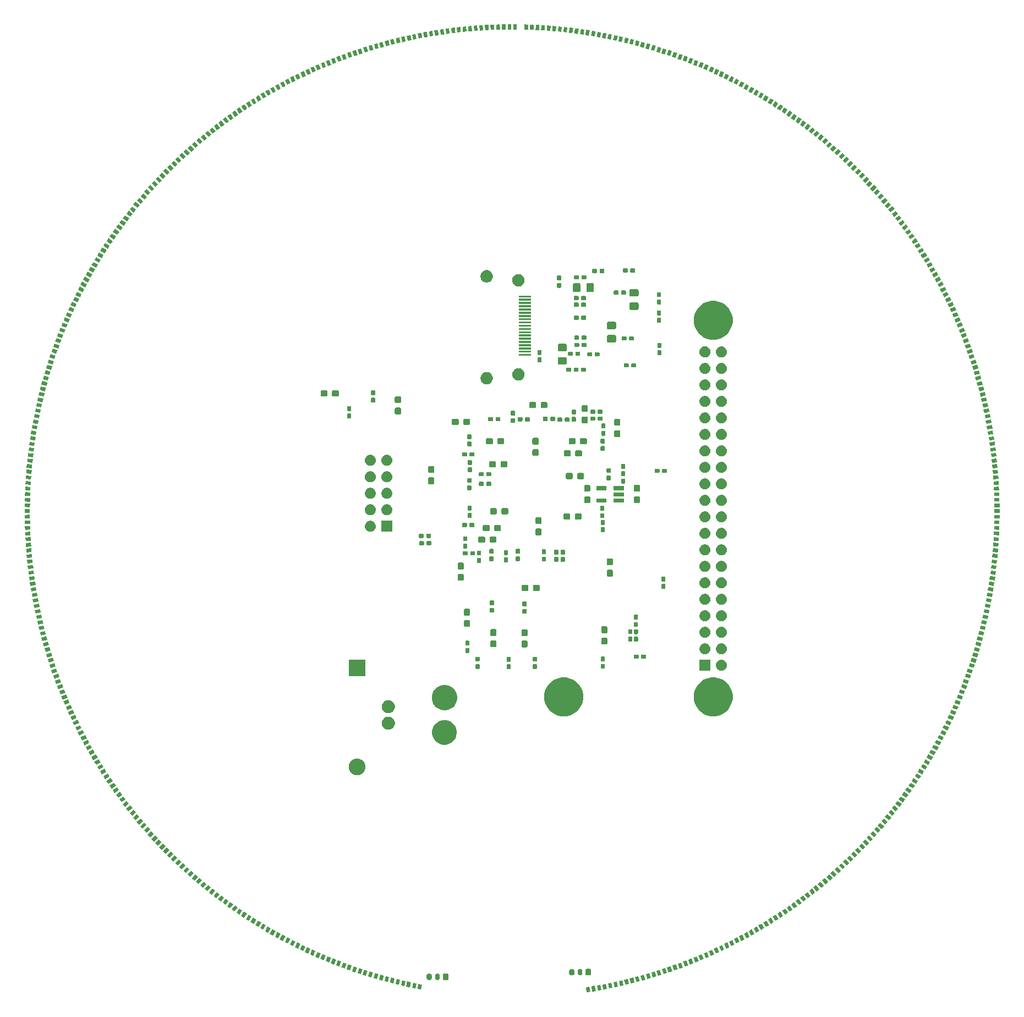
<source format=gbr>
G04 #@! TF.GenerationSoftware,KiCad,Pcbnew,(5.1.2)-1*
G04 #@! TF.CreationDate,2019-06-19T21:40:16-04:00*
G04 #@! TF.ProjectId,flicker,666c6963-6b65-4722-9e6b-696361645f70,rev?*
G04 #@! TF.SameCoordinates,Original*
G04 #@! TF.FileFunction,Soldermask,Bot*
G04 #@! TF.FilePolarity,Negative*
%FSLAX46Y46*%
G04 Gerber Fmt 4.6, Leading zero omitted, Abs format (unit mm)*
G04 Created by KiCad (PCBNEW (5.1.2)-1) date 2019-06-19 21:40:16*
%MOMM*%
%LPD*%
G04 APERTURE LIST*
%ADD10C,0.100000*%
G04 APERTURE END LIST*
D10*
G36*
X120524954Y-173657314D02*
G01*
X119982239Y-173746537D01*
X119852460Y-172957134D01*
X120395175Y-172867911D01*
X120524954Y-173657314D01*
X120524954Y-173657314D01*
G37*
G36*
X121363695Y-173519425D02*
G01*
X120820980Y-173608648D01*
X120691201Y-172819245D01*
X121233916Y-172730022D01*
X121363695Y-173519425D01*
X121363695Y-173519425D01*
G37*
G36*
X122237620Y-173358857D02*
G01*
X121697119Y-173460635D01*
X121549078Y-172674451D01*
X122089579Y-172572673D01*
X122237620Y-173358857D01*
X122237620Y-173358857D01*
G37*
G36*
X123072940Y-173201564D02*
G01*
X122532439Y-173303342D01*
X122384398Y-172517158D01*
X122924899Y-172415380D01*
X123072940Y-173201564D01*
X123072940Y-173201564D01*
G37*
G36*
X94617704Y-172518380D02*
G01*
X94460562Y-173302795D01*
X93921276Y-173194760D01*
X94078418Y-172410345D01*
X94617704Y-172518380D01*
X94617704Y-172518380D01*
G37*
G36*
X93784264Y-172351417D02*
G01*
X93627122Y-173135832D01*
X93087836Y-173027797D01*
X93244978Y-172243382D01*
X93784264Y-172351417D01*
X93784264Y-172351417D01*
G37*
G36*
X123942907Y-173020781D02*
G01*
X123673908Y-173077920D01*
X123404911Y-173135059D01*
X123404910Y-173135059D01*
X123238687Y-172352519D01*
X123776683Y-172238241D01*
X123776684Y-172238241D01*
X123942907Y-173020781D01*
X123942907Y-173020781D01*
G37*
G36*
X124774356Y-172844170D02*
G01*
X124662588Y-172867911D01*
X124236360Y-172958448D01*
X124236359Y-172958448D01*
X124070136Y-172175908D01*
X124608132Y-172061630D01*
X124608133Y-172061630D01*
X124774356Y-172844170D01*
X124774356Y-172844170D01*
G37*
G36*
X92931939Y-172176888D02*
G01*
X92756658Y-172957450D01*
X92756657Y-172957450D01*
X92220021Y-172836944D01*
X92395302Y-172056382D01*
X92395303Y-172056382D01*
X92931939Y-172176888D01*
X92931939Y-172176888D01*
G37*
G36*
X91797619Y-171922168D02*
G01*
X92102592Y-171990652D01*
X91927311Y-172771214D01*
X91927310Y-172771214D01*
X91390674Y-172650708D01*
X91565955Y-171870146D01*
X91565956Y-171870146D01*
X91797619Y-171922168D01*
X91797619Y-171922168D01*
G37*
G36*
X125639901Y-172643273D02*
G01*
X125639900Y-172643273D01*
X125639900Y-172643274D01*
X125104697Y-172769990D01*
X124920381Y-171991513D01*
X124920382Y-171991513D01*
X124920382Y-171991512D01*
X125455585Y-171864796D01*
X125639901Y-172643273D01*
X125639901Y-172643273D01*
G37*
G36*
X126467033Y-172447437D02*
G01*
X126467032Y-172447437D01*
X126467032Y-172447438D01*
X125931829Y-172574154D01*
X125747513Y-171795677D01*
X125747514Y-171795677D01*
X125747514Y-171795676D01*
X126282717Y-171668960D01*
X126467033Y-172447437D01*
X126467033Y-172447437D01*
G37*
G36*
X91249271Y-171795102D02*
G01*
X91254543Y-171796415D01*
X91061218Y-172572704D01*
X91061217Y-172572704D01*
X90527519Y-172439793D01*
X90545991Y-172365620D01*
X90720844Y-171663504D01*
X90720845Y-171663504D01*
X91249271Y-171795102D01*
X91249271Y-171795102D01*
G37*
G36*
X90293928Y-171557185D02*
G01*
X90429735Y-171591006D01*
X90236410Y-172367295D01*
X90236409Y-172367295D01*
X89702711Y-172234384D01*
X89763195Y-171991513D01*
X89896036Y-171458095D01*
X89896037Y-171458095D01*
X90293928Y-171557185D01*
X90293928Y-171557185D01*
G37*
G36*
X127327687Y-172226532D02*
G01*
X126795565Y-172365620D01*
X126593255Y-171591624D01*
X127125377Y-171452536D01*
X127327687Y-172226532D01*
X127327687Y-172226532D01*
G37*
G36*
X128150059Y-172011578D02*
G01*
X127617937Y-172150666D01*
X127415627Y-171376670D01*
X127947749Y-171237582D01*
X128150059Y-172011578D01*
X128150059Y-172011578D01*
G37*
G36*
X89586417Y-171377166D02*
G01*
X89375149Y-172148767D01*
X88844673Y-172003520D01*
X89055941Y-171231919D01*
X89586417Y-171377166D01*
X89586417Y-171377166D01*
G37*
G36*
X88766592Y-171152695D02*
G01*
X88555324Y-171924296D01*
X88024848Y-171779049D01*
X88236116Y-171007448D01*
X88766592Y-171152695D01*
X88766592Y-171152695D01*
G37*
G36*
X129005187Y-171770171D02*
G01*
X129005362Y-171770784D01*
X128476606Y-171922168D01*
X128440227Y-171795102D01*
X128256410Y-171153069D01*
X128256410Y-171153068D01*
X128785166Y-171001684D01*
X129005187Y-171770171D01*
X129005187Y-171770171D01*
G37*
G36*
X95824818Y-170841992D02*
G01*
X95908608Y-170867409D01*
X95985824Y-170908682D01*
X96053509Y-170964231D01*
X96109058Y-171031916D01*
X96150331Y-171109132D01*
X96175748Y-171192923D01*
X96182180Y-171258230D01*
X96182180Y-171408091D01*
X96175748Y-171473398D01*
X96150331Y-171557188D01*
X96109058Y-171634404D01*
X96053509Y-171702089D01*
X95985824Y-171757638D01*
X95908607Y-171798911D01*
X95824817Y-171824328D01*
X95737680Y-171832910D01*
X95650542Y-171824328D01*
X95566752Y-171798911D01*
X95489536Y-171757638D01*
X95421851Y-171702089D01*
X95366302Y-171634404D01*
X95325029Y-171557187D01*
X95299612Y-171473397D01*
X95293180Y-171408090D01*
X95293180Y-171258229D01*
X95299612Y-171192922D01*
X95325029Y-171109132D01*
X95366302Y-171031916D01*
X95421850Y-170964231D01*
X95489537Y-170908682D01*
X95566753Y-170867409D01*
X95650543Y-170841992D01*
X95737680Y-170833410D01*
X95824818Y-170841992D01*
X95824818Y-170841992D01*
G37*
G36*
X97079879Y-170840889D02*
G01*
X97149304Y-170861949D01*
X97149307Y-170861950D01*
X97173387Y-170874821D01*
X97213287Y-170896148D01*
X97233169Y-170912465D01*
X97269368Y-170942172D01*
X97289064Y-170966173D01*
X97315392Y-170998253D01*
X97328853Y-171023438D01*
X97349590Y-171062233D01*
X97349591Y-171062236D01*
X97370651Y-171131661D01*
X97375980Y-171185767D01*
X97375980Y-171480553D01*
X97370651Y-171534659D01*
X97353558Y-171591006D01*
X97349590Y-171604087D01*
X97341523Y-171619178D01*
X97315392Y-171668067D01*
X97308475Y-171676495D01*
X97269368Y-171724148D01*
X97228687Y-171757532D01*
X97213286Y-171770172D01*
X97173386Y-171791499D01*
X97149306Y-171804370D01*
X97149303Y-171804371D01*
X97079878Y-171825431D01*
X97007680Y-171832542D01*
X96935481Y-171825431D01*
X96866056Y-171804371D01*
X96866053Y-171804370D01*
X96841973Y-171791499D01*
X96802073Y-171770172D01*
X96786799Y-171757636D01*
X96745992Y-171724148D01*
X96706886Y-171676495D01*
X96699968Y-171668066D01*
X96665771Y-171604087D01*
X96665770Y-171604086D01*
X96661802Y-171591006D01*
X96644709Y-171534658D01*
X96639380Y-171480552D01*
X96639380Y-171185767D01*
X96644709Y-171131661D01*
X96665769Y-171062236D01*
X96665770Y-171062233D01*
X96673837Y-171047142D01*
X96699968Y-170998253D01*
X96726297Y-170966173D01*
X96745993Y-170942172D01*
X96782192Y-170912465D01*
X96802074Y-170896148D01*
X96841974Y-170874821D01*
X96866054Y-170861950D01*
X96866057Y-170861949D01*
X96935482Y-170840889D01*
X97007680Y-170833778D01*
X97079879Y-170840889D01*
X97079879Y-170840889D01*
G37*
G36*
X98567915Y-170839424D02*
G01*
X98603819Y-170850315D01*
X98636918Y-170868007D01*
X98665926Y-170891814D01*
X98689733Y-170920822D01*
X98707425Y-170953921D01*
X98718316Y-170989825D01*
X98722180Y-171029054D01*
X98722180Y-171637266D01*
X98718316Y-171676495D01*
X98707425Y-171712399D01*
X98689733Y-171745498D01*
X98665926Y-171774506D01*
X98636918Y-171798313D01*
X98603819Y-171816005D01*
X98567915Y-171826896D01*
X98528686Y-171830760D01*
X98026674Y-171830760D01*
X97987445Y-171826896D01*
X97951541Y-171816005D01*
X97918442Y-171798313D01*
X97889434Y-171774506D01*
X97865627Y-171745498D01*
X97847935Y-171712399D01*
X97837044Y-171676495D01*
X97833180Y-171637266D01*
X97833180Y-171029054D01*
X97837044Y-170989825D01*
X97847935Y-170953921D01*
X97865627Y-170920822D01*
X97889434Y-170891814D01*
X97918442Y-170868007D01*
X97951541Y-170850315D01*
X97987445Y-170839424D01*
X98026674Y-170835560D01*
X98528686Y-170835560D01*
X98567915Y-170839424D01*
X98567915Y-170839424D01*
G37*
G36*
X129821910Y-171534659D02*
G01*
X129822530Y-171536827D01*
X129293774Y-171688211D01*
X129249812Y-171534660D01*
X129073578Y-170919112D01*
X129073578Y-170919111D01*
X129602334Y-170767727D01*
X129821910Y-171534659D01*
X129821910Y-171534659D01*
G37*
G36*
X87928455Y-170919363D02*
G01*
X87699360Y-171685860D01*
X87172393Y-171528357D01*
X87401488Y-170761860D01*
X87928455Y-170919363D01*
X87928455Y-170919363D01*
G37*
G36*
X87114053Y-170675951D02*
G01*
X86884958Y-171442448D01*
X86357991Y-171284945D01*
X86587086Y-170518448D01*
X87114053Y-170675951D01*
X87114053Y-170675951D01*
G37*
G36*
X130672023Y-171276273D02*
G01*
X130146918Y-171439872D01*
X129908955Y-170676083D01*
X130434060Y-170512484D01*
X130672023Y-171276273D01*
X130672023Y-171276273D01*
G37*
G36*
X131483549Y-171023438D02*
G01*
X130958444Y-171187037D01*
X130720481Y-170423248D01*
X131245586Y-170259649D01*
X131483549Y-171023438D01*
X131483549Y-171023438D01*
G37*
G36*
X86281548Y-170423257D02*
G01*
X86034750Y-171184237D01*
X85511576Y-171014563D01*
X85758374Y-170253583D01*
X86281548Y-170423257D01*
X86281548Y-170423257D01*
G37*
G36*
X117767878Y-170125712D02*
G01*
X117851668Y-170151129D01*
X117928884Y-170192402D01*
X117996569Y-170247951D01*
X118052118Y-170315636D01*
X118093391Y-170392852D01*
X118118808Y-170476643D01*
X118125240Y-170541950D01*
X118125240Y-170691811D01*
X118118808Y-170757118D01*
X118093391Y-170840908D01*
X118052118Y-170918124D01*
X117996569Y-170985809D01*
X117928884Y-171041358D01*
X117851667Y-171082631D01*
X117767877Y-171108048D01*
X117680740Y-171116630D01*
X117593602Y-171108048D01*
X117509812Y-171082631D01*
X117432596Y-171041358D01*
X117364911Y-170985809D01*
X117309362Y-170918124D01*
X117268089Y-170840907D01*
X117242672Y-170757117D01*
X117236240Y-170691810D01*
X117236240Y-170541949D01*
X117242672Y-170476642D01*
X117268089Y-170392852D01*
X117309362Y-170315636D01*
X117364910Y-170247951D01*
X117432597Y-170192402D01*
X117509813Y-170151129D01*
X117593603Y-170125712D01*
X117680740Y-170117130D01*
X117767878Y-170125712D01*
X117767878Y-170125712D01*
G37*
G36*
X119022939Y-170124609D02*
G01*
X119092364Y-170145669D01*
X119092367Y-170145670D01*
X119116447Y-170158541D01*
X119156347Y-170179868D01*
X119176229Y-170196185D01*
X119212428Y-170225892D01*
X119242135Y-170262091D01*
X119258452Y-170281973D01*
X119274915Y-170312774D01*
X119292650Y-170345953D01*
X119292651Y-170345956D01*
X119313711Y-170415381D01*
X119319040Y-170469487D01*
X119319040Y-170764273D01*
X119313711Y-170818379D01*
X119298838Y-170867409D01*
X119292650Y-170887807D01*
X119288191Y-170896149D01*
X119258452Y-170951787D01*
X119251535Y-170960215D01*
X119212428Y-171007868D01*
X119171747Y-171041252D01*
X119156346Y-171053892D01*
X119116446Y-171075219D01*
X119092366Y-171088090D01*
X119092363Y-171088091D01*
X119022938Y-171109151D01*
X118950740Y-171116262D01*
X118878541Y-171109151D01*
X118809116Y-171088091D01*
X118809113Y-171088090D01*
X118785033Y-171075219D01*
X118745133Y-171053892D01*
X118729859Y-171041356D01*
X118689052Y-171007868D01*
X118655668Y-170967187D01*
X118643028Y-170951786D01*
X118616897Y-170902898D01*
X118608830Y-170887806D01*
X118600987Y-170861950D01*
X118587769Y-170818378D01*
X118582440Y-170764272D01*
X118582440Y-170469487D01*
X118587769Y-170415381D01*
X118608829Y-170345956D01*
X118608830Y-170345953D01*
X118616897Y-170330862D01*
X118643028Y-170281973D01*
X118669357Y-170249893D01*
X118689053Y-170225892D01*
X118725252Y-170196185D01*
X118745134Y-170179868D01*
X118785034Y-170158541D01*
X118809114Y-170145670D01*
X118809117Y-170145669D01*
X118878542Y-170124609D01*
X118950740Y-170117498D01*
X119022939Y-170124609D01*
X119022939Y-170124609D01*
G37*
G36*
X120510975Y-170123144D02*
G01*
X120546879Y-170134035D01*
X120579978Y-170151727D01*
X120608986Y-170175534D01*
X120632793Y-170204542D01*
X120650485Y-170237641D01*
X120661376Y-170273545D01*
X120665240Y-170312774D01*
X120665240Y-170920986D01*
X120661376Y-170960215D01*
X120650485Y-170996119D01*
X120632793Y-171029218D01*
X120608986Y-171058226D01*
X120579978Y-171082033D01*
X120546879Y-171099725D01*
X120510975Y-171110616D01*
X120471746Y-171114480D01*
X119969734Y-171114480D01*
X119930505Y-171110616D01*
X119894601Y-171099725D01*
X119861502Y-171082033D01*
X119832494Y-171058226D01*
X119808687Y-171029218D01*
X119790995Y-170996119D01*
X119780104Y-170960215D01*
X119776240Y-170920986D01*
X119776240Y-170312774D01*
X119780104Y-170273545D01*
X119790995Y-170237641D01*
X119808687Y-170204542D01*
X119832494Y-170175534D01*
X119861502Y-170151727D01*
X119894601Y-170134035D01*
X119930505Y-170123144D01*
X119969734Y-170119280D01*
X120471746Y-170119280D01*
X120510975Y-170123144D01*
X120510975Y-170123144D01*
G37*
G36*
X85473007Y-170161033D02*
G01*
X85226209Y-170922013D01*
X84703035Y-170752339D01*
X84949833Y-169991359D01*
X85473007Y-170161033D01*
X85473007Y-170161033D01*
G37*
G36*
X132235205Y-170471687D02*
G01*
X132309425Y-170691809D01*
X132326774Y-170743265D01*
X131947285Y-170871218D01*
X131805602Y-170918990D01*
X131805601Y-170918990D01*
X131602166Y-170315636D01*
X131550000Y-170160922D01*
X131550000Y-170160921D01*
X131939757Y-170029506D01*
X132071172Y-169985196D01*
X132071173Y-169985196D01*
X132235205Y-170471687D01*
X132235205Y-170471687D01*
G37*
G36*
X133058683Y-170253583D02*
G01*
X133131484Y-170469497D01*
X133132222Y-170471688D01*
X132742465Y-170603103D01*
X132611050Y-170647413D01*
X132611049Y-170647413D01*
X132355448Y-169889344D01*
X132745205Y-169757929D01*
X132876620Y-169713619D01*
X132876621Y-169713619D01*
X133058683Y-170253583D01*
X133058683Y-170253583D01*
G37*
G36*
X84646584Y-169889111D02*
G01*
X84646584Y-169889112D01*
X84382214Y-170644167D01*
X83863114Y-170462413D01*
X83876824Y-170423257D01*
X84127484Y-169707357D01*
X84646584Y-169889111D01*
X84646584Y-169889111D01*
G37*
G36*
X83844338Y-169608218D02*
G01*
X83844338Y-169608219D01*
X83643606Y-170181520D01*
X83579968Y-170363274D01*
X83060868Y-170181520D01*
X83064186Y-170172045D01*
X83325238Y-169426464D01*
X83844338Y-169608218D01*
X83844338Y-169608218D01*
G37*
G36*
X133968727Y-170172045D02*
G01*
X133451767Y-170359804D01*
X133178663Y-169607863D01*
X133695623Y-169420104D01*
X133968727Y-170172045D01*
X133968727Y-170172045D01*
G37*
G36*
X134767664Y-169881873D02*
G01*
X134250704Y-170069632D01*
X133977600Y-169317691D01*
X134494560Y-169129932D01*
X134767664Y-169881873D01*
X134767664Y-169881873D01*
G37*
G36*
X82826728Y-169242801D02*
G01*
X83024440Y-169317214D01*
X83024440Y-169317215D01*
X83024441Y-169317215D01*
X82742640Y-170065940D01*
X82425604Y-169946615D01*
X82227892Y-169872202D01*
X82227892Y-169872201D01*
X82227891Y-169872201D01*
X82509692Y-169123476D01*
X82826728Y-169242801D01*
X82826728Y-169242801D01*
G37*
G36*
X81986280Y-168926478D02*
G01*
X82228920Y-169017801D01*
X82228920Y-169017802D01*
X82228921Y-169017802D01*
X81947120Y-169766527D01*
X81630084Y-169647202D01*
X81432372Y-169572789D01*
X81432372Y-169572788D01*
X81432371Y-169572788D01*
X81714172Y-168824063D01*
X81986280Y-168926478D01*
X81986280Y-168926478D01*
G37*
G36*
X135596997Y-169562922D02*
G01*
X135084529Y-169762612D01*
X134794071Y-169017204D01*
X135306539Y-168817514D01*
X135596997Y-169562922D01*
X135596997Y-169562922D01*
G37*
G36*
X136388994Y-169254310D02*
G01*
X135876526Y-169454000D01*
X135586068Y-168708592D01*
X136098536Y-168508902D01*
X136388994Y-169254310D01*
X136388994Y-169254310D01*
G37*
G36*
X81415988Y-168707872D02*
G01*
X81116909Y-169449865D01*
X80606788Y-169244248D01*
X80905867Y-168502255D01*
X81415988Y-168707872D01*
X81415988Y-168707872D01*
G37*
G36*
X80627622Y-168390102D02*
G01*
X80328543Y-169132095D01*
X79818422Y-168926478D01*
X80117501Y-168184485D01*
X80627622Y-168390102D01*
X80627622Y-168390102D01*
G37*
G36*
X137210714Y-168916223D02*
G01*
X136703012Y-169127737D01*
X136395354Y-168389261D01*
X136903056Y-168177747D01*
X137210714Y-168916223D01*
X137210714Y-168916223D01*
G37*
G36*
X137995344Y-168589337D02*
G01*
X137487642Y-168800851D01*
X137179984Y-168062375D01*
X137687686Y-167850861D01*
X137995344Y-168589337D01*
X137995344Y-168589337D01*
G37*
G36*
X79417458Y-167887309D02*
G01*
X79822090Y-168061414D01*
X79505894Y-168796275D01*
X79505893Y-168796275D01*
X79024956Y-168589337D01*
X79000676Y-168578890D01*
X79316872Y-167844029D01*
X79316873Y-167844029D01*
X79417458Y-167887309D01*
X79417458Y-167887309D01*
G37*
G36*
X78569656Y-167522517D02*
G01*
X79041300Y-167725456D01*
X78725104Y-168460317D01*
X78725103Y-168460317D01*
X78472495Y-168351624D01*
X78219886Y-168242932D01*
X78536082Y-167508071D01*
X78536083Y-167508071D01*
X78569656Y-167522517D01*
X78569656Y-167522517D01*
G37*
G36*
X138787777Y-168184486D02*
G01*
X138809007Y-168232294D01*
X138306344Y-168455519D01*
X137981653Y-167724373D01*
X137981653Y-167724372D01*
X138484316Y-167501147D01*
X138787777Y-168184486D01*
X138787777Y-168184486D01*
G37*
G36*
X139513493Y-167724372D02*
G01*
X139585850Y-167887309D01*
X139083187Y-168110534D01*
X138758496Y-167379388D01*
X138758496Y-167379387D01*
X139261159Y-167156162D01*
X139513493Y-167724372D01*
X139513493Y-167724372D01*
G37*
G36*
X78243603Y-167378184D02*
G01*
X77910459Y-168105518D01*
X77410417Y-167876482D01*
X77743561Y-167149148D01*
X78243603Y-167378184D01*
X78243603Y-167378184D01*
G37*
G36*
X77470810Y-167024219D02*
G01*
X77137666Y-167751553D01*
X76637624Y-167522517D01*
X76970768Y-166795183D01*
X77470810Y-167024219D01*
X77470810Y-167024219D01*
G37*
G36*
X140391019Y-167511504D02*
G01*
X139893664Y-167746320D01*
X139552113Y-167022896D01*
X140049468Y-166788080D01*
X140391019Y-167511504D01*
X140391019Y-167511504D01*
G37*
G36*
X141159658Y-167148606D02*
G01*
X140662303Y-167383422D01*
X140320752Y-166659998D01*
X140818107Y-166425182D01*
X141159658Y-167148606D01*
X141159658Y-167148606D01*
G37*
G36*
X76681378Y-166658552D02*
G01*
X76681378Y-166658553D01*
X76331466Y-167377970D01*
X76331466Y-167377971D01*
X75836866Y-167137406D01*
X75892562Y-167022896D01*
X76023232Y-166754238D01*
X76186778Y-166417987D01*
X76681378Y-166658552D01*
X76681378Y-166658552D01*
G37*
G36*
X75916997Y-166286770D02*
G01*
X75916997Y-166286771D01*
X75853175Y-166417988D01*
X75569843Y-167000519D01*
X75567085Y-167006188D01*
X75567085Y-167006189D01*
X75072485Y-166765624D01*
X75078023Y-166754238D01*
X75247441Y-166405914D01*
X75422397Y-166046205D01*
X75916997Y-166286770D01*
X75916997Y-166286770D01*
G37*
G36*
X141907979Y-166658552D02*
G01*
X141955898Y-166754238D01*
X141464121Y-167000519D01*
X141464120Y-167000519D01*
X141105894Y-166285206D01*
X141226871Y-166224621D01*
X141597671Y-166038925D01*
X141597672Y-166038925D01*
X141907979Y-166658552D01*
X141907979Y-166658552D01*
G37*
G36*
X142672424Y-166286770D02*
G01*
X142715919Y-166373622D01*
X142224142Y-166619903D01*
X142224141Y-166619903D01*
X141865915Y-165904590D01*
X142034045Y-165820391D01*
X142357692Y-165658309D01*
X142357693Y-165658309D01*
X142672424Y-166286770D01*
X142672424Y-166286770D01*
G37*
G36*
X75136252Y-165902906D02*
G01*
X74769759Y-166614020D01*
X74280868Y-166362056D01*
X74647361Y-165650942D01*
X75136252Y-165902906D01*
X75136252Y-165902906D01*
G37*
G36*
X74380693Y-165513507D02*
G01*
X74014200Y-166224621D01*
X73525309Y-165972657D01*
X73891802Y-165261543D01*
X74380693Y-165513507D01*
X74380693Y-165513507D01*
G37*
G36*
X143502807Y-165960908D02*
G01*
X143016869Y-166218521D01*
X142642159Y-165511702D01*
X143128097Y-165254089D01*
X143502807Y-165960908D01*
X143502807Y-165960908D01*
G37*
G36*
X144253801Y-165562778D02*
G01*
X143767863Y-165820391D01*
X143393153Y-165113572D01*
X143879091Y-164855959D01*
X144253801Y-165562778D01*
X144253801Y-165562778D01*
G37*
G36*
X73609054Y-165111648D02*
G01*
X73226177Y-165814076D01*
X72743258Y-165550848D01*
X73126135Y-164848420D01*
X73609054Y-165111648D01*
X73609054Y-165111648D01*
G37*
G36*
X72862724Y-164704842D02*
G01*
X72479847Y-165407270D01*
X71996928Y-165144042D01*
X72379805Y-164441614D01*
X72862724Y-164704842D01*
X72862724Y-164704842D01*
G37*
G36*
X145030910Y-165131934D02*
G01*
X144551074Y-165400741D01*
X144160082Y-164702798D01*
X144639918Y-164433991D01*
X145030910Y-165131934D01*
X145030910Y-165131934D01*
G37*
G36*
X145772475Y-164716505D02*
G01*
X145292639Y-164985312D01*
X144901647Y-164287369D01*
X145381483Y-164018562D01*
X145772475Y-164716505D01*
X145772475Y-164716505D01*
G37*
G36*
X72100609Y-164285204D02*
G01*
X72100609Y-164285205D01*
X71701554Y-164978570D01*
X71224865Y-164704220D01*
X71224865Y-164704219D01*
X71623920Y-164010854D01*
X72100609Y-164285204D01*
X72100609Y-164285204D01*
G37*
G36*
X71363908Y-163861209D02*
G01*
X71363908Y-163861210D01*
X70964853Y-164554575D01*
X70488164Y-164280225D01*
X70488164Y-164280224D01*
X70887219Y-163586859D01*
X71363908Y-163861209D01*
X71363908Y-163861209D01*
G37*
G36*
X146539390Y-164267765D02*
G01*
X146258158Y-164433991D01*
X146065913Y-164547621D01*
X146065912Y-164547621D01*
X145658848Y-163858927D01*
X146004076Y-163654875D01*
X146132325Y-163579071D01*
X146132326Y-163579071D01*
X146539390Y-164267765D01*
X146539390Y-164267765D01*
G37*
G36*
X147271127Y-163835259D02*
G01*
X146974044Y-164010854D01*
X146797650Y-164115115D01*
X146797649Y-164115115D01*
X146390585Y-163426421D01*
X146756283Y-163210270D01*
X146864062Y-163146565D01*
X146864063Y-163146565D01*
X147271127Y-163835259D01*
X147271127Y-163835259D01*
G37*
G36*
X70611722Y-163424022D02*
G01*
X70196703Y-164107951D01*
X69726502Y-163822626D01*
X70141521Y-163138697D01*
X70611722Y-163424022D01*
X70611722Y-163424022D01*
G37*
G36*
X69885047Y-162983065D02*
G01*
X69470028Y-163666994D01*
X68999827Y-163381669D01*
X69414846Y-162697740D01*
X69885047Y-162983065D01*
X69885047Y-162983065D01*
G37*
G36*
X148027434Y-163368864D02*
G01*
X147560571Y-163659620D01*
X147137654Y-162980546D01*
X147604517Y-162689790D01*
X148027434Y-163368864D01*
X148027434Y-163368864D01*
G37*
G36*
X148748950Y-162919514D02*
G01*
X148282087Y-163210270D01*
X147859170Y-162531196D01*
X148326033Y-162240440D01*
X148748950Y-162919514D01*
X148748950Y-162919514D01*
G37*
G36*
X69143197Y-162528560D02*
G01*
X68712437Y-163202688D01*
X68248975Y-162906540D01*
X68679735Y-162232412D01*
X69143197Y-162528560D01*
X69143197Y-162528560D01*
G37*
G36*
X68426938Y-162070878D02*
G01*
X67996178Y-162745006D01*
X67532716Y-162448858D01*
X67963476Y-161774730D01*
X68426938Y-162070878D01*
X68426938Y-162070878D01*
G37*
G36*
X149494245Y-162435715D02*
G01*
X149034246Y-162737214D01*
X148595703Y-162068125D01*
X149055702Y-161766626D01*
X149494245Y-162435715D01*
X149494245Y-162435715D01*
G37*
G36*
X150205152Y-161969762D02*
G01*
X149745153Y-162271261D01*
X149306610Y-161602172D01*
X149766609Y-161300673D01*
X150205152Y-161969762D01*
X150205152Y-161969762D01*
G37*
G36*
X67695821Y-161599301D02*
G01*
X67249553Y-162263263D01*
X66793079Y-161956453D01*
X67239347Y-161292491D01*
X67695821Y-161599301D01*
X67695821Y-161599301D01*
G37*
G36*
X66990362Y-161125140D02*
G01*
X66544094Y-161789102D01*
X66087620Y-161482292D01*
X66533888Y-160818330D01*
X66990362Y-161125140D01*
X66990362Y-161125140D01*
G37*
G36*
X150823165Y-161300673D02*
G01*
X150939032Y-161468818D01*
X150486146Y-161780898D01*
X150486145Y-161780898D01*
X150032212Y-161122154D01*
X150229051Y-160986514D01*
X150485098Y-160810074D01*
X150485099Y-160810074D01*
X150823165Y-161300673D01*
X150823165Y-161300673D01*
G37*
G36*
X151517365Y-160810074D02*
G01*
X151638948Y-160986514D01*
X151186062Y-161298594D01*
X151186061Y-161298594D01*
X150732128Y-160639850D01*
X150980506Y-160468695D01*
X151185014Y-160327770D01*
X151185015Y-160327770D01*
X151517365Y-160810074D01*
X151517365Y-160810074D01*
G37*
G36*
X66270373Y-160636744D02*
G01*
X65808835Y-161290184D01*
X65359595Y-160972876D01*
X65821133Y-160319436D01*
X66270373Y-160636744D01*
X66270373Y-160636744D01*
G37*
G36*
X65576093Y-160146360D02*
G01*
X65114555Y-160799800D01*
X64665315Y-160482492D01*
X65126853Y-159829052D01*
X65576093Y-160146360D01*
X65576093Y-160146360D01*
G37*
G36*
X152361021Y-160468695D02*
G01*
X151915488Y-160791188D01*
X151446407Y-160143141D01*
X151891940Y-159820648D01*
X152361021Y-160468695D01*
X152361021Y-160468695D01*
G37*
G36*
X153049570Y-159970297D02*
G01*
X152604037Y-160292790D01*
X152134956Y-159644743D01*
X152580489Y-159322250D01*
X153049570Y-159970297D01*
X153049570Y-159970297D01*
G37*
G36*
X64867617Y-159641407D02*
G01*
X64391057Y-160283973D01*
X63949293Y-159956339D01*
X64425853Y-159313773D01*
X64867617Y-159641407D01*
X64867617Y-159641407D01*
G37*
G36*
X64184891Y-159135063D02*
G01*
X63708331Y-159777629D01*
X63266567Y-159449995D01*
X63743127Y-158807429D01*
X64184891Y-159135063D01*
X64184891Y-159135063D01*
G37*
G36*
X153759447Y-159435880D02*
G01*
X153759447Y-159435881D01*
X153321510Y-159768613D01*
X152837535Y-159131614D01*
X152837535Y-159131613D01*
X153275472Y-158798881D01*
X153759447Y-159435880D01*
X153759447Y-159435880D01*
G37*
G36*
X154436259Y-158921657D02*
G01*
X154436259Y-158921658D01*
X153998322Y-159254390D01*
X153514347Y-158617391D01*
X153514347Y-158617390D01*
X153952284Y-158284658D01*
X154436259Y-158921657D01*
X154436259Y-158921657D01*
G37*
G36*
X63488308Y-158613824D02*
G01*
X62996984Y-159245172D01*
X62996983Y-159245172D01*
X62562932Y-158907386D01*
X62713643Y-158713724D01*
X63054256Y-158276038D01*
X63054257Y-158276038D01*
X63488308Y-158613824D01*
X63488308Y-158613824D01*
G37*
G36*
X62495439Y-157841158D02*
G01*
X62817501Y-158091792D01*
X62326177Y-158723140D01*
X62326176Y-158723140D01*
X61892125Y-158385354D01*
X62056340Y-158174339D01*
X62383449Y-157754006D01*
X62383450Y-157754006D01*
X62495439Y-157841158D01*
X62495439Y-157841158D01*
G37*
G36*
X154911086Y-158091792D02*
G01*
X155133558Y-158370931D01*
X154703451Y-158713724D01*
X154703450Y-158713724D01*
X154204842Y-158088113D01*
X154514700Y-157841158D01*
X154634949Y-157745320D01*
X154634950Y-157745320D01*
X154911086Y-158091792D01*
X154911086Y-158091792D01*
G37*
G36*
X155635476Y-157636899D02*
G01*
X155798269Y-157841158D01*
X155368162Y-158183951D01*
X155368161Y-158183951D01*
X154869553Y-157558340D01*
X154874311Y-157554548D01*
X155299660Y-157215547D01*
X155299661Y-157215547D01*
X155635476Y-157636899D01*
X155635476Y-157636899D01*
G37*
G36*
X62133187Y-157554548D02*
G01*
X62133187Y-157554549D01*
X61627361Y-158174339D01*
X61201255Y-157826584D01*
X61201255Y-157826583D01*
X61707081Y-157206793D01*
X62133187Y-157554548D01*
X62133187Y-157554548D01*
G37*
G36*
X61474660Y-157017108D02*
G01*
X61474660Y-157017109D01*
X60968834Y-157636899D01*
X60542728Y-157289144D01*
X60542728Y-157289143D01*
X61048554Y-156669353D01*
X61474660Y-157017108D01*
X61474660Y-157017108D01*
G37*
G36*
X156482616Y-157274418D02*
G01*
X156192594Y-157516765D01*
X156060570Y-157627088D01*
X156060569Y-157627088D01*
X155547594Y-157013202D01*
X155837616Y-156770855D01*
X155969640Y-156660532D01*
X155969641Y-156660532D01*
X156482616Y-157274418D01*
X156482616Y-157274418D01*
G37*
G36*
X157134870Y-156729382D02*
G01*
X156844848Y-156971729D01*
X156712824Y-157082052D01*
X156712823Y-157082052D01*
X156199848Y-156468166D01*
X156489870Y-156225819D01*
X156621894Y-156115496D01*
X156621895Y-156115496D01*
X157134870Y-156729382D01*
X157134870Y-156729382D01*
G37*
G36*
X60594017Y-156285378D02*
G01*
X60802983Y-156464147D01*
X60282927Y-157072047D01*
X60282926Y-157072047D01*
X60073961Y-156893278D01*
X59864995Y-156714509D01*
X60385051Y-156106609D01*
X60385052Y-156106609D01*
X60594017Y-156285378D01*
X60594017Y-156285378D01*
G37*
G36*
X59948123Y-155732819D02*
G01*
X60157089Y-155911588D01*
X59637033Y-156519488D01*
X59637032Y-156519488D01*
X59428067Y-156340719D01*
X59219101Y-156161950D01*
X59739157Y-155554050D01*
X59739158Y-155554050D01*
X59948123Y-155732819D01*
X59948123Y-155732819D01*
G37*
G36*
X157805898Y-156146930D02*
G01*
X157805898Y-156146931D01*
X157392139Y-156509289D01*
X156865072Y-155907458D01*
X156865072Y-155907457D01*
X157278831Y-155545099D01*
X157805898Y-156146930D01*
X157805898Y-156146930D01*
G37*
G36*
X158445344Y-155586922D02*
G01*
X158445344Y-155586923D01*
X158031585Y-155949281D01*
X157504518Y-155347450D01*
X157504518Y-155347449D01*
X157918277Y-154985091D01*
X158445344Y-155586922D01*
X158445344Y-155586922D01*
G37*
G36*
X59498408Y-155343208D02*
G01*
X58964402Y-155938891D01*
X58554870Y-155571762D01*
X59088876Y-154976079D01*
X59498408Y-155343208D01*
X59498408Y-155343208D01*
G37*
G36*
X58865496Y-154775826D02*
G01*
X58331490Y-155371509D01*
X57921958Y-155004380D01*
X58455964Y-154408697D01*
X58865496Y-154775826D01*
X58865496Y-154775826D01*
G37*
G36*
X159102690Y-154989076D02*
G01*
X158697441Y-155360928D01*
X158156566Y-154771474D01*
X158561815Y-154399622D01*
X159102690Y-154989076D01*
X159102690Y-154989076D01*
G37*
G36*
X159728984Y-154414397D02*
G01*
X159323735Y-154786249D01*
X158782860Y-154196795D01*
X159188109Y-153824943D01*
X159728984Y-154414397D01*
X159728984Y-154414397D01*
G37*
G36*
X58220167Y-154192332D02*
G01*
X57672497Y-154775477D01*
X57271585Y-154398954D01*
X57819255Y-153815809D01*
X58220167Y-154192332D01*
X58220167Y-154192332D01*
G37*
G36*
X57600575Y-153610433D02*
G01*
X57052905Y-154193578D01*
X56651993Y-153817055D01*
X57199663Y-153233910D01*
X57600575Y-153610433D01*
X57600575Y-153610433D01*
G37*
G36*
X160372297Y-153801475D02*
G01*
X159975775Y-154182620D01*
X159421383Y-153605861D01*
X159817905Y-153224716D01*
X160372297Y-153801475D01*
X160372297Y-153801475D01*
G37*
G36*
X160985103Y-153212434D02*
G01*
X160588581Y-153593579D01*
X160034189Y-153016820D01*
X160430711Y-152635675D01*
X160985103Y-153212434D01*
X160985103Y-153212434D01*
G37*
G36*
X56968942Y-153012139D02*
G01*
X56407903Y-153582433D01*
X56015826Y-153196719D01*
X56576865Y-152626425D01*
X56968942Y-153012139D01*
X56968942Y-153012139D01*
G37*
G36*
X56363004Y-152416035D02*
G01*
X55801965Y-152986329D01*
X55409888Y-152600615D01*
X55970927Y-152030321D01*
X56363004Y-152416035D01*
X56363004Y-152416035D01*
G37*
G36*
X161614038Y-152584766D02*
G01*
X161226457Y-152974998D01*
X160658846Y-152411244D01*
X161046427Y-152021012D01*
X161614038Y-152584766D01*
X161614038Y-152584766D01*
G37*
G36*
X162213026Y-151981680D02*
G01*
X161825445Y-152371912D01*
X161257834Y-151808158D01*
X161645415Y-151417926D01*
X162213026Y-151981680D01*
X162213026Y-151981680D01*
G37*
G36*
X55745409Y-151803260D02*
G01*
X55171303Y-152360398D01*
X54788271Y-151965700D01*
X55362377Y-151408562D01*
X55745409Y-151803260D01*
X55745409Y-151803260D01*
G37*
G36*
X55153451Y-151193272D02*
G01*
X54579345Y-151750410D01*
X54196313Y-151355712D01*
X54770419Y-150798574D01*
X55153451Y-151193272D01*
X55153451Y-151193272D01*
G37*
G36*
X162827242Y-151339602D02*
G01*
X162827242Y-151339603D01*
X162752977Y-151417926D01*
X162448811Y-151738714D01*
X161868286Y-151188268D01*
X161868286Y-151188267D01*
X161992173Y-151057610D01*
X162246717Y-150789156D01*
X162827242Y-151339602D01*
X162827242Y-151339602D01*
G37*
G36*
X163412091Y-150722794D02*
G01*
X163412091Y-150722795D01*
X163349168Y-150789156D01*
X163033660Y-151121906D01*
X162453135Y-150571460D01*
X162453135Y-150571459D01*
X162577022Y-150440802D01*
X162831566Y-150172348D01*
X163412091Y-150722794D01*
X163412091Y-150722794D01*
G37*
G36*
X54550224Y-150566348D02*
G01*
X53963359Y-151110029D01*
X53589578Y-150706560D01*
X54176443Y-150162879D01*
X54550224Y-150566348D01*
X54550224Y-150566348D01*
G37*
G36*
X53972563Y-149942803D02*
G01*
X53385698Y-150486484D01*
X53011917Y-150083015D01*
X53598782Y-149539334D01*
X53972563Y-149942803D01*
X53972563Y-149942803D01*
G37*
G36*
X163765521Y-149844232D02*
G01*
X164011262Y-150066654D01*
X163642183Y-150474429D01*
X163642182Y-150474429D01*
X163049056Y-149937586D01*
X163133551Y-149844232D01*
X163418135Y-149529811D01*
X163418136Y-149529811D01*
X163765521Y-149844232D01*
X163765521Y-149844232D01*
G37*
G36*
X164315144Y-149195234D02*
G01*
X164581657Y-149436457D01*
X164212578Y-149844232D01*
X164212577Y-149844232D01*
X163619451Y-149307389D01*
X163720964Y-149195233D01*
X163988530Y-148899614D01*
X163988531Y-148899614D01*
X164315144Y-149195234D01*
X164315144Y-149195234D01*
G37*
G36*
X53384031Y-149302066D02*
G01*
X52784721Y-149832000D01*
X52420391Y-149419974D01*
X53019701Y-148890040D01*
X53384031Y-149302066D01*
X53384031Y-149302066D01*
G37*
G36*
X52820978Y-148665300D02*
G01*
X52221668Y-149195234D01*
X51857338Y-148783208D01*
X52456648Y-148253274D01*
X52820978Y-148665300D01*
X52820978Y-148665300D01*
G37*
G36*
X165165458Y-148766604D02*
G01*
X164805929Y-149182823D01*
X164200518Y-148659872D01*
X164560047Y-148243653D01*
X165165458Y-148766604D01*
X165165458Y-148766604D01*
G37*
G36*
X165721093Y-148123355D02*
G01*
X165361564Y-148539574D01*
X164756153Y-148016623D01*
X165115682Y-147600404D01*
X165721093Y-148123355D01*
X165721093Y-148123355D01*
G37*
G36*
X52247453Y-148011092D02*
G01*
X52247453Y-148011093D01*
X51636022Y-148526992D01*
X51281341Y-148106634D01*
X51281341Y-148106633D01*
X51892772Y-147590734D01*
X52247453Y-148011092D01*
X52247453Y-148011092D01*
G37*
G36*
X51699310Y-147361447D02*
G01*
X51699310Y-147361448D01*
X51087879Y-147877347D01*
X50733198Y-147456989D01*
X50733198Y-147456988D01*
X51344629Y-146941089D01*
X51699310Y-147361447D01*
X51699310Y-147361447D01*
G37*
G36*
X166289212Y-147440151D02*
G01*
X166289212Y-147440152D01*
X165939427Y-147864593D01*
X165322058Y-147355815D01*
X165322058Y-147355814D01*
X165671843Y-146931373D01*
X166289212Y-147440151D01*
X166289212Y-147440151D01*
G37*
G36*
X166829789Y-146784196D02*
G01*
X166829789Y-146784197D01*
X166480004Y-147208638D01*
X165862635Y-146699860D01*
X165862635Y-146699859D01*
X166212420Y-146275418D01*
X166829789Y-146784196D01*
X166829789Y-146784196D01*
G37*
G36*
X51141102Y-146694123D02*
G01*
X50517878Y-147195712D01*
X50173036Y-146767245D01*
X50796260Y-146265656D01*
X51141102Y-146694123D01*
X51141102Y-146694123D01*
G37*
G36*
X50608164Y-146031948D02*
G01*
X49984940Y-146533537D01*
X49640098Y-146105070D01*
X50263322Y-145603481D01*
X50608164Y-146031948D01*
X50608164Y-146031948D01*
G37*
G36*
X167381919Y-146088009D02*
G01*
X167042065Y-146520444D01*
X166413069Y-146026111D01*
X166752923Y-145593676D01*
X167381919Y-146088009D01*
X167381919Y-146088009D01*
G37*
G36*
X167907147Y-145419701D02*
G01*
X167567293Y-145852136D01*
X166938297Y-145357803D01*
X167278151Y-144925368D01*
X167907147Y-145419701D01*
X167907147Y-145419701D01*
G37*
G36*
X50065575Y-145351865D02*
G01*
X50065575Y-145351866D01*
X49430892Y-145838875D01*
X49096073Y-145402531D01*
X49096073Y-145402530D01*
X49730756Y-144915521D01*
X50065575Y-145351865D01*
X50065575Y-145351865D01*
G37*
G36*
X49548128Y-144677514D02*
G01*
X49548128Y-144677515D01*
X48913445Y-145164524D01*
X48578626Y-144728180D01*
X48578626Y-144728179D01*
X49213309Y-144241170D01*
X49548128Y-144677514D01*
X49548128Y-144677514D01*
G37*
G36*
X168442992Y-144710902D02*
G01*
X168442992Y-144710903D01*
X168113253Y-145151098D01*
X167472968Y-144671478D01*
X167472968Y-144671477D01*
X167802707Y-144231282D01*
X168442992Y-144710902D01*
X168442992Y-144710902D01*
G37*
G36*
X168952589Y-144030600D02*
G01*
X168952589Y-144030601D01*
X168622850Y-144470796D01*
X167982565Y-143991176D01*
X167982565Y-143991175D01*
X168312304Y-143550980D01*
X168952589Y-144030600D01*
X168952589Y-144030600D01*
G37*
G36*
X49021447Y-143985039D02*
G01*
X48375647Y-144457207D01*
X48051031Y-144013219D01*
X48696831Y-143541051D01*
X49021447Y-143985039D01*
X49021447Y-143985039D01*
G37*
G36*
X48519769Y-143298876D02*
G01*
X47873969Y-143771044D01*
X47549353Y-143327056D01*
X48195153Y-142854888D01*
X48519769Y-143298876D01*
X48519769Y-143298876D01*
G37*
G36*
X169471863Y-143309571D02*
G01*
X169152415Y-143757292D01*
X168501185Y-143292641D01*
X168820633Y-142844920D01*
X169471863Y-143309571D01*
X169471863Y-143309571D01*
G37*
G36*
X169965554Y-142617640D02*
G01*
X169965553Y-142617641D01*
X169646106Y-143065361D01*
X168994876Y-142600710D01*
X169314324Y-142152989D01*
X169965554Y-142617640D01*
X169965554Y-142617640D01*
G37*
G36*
X48009281Y-142594378D02*
G01*
X47352709Y-143051451D01*
X47038471Y-142600058D01*
X47695043Y-142142985D01*
X48009281Y-142594378D01*
X48009281Y-142594378D01*
G37*
G36*
X47523642Y-141896772D02*
G01*
X46867070Y-142353845D01*
X46552832Y-141902452D01*
X47209404Y-141445379D01*
X47523642Y-141896772D01*
X47523642Y-141896772D01*
G37*
G36*
X170467975Y-141884771D02*
G01*
X170158991Y-142339775D01*
X169497167Y-141890343D01*
X169806151Y-141435339D01*
X170467975Y-141884771D01*
X170467975Y-141884771D01*
G37*
G36*
X170945497Y-141181583D02*
G01*
X170636513Y-141636587D01*
X169974689Y-141187155D01*
X170283673Y-140732151D01*
X170945497Y-141181583D01*
X170945497Y-141181583D01*
G37*
G36*
X47029618Y-141180631D02*
G01*
X46362629Y-141622362D01*
X46058938Y-141163807D01*
X46725927Y-140722076D01*
X47029618Y-141180631D01*
X47029618Y-141180631D01*
G37*
G36*
X46560278Y-140471956D02*
G01*
X45893289Y-140913687D01*
X45589598Y-140455132D01*
X46256587Y-140013401D01*
X46560278Y-140471956D01*
X46560278Y-140471956D01*
G37*
G36*
X171430798Y-140437265D02*
G01*
X171132442Y-140899309D01*
X170460378Y-140465337D01*
X170758734Y-140003293D01*
X171430798Y-140437265D01*
X171430798Y-140437265D01*
G37*
G36*
X84897805Y-137715230D02*
G01*
X85142856Y-137789565D01*
X85283417Y-137864697D01*
X85368694Y-137910278D01*
X85368696Y-137910280D01*
X85566647Y-138072733D01*
X85702366Y-138238109D01*
X85729102Y-138270686D01*
X85774683Y-138355963D01*
X85849815Y-138496524D01*
X85924150Y-138741575D01*
X85949250Y-138996420D01*
X85924150Y-139251265D01*
X85849815Y-139496316D01*
X85774683Y-139636877D01*
X85729102Y-139722154D01*
X85729100Y-139722156D01*
X85566647Y-139920107D01*
X85401271Y-140055826D01*
X85368694Y-140082562D01*
X85283417Y-140128143D01*
X85142856Y-140203275D01*
X84897805Y-140277610D01*
X84706824Y-140296420D01*
X84579096Y-140296420D01*
X84388115Y-140277610D01*
X84143064Y-140203275D01*
X84002503Y-140128143D01*
X83917226Y-140082562D01*
X83884649Y-140055826D01*
X83719273Y-139920107D01*
X83556820Y-139722156D01*
X83556818Y-139722154D01*
X83511237Y-139636877D01*
X83436105Y-139496316D01*
X83361770Y-139251265D01*
X83336670Y-138996420D01*
X83361770Y-138741575D01*
X83436105Y-138496524D01*
X83511237Y-138355963D01*
X83556818Y-138270686D01*
X83583554Y-138238109D01*
X83719273Y-138072733D01*
X83917224Y-137910280D01*
X83917226Y-137910278D01*
X84002503Y-137864697D01*
X84143064Y-137789565D01*
X84388115Y-137715230D01*
X84579096Y-137696420D01*
X84706824Y-137696420D01*
X84897805Y-137715230D01*
X84897805Y-137715230D01*
G37*
G36*
X171891893Y-139723198D02*
G01*
X171593537Y-140185242D01*
X170921473Y-139751270D01*
X171219829Y-139289226D01*
X171891893Y-139723198D01*
X171891893Y-139723198D01*
G37*
G36*
X46082986Y-139744556D02*
G01*
X45405938Y-140170710D01*
X45112958Y-139705240D01*
X45790006Y-139279086D01*
X46082986Y-139744556D01*
X46082986Y-139744556D01*
G37*
G36*
X45630198Y-139025193D02*
G01*
X44953150Y-139451347D01*
X44660170Y-138985877D01*
X45337218Y-138559723D01*
X45630198Y-139025193D01*
X45630198Y-139025193D01*
G37*
G36*
X171990926Y-138741572D02*
G01*
X172359809Y-138967831D01*
X172072243Y-139436665D01*
X172072242Y-139436665D01*
X171731272Y-139227526D01*
X171390301Y-139018387D01*
X171677867Y-138549553D01*
X171677868Y-138549553D01*
X171990926Y-138741572D01*
X171990926Y-138741572D01*
G37*
G36*
X172463259Y-138034130D02*
G01*
X172804230Y-138243269D01*
X172516664Y-138712103D01*
X172516663Y-138712103D01*
X172165194Y-138496524D01*
X171834722Y-138293825D01*
X172122288Y-137824991D01*
X172122289Y-137824991D01*
X172463259Y-138034130D01*
X172463259Y-138034130D01*
G37*
G36*
X45169896Y-138286928D02*
G01*
X44483152Y-138697275D01*
X44201038Y-138225138D01*
X44887782Y-137814791D01*
X45169896Y-138286928D01*
X45169896Y-138286928D01*
G37*
G36*
X44733903Y-137557264D02*
G01*
X44047159Y-137967611D01*
X43765045Y-137495474D01*
X44451789Y-137085127D01*
X44733903Y-137557264D01*
X44733903Y-137557264D01*
G37*
G36*
X173254513Y-137477260D02*
G01*
X172977891Y-137952634D01*
X172286439Y-137550274D01*
X172563061Y-137074900D01*
X173254513Y-137477260D01*
X173254513Y-137477260D01*
G37*
G36*
X173682020Y-136742591D02*
G01*
X173405398Y-137217965D01*
X172713946Y-136815605D01*
X172990568Y-136340231D01*
X173682020Y-136742591D01*
X173682020Y-136742591D01*
G37*
G36*
X44290834Y-136808527D02*
G01*
X43594764Y-137202846D01*
X43323670Y-136724297D01*
X44019740Y-136329978D01*
X44290834Y-136808527D01*
X44290834Y-136808527D01*
G37*
G36*
X43871870Y-136068953D02*
G01*
X43175800Y-136463272D01*
X42904706Y-135984723D01*
X43600776Y-135590404D01*
X43871870Y-136068953D01*
X43871870Y-136068953D01*
G37*
G36*
X174114430Y-135966351D02*
G01*
X173848900Y-136448010D01*
X173148306Y-136061785D01*
X173413836Y-135580126D01*
X174114430Y-135966351D01*
X174114430Y-135966351D01*
G37*
G36*
X174524793Y-135221971D02*
G01*
X174259263Y-135703630D01*
X173558669Y-135317405D01*
X173824199Y-134835746D01*
X174524793Y-135221971D01*
X174524793Y-135221971D01*
G37*
G36*
X43186347Y-134825445D02*
G01*
X43220590Y-134889300D01*
X43446276Y-135310147D01*
X42741254Y-135688226D01*
X42683284Y-135580126D01*
X42643052Y-135505104D01*
X42481324Y-135203523D01*
X43186346Y-134825444D01*
X43186347Y-134825445D01*
X43186347Y-134825445D01*
G37*
G36*
X98418263Y-131804442D02*
G01*
X98653010Y-131851136D01*
X98998788Y-131994362D01*
X99309980Y-132202294D01*
X99574626Y-132466940D01*
X99782558Y-132778132D01*
X99925784Y-133123910D01*
X99998800Y-133490987D01*
X99998800Y-133865253D01*
X99925784Y-134232330D01*
X99782558Y-134578108D01*
X99574626Y-134889300D01*
X99309980Y-135153946D01*
X98998788Y-135361878D01*
X98653010Y-135505104D01*
X98285934Y-135578120D01*
X97911666Y-135578120D01*
X97544590Y-135505104D01*
X97198812Y-135361878D01*
X96887620Y-135153946D01*
X96622974Y-134889300D01*
X96415042Y-134578108D01*
X96271816Y-134232330D01*
X96198800Y-133865253D01*
X96198800Y-133490987D01*
X96271816Y-133123910D01*
X96415042Y-132778132D01*
X96622974Y-132466940D01*
X96887620Y-132202294D01*
X97198812Y-131994362D01*
X97544590Y-131851136D01*
X97779337Y-131804442D01*
X97911666Y-131778120D01*
X98285934Y-131778120D01*
X98418263Y-131804442D01*
X98418263Y-131804442D01*
G37*
G36*
X43044567Y-134561061D02*
G01*
X42339545Y-134939140D01*
X42079615Y-134454437D01*
X42784637Y-134076358D01*
X43044567Y-134561061D01*
X43044567Y-134561061D01*
G37*
G36*
X174939094Y-134435917D02*
G01*
X174684799Y-134923600D01*
X173975442Y-134553717D01*
X174229737Y-134066034D01*
X174939094Y-134435917D01*
X174939094Y-134435917D01*
G37*
G36*
X175332094Y-133682226D02*
G01*
X175077799Y-134169909D01*
X174368442Y-133800026D01*
X174622737Y-133312343D01*
X175332094Y-133682226D01*
X175332094Y-133682226D01*
G37*
G36*
X42636673Y-133792596D02*
G01*
X42102677Y-134063214D01*
X41923077Y-134154232D01*
X41923076Y-134154232D01*
X41674451Y-133663634D01*
X42233685Y-133380226D01*
X42388047Y-133301998D01*
X42388048Y-133301998D01*
X42636673Y-133792596D01*
X42636673Y-133792596D01*
G37*
G36*
X42252435Y-133034400D02*
G01*
X41847345Y-133239691D01*
X41538839Y-133396036D01*
X41538838Y-133396036D01*
X41290213Y-132905438D01*
X41858133Y-132617628D01*
X42003809Y-132543802D01*
X42003810Y-132543802D01*
X42252435Y-133034400D01*
X42252435Y-133034400D01*
G37*
G36*
X175728065Y-132886780D02*
G01*
X175485141Y-133380227D01*
X174767401Y-133026884D01*
X175010325Y-132533437D01*
X175728065Y-132886780D01*
X175728065Y-132886780D01*
G37*
G36*
X89750489Y-131316549D02*
G01*
X89932478Y-131391931D01*
X90096263Y-131501369D01*
X90235551Y-131640657D01*
X90344989Y-131804442D01*
X90420371Y-131986431D01*
X90458800Y-132179629D01*
X90458800Y-132376611D01*
X90420371Y-132569809D01*
X90344989Y-132751798D01*
X90235551Y-132915583D01*
X90096263Y-133054871D01*
X89932478Y-133164309D01*
X89750489Y-133239691D01*
X89557291Y-133278120D01*
X89360309Y-133278120D01*
X89167111Y-133239691D01*
X88985122Y-133164309D01*
X88821337Y-133054871D01*
X88682049Y-132915583D01*
X88572611Y-132751798D01*
X88497229Y-132569809D01*
X88458800Y-132376611D01*
X88458800Y-132179629D01*
X88497229Y-131986431D01*
X88572611Y-131804442D01*
X88682049Y-131640657D01*
X88821337Y-131501369D01*
X88985122Y-131391931D01*
X89167111Y-131316549D01*
X89360309Y-131278120D01*
X89557291Y-131278120D01*
X89750489Y-131316549D01*
X89750489Y-131316549D01*
G37*
G36*
X176103490Y-132124182D02*
G01*
X175860566Y-132617629D01*
X175142826Y-132264286D01*
X175385750Y-131770839D01*
X176103490Y-132124182D01*
X176103490Y-132124182D01*
G37*
G36*
X41862463Y-132256686D02*
G01*
X41140676Y-132601686D01*
X40903489Y-132105458D01*
X41625276Y-131760458D01*
X41862463Y-132256686D01*
X41862463Y-132256686D01*
G37*
G36*
X41495901Y-131489788D02*
G01*
X40774114Y-131834788D01*
X40536927Y-131338560D01*
X41258714Y-130993560D01*
X41495901Y-131489788D01*
X41495901Y-131489788D01*
G37*
G36*
X176480915Y-131319773D02*
G01*
X176249495Y-131818716D01*
X175523759Y-131482105D01*
X175755179Y-130983162D01*
X176480915Y-131319773D01*
X176480915Y-131319773D01*
G37*
G36*
X117310908Y-125335308D02*
G01*
X117856873Y-125561454D01*
X118348229Y-125889768D01*
X118766092Y-126307631D01*
X119094406Y-126798987D01*
X119320552Y-127344952D01*
X119435840Y-127924546D01*
X119435840Y-128515494D01*
X119320552Y-129095088D01*
X119094406Y-129641053D01*
X118766092Y-130132409D01*
X118348229Y-130550272D01*
X117856873Y-130878586D01*
X117310908Y-131104732D01*
X116731314Y-131220020D01*
X116140366Y-131220020D01*
X115560772Y-131104732D01*
X115014807Y-130878586D01*
X114523451Y-130550272D01*
X114105588Y-130132409D01*
X113777274Y-129641053D01*
X113551128Y-129095088D01*
X113435840Y-128515494D01*
X113435840Y-127924546D01*
X113551128Y-127344952D01*
X113777274Y-126798987D01*
X114105588Y-126307631D01*
X114523451Y-125889768D01*
X115014807Y-125561454D01*
X115560772Y-125335308D01*
X116140366Y-125220020D01*
X116731314Y-125220020D01*
X117310908Y-125335308D01*
X117310908Y-125335308D01*
G37*
G36*
X140310908Y-125335308D02*
G01*
X140856873Y-125561454D01*
X141348229Y-125889768D01*
X141766092Y-126307631D01*
X142094406Y-126798987D01*
X142320552Y-127344952D01*
X142435840Y-127924546D01*
X142435840Y-128515494D01*
X142320552Y-129095088D01*
X142094406Y-129641053D01*
X141766092Y-130132409D01*
X141348229Y-130550272D01*
X140856873Y-130878586D01*
X140310908Y-131104732D01*
X139731314Y-131220020D01*
X139140366Y-131220020D01*
X138560772Y-131104732D01*
X138014807Y-130878586D01*
X137523451Y-130550272D01*
X137105588Y-130132409D01*
X136777274Y-129641053D01*
X136551128Y-129095088D01*
X136435840Y-128515494D01*
X136435840Y-127924546D01*
X136551128Y-127344952D01*
X136777274Y-126798987D01*
X137105588Y-126307631D01*
X137523451Y-125889768D01*
X138014807Y-125561454D01*
X138560772Y-125335308D01*
X139140366Y-125220020D01*
X139731314Y-125220020D01*
X140310908Y-125335308D01*
X140310908Y-125335308D01*
G37*
G36*
X176838564Y-130548678D02*
G01*
X176607144Y-131047621D01*
X175881408Y-130711010D01*
X176112828Y-130212067D01*
X176838564Y-130548678D01*
X176838564Y-130548678D01*
G37*
G36*
X41122461Y-130699691D02*
G01*
X41124059Y-130703245D01*
X40394471Y-131031422D01*
X40325723Y-130878585D01*
X40168849Y-130529830D01*
X40168849Y-130529829D01*
X40898437Y-130201652D01*
X41122461Y-130699691D01*
X41122461Y-130699691D01*
G37*
G36*
X89750489Y-128776549D02*
G01*
X89932478Y-128851931D01*
X90096263Y-128961369D01*
X90235551Y-129100657D01*
X90344989Y-129264442D01*
X90420371Y-129446431D01*
X90458800Y-129639629D01*
X90458800Y-129836611D01*
X90420371Y-130029809D01*
X90344989Y-130211798D01*
X90235551Y-130375583D01*
X90096263Y-130514871D01*
X89932478Y-130624309D01*
X89750489Y-130699691D01*
X89557291Y-130738120D01*
X89360309Y-130738120D01*
X89167111Y-130699691D01*
X88985122Y-130624309D01*
X88821337Y-130514871D01*
X88682049Y-130375583D01*
X88572611Y-130211798D01*
X88497229Y-130029809D01*
X88458800Y-129836611D01*
X88458800Y-129639629D01*
X88497229Y-129446431D01*
X88572611Y-129264442D01*
X88682049Y-129100657D01*
X88821337Y-128961369D01*
X88985122Y-128851931D01*
X89167111Y-128776549D01*
X89360309Y-128738120D01*
X89557291Y-128738120D01*
X89750489Y-128776549D01*
X89750489Y-128776549D01*
G37*
G36*
X98666136Y-126467865D02*
G01*
X99020103Y-126614483D01*
X99338665Y-126827340D01*
X99609580Y-127098255D01*
X99822437Y-127416817D01*
X99969055Y-127770784D01*
X100043800Y-128146554D01*
X100043800Y-128529686D01*
X99969055Y-128905456D01*
X99822437Y-129259423D01*
X99609580Y-129577985D01*
X99338665Y-129848900D01*
X99020103Y-130061757D01*
X98666136Y-130208375D01*
X98290366Y-130283120D01*
X97907234Y-130283120D01*
X97531464Y-130208375D01*
X97177497Y-130061757D01*
X96858935Y-129848900D01*
X96588020Y-129577985D01*
X96375163Y-129259423D01*
X96228545Y-128905456D01*
X96153800Y-128529686D01*
X96153800Y-128146554D01*
X96228545Y-127770784D01*
X96375163Y-127416817D01*
X96588020Y-127098255D01*
X96858935Y-126827340D01*
X97177497Y-126614483D01*
X97531464Y-126467865D01*
X97907234Y-126393120D01*
X98290366Y-126393120D01*
X98666136Y-126467865D01*
X98666136Y-126467865D01*
G37*
G36*
X40771841Y-129920210D02*
G01*
X40775370Y-129928057D01*
X40045782Y-130256234D01*
X40025794Y-130211798D01*
X39820160Y-129754642D01*
X39820160Y-129754641D01*
X40549748Y-129426464D01*
X40771841Y-129920210D01*
X40771841Y-129920210D01*
G37*
G36*
X177197245Y-129735736D02*
G01*
X176977452Y-130239909D01*
X176244109Y-129920210D01*
X176463902Y-129416037D01*
X177197245Y-129735736D01*
X177197245Y-129735736D01*
G37*
G36*
X177536926Y-128956559D02*
G01*
X177317133Y-129460732D01*
X176583790Y-129141033D01*
X176803583Y-128636860D01*
X177536926Y-128956559D01*
X177536926Y-128956559D01*
G37*
G36*
X40222620Y-128661224D02*
G01*
X40408159Y-129100656D01*
X40421860Y-129133107D01*
X39684861Y-129444286D01*
X39577894Y-129190943D01*
X39470926Y-128937600D01*
X39470926Y-128937599D01*
X40207925Y-128626420D01*
X40222620Y-128661224D01*
X40222620Y-128661224D01*
G37*
G36*
X39877298Y-127843359D02*
G01*
X40087854Y-128342040D01*
X40091233Y-128350045D01*
X39354234Y-128661224D01*
X39222847Y-128350045D01*
X39140299Y-128154538D01*
X39140299Y-128154537D01*
X39877298Y-127843358D01*
X39877298Y-127843359D01*
X39877298Y-127843359D01*
G37*
G36*
X177876667Y-128135522D02*
G01*
X177876667Y-128135523D01*
X177668619Y-128644655D01*
X176928063Y-128342040D01*
X177004683Y-128154537D01*
X177136111Y-127832907D01*
X177876667Y-128135522D01*
X177876667Y-128135522D01*
G37*
G36*
X178198197Y-127348680D02*
G01*
X178198197Y-127348681D01*
X177990149Y-127857813D01*
X177249593Y-127555198D01*
X177457641Y-127046065D01*
X178198197Y-127348680D01*
X178198197Y-127348680D01*
G37*
G36*
X39756243Y-127547114D02*
G01*
X39012229Y-127841127D01*
X38810095Y-127329618D01*
X39554109Y-127035605D01*
X39756243Y-127547114D01*
X39756243Y-127547114D01*
G37*
G36*
X39443855Y-126756599D02*
G01*
X38699841Y-127050612D01*
X38497707Y-126539103D01*
X39241721Y-126245090D01*
X39443855Y-126756599D01*
X39443855Y-126756599D01*
G37*
G36*
X178518818Y-126519991D02*
G01*
X178322626Y-127033809D01*
X177575254Y-126748439D01*
X177771446Y-126234621D01*
X178518818Y-126519991D01*
X178518818Y-126519991D01*
G37*
G36*
X178822024Y-125725909D02*
G01*
X178625832Y-126239727D01*
X177878460Y-125954357D01*
X178074652Y-125440539D01*
X178822024Y-125725909D01*
X178822024Y-125725909D01*
G37*
G36*
X39127564Y-125946120D02*
G01*
X38376936Y-126222809D01*
X38186712Y-125706752D01*
X38937340Y-125430063D01*
X39127564Y-125946120D01*
X39127564Y-125946120D01*
G37*
G36*
X38833582Y-125148577D02*
G01*
X38082954Y-125425266D01*
X37892730Y-124909209D01*
X38643358Y-124632520D01*
X38833582Y-125148577D01*
X38833582Y-125148577D01*
G37*
G36*
X179123350Y-124890010D02*
G01*
X178939121Y-125408237D01*
X178185336Y-125140266D01*
X178369565Y-124622039D01*
X179123350Y-124890010D01*
X179123350Y-124890010D01*
G37*
G36*
X85942960Y-125056420D02*
G01*
X83342960Y-125056420D01*
X83342960Y-122456420D01*
X85942960Y-122456420D01*
X85942960Y-125056420D01*
X85942960Y-125056420D01*
G37*
G36*
X179408069Y-124089113D02*
G01*
X179223840Y-124607340D01*
X178470055Y-124339369D01*
X178654284Y-123821142D01*
X179408069Y-124089113D01*
X179408069Y-124089113D01*
G37*
G36*
X38536163Y-124330985D02*
G01*
X37779323Y-124590201D01*
X37601111Y-124069873D01*
X38357951Y-123810657D01*
X38536163Y-124330985D01*
X38536163Y-124330985D01*
G37*
G36*
X140872473Y-122512320D02*
G01*
X141000650Y-122551202D01*
X141032695Y-122560923D01*
X141072158Y-122582017D01*
X141180358Y-122639850D01*
X141309788Y-122746072D01*
X141416010Y-122875502D01*
X141452719Y-122944181D01*
X141494937Y-123023165D01*
X141494937Y-123023166D01*
X141543540Y-123183387D01*
X141559952Y-123350020D01*
X141543540Y-123516653D01*
X141504658Y-123644830D01*
X141494937Y-123676875D01*
X141473843Y-123716338D01*
X141416010Y-123824538D01*
X141309788Y-123953968D01*
X141180358Y-124060190D01*
X141072158Y-124118023D01*
X141032695Y-124139117D01*
X141000650Y-124148838D01*
X140872473Y-124187720D01*
X140747593Y-124200020D01*
X140664087Y-124200020D01*
X140539207Y-124187720D01*
X140411030Y-124148838D01*
X140378985Y-124139117D01*
X140339522Y-124118023D01*
X140231322Y-124060190D01*
X140101892Y-123953968D01*
X139995670Y-123824538D01*
X139937837Y-123716338D01*
X139916743Y-123676875D01*
X139907022Y-123644830D01*
X139868140Y-123516653D01*
X139851728Y-123350020D01*
X139868140Y-123183387D01*
X139916743Y-123023166D01*
X139916743Y-123023165D01*
X139958961Y-122944181D01*
X139995670Y-122875502D01*
X140101892Y-122746072D01*
X140231322Y-122639850D01*
X140339522Y-122582017D01*
X140378985Y-122560923D01*
X140411030Y-122551202D01*
X140539207Y-122512320D01*
X140664087Y-122500020D01*
X140747593Y-122500020D01*
X140872473Y-122512320D01*
X140872473Y-122512320D01*
G37*
G36*
X139015840Y-124200020D02*
G01*
X137315840Y-124200020D01*
X137315840Y-122500020D01*
X139015840Y-122500020D01*
X139015840Y-124200020D01*
X139015840Y-124200020D01*
G37*
G36*
X108176836Y-123197470D02*
G01*
X108203238Y-123205479D01*
X108227576Y-123218488D01*
X108248907Y-123235993D01*
X108266412Y-123257324D01*
X108279421Y-123281662D01*
X108287430Y-123308064D01*
X108290320Y-123337406D01*
X108290320Y-123801754D01*
X108287430Y-123831096D01*
X108279421Y-123857498D01*
X108266412Y-123881836D01*
X108248907Y-123903167D01*
X108227576Y-123920672D01*
X108203238Y-123933681D01*
X108176836Y-123941690D01*
X108147494Y-123944580D01*
X107793146Y-123944580D01*
X107763804Y-123941690D01*
X107737402Y-123933681D01*
X107713064Y-123920672D01*
X107691733Y-123903167D01*
X107674228Y-123881836D01*
X107661219Y-123857498D01*
X107653210Y-123831096D01*
X107650320Y-123801754D01*
X107650320Y-123337406D01*
X107653210Y-123308064D01*
X107661219Y-123281662D01*
X107674228Y-123257324D01*
X107691733Y-123235993D01*
X107713064Y-123218488D01*
X107737402Y-123205479D01*
X107763804Y-123197470D01*
X107793146Y-123194580D01*
X108147494Y-123194580D01*
X108176836Y-123197470D01*
X108176836Y-123197470D01*
G37*
G36*
X103383856Y-123172070D02*
G01*
X103410258Y-123180079D01*
X103434596Y-123193088D01*
X103455927Y-123210593D01*
X103473432Y-123231924D01*
X103486441Y-123256262D01*
X103494450Y-123282664D01*
X103497340Y-123312006D01*
X103497340Y-123776354D01*
X103494450Y-123805696D01*
X103486441Y-123832098D01*
X103473432Y-123856436D01*
X103455927Y-123877767D01*
X103434596Y-123895272D01*
X103410258Y-123908281D01*
X103383856Y-123916290D01*
X103354514Y-123919180D01*
X103000166Y-123919180D01*
X102970824Y-123916290D01*
X102944422Y-123908281D01*
X102920084Y-123895272D01*
X102898753Y-123877767D01*
X102881248Y-123856436D01*
X102868239Y-123832098D01*
X102860230Y-123805696D01*
X102857340Y-123776354D01*
X102857340Y-123312006D01*
X102860230Y-123282664D01*
X102868239Y-123256262D01*
X102881248Y-123231924D01*
X102898753Y-123210593D01*
X102920084Y-123193088D01*
X102944422Y-123180079D01*
X102970824Y-123172070D01*
X103000166Y-123169180D01*
X103354514Y-123169180D01*
X103383856Y-123172070D01*
X103383856Y-123172070D01*
G37*
G36*
X112205276Y-123168410D02*
G01*
X112231678Y-123176419D01*
X112256016Y-123189428D01*
X112277347Y-123206933D01*
X112294852Y-123228264D01*
X112307861Y-123252602D01*
X112315870Y-123279004D01*
X112318760Y-123308346D01*
X112318760Y-123772694D01*
X112315870Y-123802036D01*
X112307861Y-123828438D01*
X112294852Y-123852776D01*
X112277347Y-123874107D01*
X112256016Y-123891612D01*
X112231678Y-123904621D01*
X112205276Y-123912630D01*
X112175934Y-123915520D01*
X111821586Y-123915520D01*
X111792244Y-123912630D01*
X111765842Y-123904621D01*
X111741504Y-123891612D01*
X111720173Y-123874107D01*
X111702668Y-123852776D01*
X111689659Y-123828438D01*
X111681650Y-123802036D01*
X111678760Y-123772694D01*
X111678760Y-123308346D01*
X111681650Y-123279004D01*
X111689659Y-123252602D01*
X111702668Y-123228264D01*
X111720173Y-123206933D01*
X111741504Y-123189428D01*
X111765842Y-123176419D01*
X111792244Y-123168410D01*
X111821586Y-123165520D01*
X112175934Y-123165520D01*
X112205276Y-123168410D01*
X112205276Y-123168410D01*
G37*
G36*
X122654836Y-123144130D02*
G01*
X122681238Y-123152139D01*
X122705576Y-123165148D01*
X122726907Y-123182653D01*
X122744412Y-123203984D01*
X122757421Y-123228322D01*
X122765430Y-123254724D01*
X122768320Y-123284066D01*
X122768320Y-123748414D01*
X122765430Y-123777756D01*
X122757421Y-123804158D01*
X122744412Y-123828496D01*
X122726907Y-123849827D01*
X122705576Y-123867332D01*
X122681238Y-123880341D01*
X122654836Y-123888350D01*
X122625494Y-123891240D01*
X122271146Y-123891240D01*
X122241804Y-123888350D01*
X122215402Y-123880341D01*
X122191064Y-123867332D01*
X122169733Y-123849827D01*
X122152228Y-123828496D01*
X122139219Y-123804158D01*
X122131210Y-123777756D01*
X122128320Y-123748414D01*
X122128320Y-123284066D01*
X122131210Y-123254724D01*
X122139219Y-123228322D01*
X122152228Y-123203984D01*
X122169733Y-123182653D01*
X122191064Y-123165148D01*
X122215402Y-123152139D01*
X122241804Y-123144130D01*
X122271146Y-123141240D01*
X122625494Y-123141240D01*
X122654836Y-123144130D01*
X122654836Y-123144130D01*
G37*
G36*
X38260745Y-123526842D02*
G01*
X37503905Y-123786058D01*
X37325693Y-123265730D01*
X38082533Y-123006514D01*
X38260745Y-123526842D01*
X38260745Y-123526842D01*
G37*
G36*
X179689942Y-123246455D02*
G01*
X179517772Y-123768813D01*
X178757978Y-123518385D01*
X178930148Y-122996027D01*
X179689942Y-123246455D01*
X179689942Y-123246455D01*
G37*
G36*
X179956021Y-122439174D02*
G01*
X179783851Y-122961532D01*
X179024057Y-122711104D01*
X179196227Y-122188746D01*
X179956021Y-122439174D01*
X179956021Y-122439174D01*
G37*
G36*
X37982355Y-122702576D02*
G01*
X37219710Y-122944181D01*
X37053607Y-122419862D01*
X37816252Y-122178257D01*
X37982355Y-122702576D01*
X37982355Y-122702576D01*
G37*
G36*
X108176836Y-122067470D02*
G01*
X108203238Y-122075479D01*
X108227576Y-122088488D01*
X108248907Y-122105993D01*
X108266412Y-122127324D01*
X108279421Y-122151662D01*
X108287430Y-122178064D01*
X108290320Y-122207406D01*
X108290320Y-122671754D01*
X108287430Y-122701096D01*
X108279421Y-122727498D01*
X108266412Y-122751836D01*
X108248907Y-122773167D01*
X108227576Y-122790672D01*
X108203238Y-122803681D01*
X108176836Y-122811690D01*
X108147494Y-122814580D01*
X107793146Y-122814580D01*
X107763804Y-122811690D01*
X107737402Y-122803681D01*
X107713064Y-122790672D01*
X107691733Y-122773167D01*
X107674228Y-122751836D01*
X107661219Y-122727498D01*
X107653210Y-122701096D01*
X107650320Y-122671754D01*
X107650320Y-122207406D01*
X107653210Y-122178064D01*
X107661219Y-122151662D01*
X107674228Y-122127324D01*
X107691733Y-122105993D01*
X107713064Y-122088488D01*
X107737402Y-122075479D01*
X107763804Y-122067470D01*
X107793146Y-122064580D01*
X108147494Y-122064580D01*
X108176836Y-122067470D01*
X108176836Y-122067470D01*
G37*
G36*
X103383856Y-122042070D02*
G01*
X103410258Y-122050079D01*
X103434596Y-122063088D01*
X103455927Y-122080593D01*
X103473432Y-122101924D01*
X103486441Y-122126262D01*
X103494450Y-122152664D01*
X103497340Y-122182006D01*
X103497340Y-122646354D01*
X103494450Y-122675696D01*
X103486441Y-122702098D01*
X103473432Y-122726436D01*
X103455927Y-122747767D01*
X103434596Y-122765272D01*
X103410258Y-122778281D01*
X103383856Y-122786290D01*
X103354514Y-122789180D01*
X103000166Y-122789180D01*
X102970824Y-122786290D01*
X102944422Y-122778281D01*
X102920084Y-122765272D01*
X102898753Y-122747767D01*
X102881248Y-122726436D01*
X102868239Y-122702098D01*
X102860230Y-122675696D01*
X102857340Y-122646354D01*
X102857340Y-122182006D01*
X102860230Y-122152664D01*
X102868239Y-122126262D01*
X102881248Y-122101924D01*
X102898753Y-122080593D01*
X102920084Y-122063088D01*
X102944422Y-122050079D01*
X102970824Y-122042070D01*
X103000166Y-122039180D01*
X103354514Y-122039180D01*
X103383856Y-122042070D01*
X103383856Y-122042070D01*
G37*
G36*
X112205276Y-122038410D02*
G01*
X112231678Y-122046419D01*
X112256016Y-122059428D01*
X112277347Y-122076933D01*
X112294852Y-122098264D01*
X112307861Y-122122602D01*
X112315870Y-122149004D01*
X112318760Y-122178346D01*
X112318760Y-122642694D01*
X112315870Y-122672036D01*
X112307861Y-122698438D01*
X112294852Y-122722776D01*
X112277347Y-122744107D01*
X112256016Y-122761612D01*
X112231678Y-122774621D01*
X112205276Y-122782630D01*
X112175934Y-122785520D01*
X111821586Y-122785520D01*
X111792244Y-122782630D01*
X111765842Y-122774621D01*
X111741504Y-122761612D01*
X111720173Y-122744107D01*
X111702668Y-122722776D01*
X111689659Y-122698438D01*
X111681650Y-122672036D01*
X111678760Y-122642694D01*
X111678760Y-122178346D01*
X111681650Y-122149004D01*
X111689659Y-122122602D01*
X111702668Y-122098264D01*
X111720173Y-122076933D01*
X111741504Y-122059428D01*
X111765842Y-122046419D01*
X111792244Y-122038410D01*
X111821586Y-122035520D01*
X112175934Y-122035520D01*
X112205276Y-122038410D01*
X112205276Y-122038410D01*
G37*
G36*
X122654836Y-122014130D02*
G01*
X122681238Y-122022139D01*
X122705576Y-122035148D01*
X122726907Y-122052653D01*
X122744412Y-122073984D01*
X122757421Y-122098322D01*
X122765430Y-122124724D01*
X122768320Y-122154066D01*
X122768320Y-122618414D01*
X122765430Y-122647756D01*
X122757421Y-122674158D01*
X122744412Y-122698496D01*
X122726907Y-122719827D01*
X122705576Y-122737332D01*
X122681238Y-122750341D01*
X122654836Y-122758350D01*
X122625494Y-122761240D01*
X122271146Y-122761240D01*
X122241804Y-122758350D01*
X122215402Y-122750341D01*
X122191064Y-122737332D01*
X122169733Y-122719827D01*
X122152228Y-122698496D01*
X122139219Y-122674158D01*
X122131210Y-122647756D01*
X122128320Y-122618414D01*
X122128320Y-122154066D01*
X122131210Y-122124724D01*
X122139219Y-122098322D01*
X122152228Y-122073984D01*
X122169733Y-122052653D01*
X122191064Y-122035148D01*
X122215402Y-122022139D01*
X122241804Y-122014130D01*
X122271146Y-122011240D01*
X122625494Y-122011240D01*
X122654836Y-122014130D01*
X122654836Y-122014130D01*
G37*
G36*
X127859836Y-121696870D02*
G01*
X127886238Y-121704879D01*
X127910576Y-121717888D01*
X127931907Y-121735393D01*
X127949412Y-121756724D01*
X127962421Y-121781062D01*
X127970430Y-121807464D01*
X127973320Y-121836806D01*
X127973320Y-122191154D01*
X127970430Y-122220496D01*
X127962421Y-122246898D01*
X127949412Y-122271236D01*
X127931907Y-122292567D01*
X127910576Y-122310072D01*
X127886238Y-122323081D01*
X127859836Y-122331090D01*
X127830494Y-122333980D01*
X127366146Y-122333980D01*
X127336804Y-122331090D01*
X127310402Y-122323081D01*
X127286064Y-122310072D01*
X127264733Y-122292567D01*
X127247228Y-122271236D01*
X127234219Y-122246898D01*
X127226210Y-122220496D01*
X127223320Y-122191154D01*
X127223320Y-121836806D01*
X127226210Y-121807464D01*
X127234219Y-121781062D01*
X127247228Y-121756724D01*
X127264733Y-121735393D01*
X127286064Y-121717888D01*
X127310402Y-121704879D01*
X127336804Y-121696870D01*
X127366146Y-121693980D01*
X127830494Y-121693980D01*
X127859836Y-121696870D01*
X127859836Y-121696870D01*
G37*
G36*
X128989836Y-121696870D02*
G01*
X129016238Y-121704879D01*
X129040576Y-121717888D01*
X129061907Y-121735393D01*
X129079412Y-121756724D01*
X129092421Y-121781062D01*
X129100430Y-121807464D01*
X129103320Y-121836806D01*
X129103320Y-122191154D01*
X129100430Y-122220496D01*
X129092421Y-122246898D01*
X129079412Y-122271236D01*
X129061907Y-122292567D01*
X129040576Y-122310072D01*
X129016238Y-122323081D01*
X128989836Y-122331090D01*
X128960494Y-122333980D01*
X128496146Y-122333980D01*
X128466804Y-122331090D01*
X128440402Y-122323081D01*
X128416064Y-122310072D01*
X128394733Y-122292567D01*
X128377228Y-122271236D01*
X128364219Y-122246898D01*
X128356210Y-122220496D01*
X128353320Y-122191154D01*
X128353320Y-121836806D01*
X128356210Y-121807464D01*
X128364219Y-121781062D01*
X128377228Y-121756724D01*
X128394733Y-121735393D01*
X128416064Y-121717888D01*
X128440402Y-121704879D01*
X128466804Y-121696870D01*
X128496146Y-121693980D01*
X128960494Y-121693980D01*
X128989836Y-121696870D01*
X128989836Y-121696870D01*
G37*
G36*
X37725650Y-121892266D02*
G01*
X36963005Y-122133871D01*
X36796902Y-121609552D01*
X37559547Y-121367947D01*
X37725650Y-121892266D01*
X37725650Y-121892266D01*
G37*
G36*
X179988032Y-121520190D02*
G01*
X180218285Y-121590208D01*
X180058270Y-122116416D01*
X180058269Y-122116416D01*
X179292875Y-121883666D01*
X179316047Y-121807464D01*
X179452890Y-121357458D01*
X179452891Y-121357458D01*
X179988032Y-121520190D01*
X179988032Y-121520190D01*
G37*
G36*
X140872473Y-119972320D02*
G01*
X140991896Y-120008547D01*
X141032695Y-120020923D01*
X141072159Y-120042017D01*
X141180358Y-120099850D01*
X141309788Y-120206072D01*
X141416010Y-120335502D01*
X141463201Y-120423792D01*
X141494937Y-120483165D01*
X141503010Y-120509778D01*
X141543540Y-120643387D01*
X141559952Y-120810020D01*
X141543540Y-120976653D01*
X141517720Y-121061768D01*
X141494937Y-121136875D01*
X141473843Y-121176339D01*
X141416010Y-121284538D01*
X141309788Y-121413968D01*
X141180358Y-121520190D01*
X141072159Y-121578023D01*
X141032695Y-121599117D01*
X141000650Y-121608838D01*
X140872473Y-121647720D01*
X140747593Y-121660020D01*
X140664087Y-121660020D01*
X140539207Y-121647720D01*
X140411030Y-121608838D01*
X140378985Y-121599117D01*
X140339521Y-121578023D01*
X140231322Y-121520190D01*
X140101892Y-121413968D01*
X139995670Y-121284538D01*
X139937837Y-121176338D01*
X139916743Y-121136875D01*
X139893960Y-121061768D01*
X139868140Y-120976653D01*
X139851728Y-120810020D01*
X139868140Y-120643387D01*
X139908670Y-120509778D01*
X139916743Y-120483165D01*
X139948479Y-120423792D01*
X139995670Y-120335502D01*
X140101892Y-120206072D01*
X140231322Y-120099850D01*
X140339521Y-120042017D01*
X140378985Y-120020923D01*
X140419784Y-120008547D01*
X140539207Y-119972320D01*
X140664087Y-119960020D01*
X140747593Y-119960020D01*
X140872473Y-119972320D01*
X140872473Y-119972320D01*
G37*
G36*
X138332473Y-119972320D02*
G01*
X138451896Y-120008547D01*
X138492695Y-120020923D01*
X138532159Y-120042017D01*
X138640358Y-120099850D01*
X138769788Y-120206072D01*
X138876010Y-120335502D01*
X138923201Y-120423792D01*
X138954937Y-120483165D01*
X138963010Y-120509778D01*
X139003540Y-120643387D01*
X139019952Y-120810020D01*
X139003540Y-120976653D01*
X138977720Y-121061768D01*
X138954937Y-121136875D01*
X138933843Y-121176339D01*
X138876010Y-121284538D01*
X138769788Y-121413968D01*
X138640358Y-121520190D01*
X138532159Y-121578023D01*
X138492695Y-121599117D01*
X138460650Y-121608838D01*
X138332473Y-121647720D01*
X138207593Y-121660020D01*
X138124087Y-121660020D01*
X137999207Y-121647720D01*
X137871030Y-121608838D01*
X137838985Y-121599117D01*
X137799521Y-121578023D01*
X137691322Y-121520190D01*
X137561892Y-121413968D01*
X137455670Y-121284538D01*
X137397837Y-121176338D01*
X137376743Y-121136875D01*
X137353960Y-121061768D01*
X137328140Y-120976653D01*
X137311728Y-120810020D01*
X137328140Y-120643387D01*
X137368670Y-120509778D01*
X137376743Y-120483165D01*
X137408479Y-120423792D01*
X137455670Y-120335502D01*
X137561892Y-120206072D01*
X137691322Y-120099850D01*
X137799521Y-120042017D01*
X137838985Y-120020923D01*
X137879784Y-120008547D01*
X137999207Y-119972320D01*
X138124087Y-119960020D01*
X138207593Y-119960020D01*
X138332473Y-119972320D01*
X138332473Y-119972320D01*
G37*
G36*
X101816676Y-120705730D02*
G01*
X101843078Y-120713739D01*
X101867416Y-120726748D01*
X101888747Y-120744253D01*
X101906252Y-120765584D01*
X101919261Y-120789922D01*
X101927270Y-120816324D01*
X101930160Y-120845666D01*
X101930160Y-121310014D01*
X101927270Y-121339356D01*
X101919261Y-121365758D01*
X101906252Y-121390096D01*
X101888747Y-121411427D01*
X101867416Y-121428932D01*
X101843078Y-121441941D01*
X101816676Y-121449950D01*
X101787334Y-121452840D01*
X101432986Y-121452840D01*
X101403644Y-121449950D01*
X101377242Y-121441941D01*
X101352904Y-121428932D01*
X101331573Y-121411427D01*
X101314068Y-121390096D01*
X101301059Y-121365758D01*
X101293050Y-121339356D01*
X101290160Y-121310014D01*
X101290160Y-120845666D01*
X101293050Y-120816324D01*
X101301059Y-120789922D01*
X101314068Y-120765584D01*
X101331573Y-120744253D01*
X101352904Y-120726748D01*
X101377242Y-120713739D01*
X101403644Y-120705730D01*
X101432986Y-120702840D01*
X101787334Y-120702840D01*
X101816676Y-120705730D01*
X101816676Y-120705730D01*
G37*
G36*
X180257624Y-120713739D02*
G01*
X180465581Y-120776977D01*
X180305566Y-121303185D01*
X180305565Y-121303185D01*
X179540171Y-121070435D01*
X179568689Y-120976653D01*
X179700186Y-120544227D01*
X179700187Y-120544227D01*
X180257624Y-120713739D01*
X180257624Y-120713739D01*
G37*
G36*
X37466440Y-121061768D02*
G01*
X36698400Y-121285631D01*
X36544494Y-120757604D01*
X37312534Y-120533741D01*
X37466440Y-121061768D01*
X37466440Y-121061768D01*
G37*
G36*
X110710392Y-119554039D02*
G01*
X110751337Y-119566460D01*
X110789072Y-119586629D01*
X110822147Y-119613773D01*
X110849291Y-119646848D01*
X110869460Y-119684583D01*
X110881881Y-119725528D01*
X110886260Y-119769987D01*
X110886260Y-120379333D01*
X110881881Y-120423792D01*
X110869460Y-120464737D01*
X110849291Y-120502472D01*
X110822147Y-120535547D01*
X110789072Y-120562691D01*
X110751337Y-120582860D01*
X110710392Y-120595281D01*
X110665933Y-120599660D01*
X110156587Y-120599660D01*
X110112128Y-120595281D01*
X110071183Y-120582860D01*
X110033448Y-120562691D01*
X110000373Y-120535547D01*
X109973229Y-120502472D01*
X109953060Y-120464737D01*
X109940639Y-120423792D01*
X109936260Y-120379333D01*
X109936260Y-119769987D01*
X109940639Y-119725528D01*
X109953060Y-119684583D01*
X109973229Y-119646848D01*
X110000373Y-119613773D01*
X110033448Y-119586629D01*
X110071183Y-119566460D01*
X110112128Y-119554039D01*
X110156587Y-119549660D01*
X110665933Y-119549660D01*
X110710392Y-119554039D01*
X110710392Y-119554039D01*
G37*
G36*
X105922492Y-119533719D02*
G01*
X105963437Y-119546140D01*
X106001172Y-119566309D01*
X106034247Y-119593453D01*
X106061391Y-119626528D01*
X106081560Y-119664263D01*
X106093981Y-119705208D01*
X106098360Y-119749667D01*
X106098360Y-120359013D01*
X106093981Y-120403472D01*
X106081560Y-120444417D01*
X106061391Y-120482152D01*
X106034247Y-120515227D01*
X106001172Y-120542371D01*
X105963437Y-120562540D01*
X105922492Y-120574961D01*
X105878033Y-120579340D01*
X105368687Y-120579340D01*
X105324228Y-120574961D01*
X105283283Y-120562540D01*
X105245548Y-120542371D01*
X105212473Y-120515227D01*
X105185329Y-120482152D01*
X105165160Y-120444417D01*
X105152739Y-120403472D01*
X105148360Y-120359013D01*
X105148360Y-119749667D01*
X105152739Y-119705208D01*
X105165160Y-119664263D01*
X105185329Y-119626528D01*
X105212473Y-119593453D01*
X105245548Y-119566309D01*
X105283283Y-119546140D01*
X105324228Y-119533719D01*
X105368687Y-119529340D01*
X105878033Y-119529340D01*
X105922492Y-119533719D01*
X105922492Y-119533719D01*
G37*
G36*
X37228586Y-120245725D02*
G01*
X36460546Y-120469588D01*
X36306640Y-119941561D01*
X37074680Y-119717698D01*
X37228586Y-120245725D01*
X37228586Y-120245725D01*
G37*
G36*
X180708097Y-119922161D02*
G01*
X180560321Y-120451936D01*
X179789739Y-120236989D01*
X179937515Y-119707214D01*
X180708097Y-119922161D01*
X180708097Y-119922161D01*
G37*
G36*
X101816676Y-119575730D02*
G01*
X101843078Y-119583739D01*
X101867416Y-119596748D01*
X101888747Y-119614253D01*
X101906252Y-119635584D01*
X101919261Y-119659922D01*
X101927270Y-119686324D01*
X101930160Y-119715666D01*
X101930160Y-120180014D01*
X101927270Y-120209356D01*
X101919261Y-120235758D01*
X101906252Y-120260096D01*
X101888747Y-120281427D01*
X101867416Y-120298932D01*
X101843078Y-120311941D01*
X101816676Y-120319950D01*
X101787334Y-120322840D01*
X101432986Y-120322840D01*
X101403644Y-120319950D01*
X101377242Y-120311941D01*
X101352904Y-120298932D01*
X101331573Y-120281427D01*
X101314068Y-120260096D01*
X101301059Y-120235758D01*
X101293050Y-120209356D01*
X101290160Y-120180014D01*
X101290160Y-119715666D01*
X101293050Y-119686324D01*
X101301059Y-119659922D01*
X101314068Y-119635584D01*
X101331573Y-119614253D01*
X101352904Y-119596748D01*
X101377242Y-119583739D01*
X101403644Y-119575730D01*
X101432986Y-119572840D01*
X101787334Y-119572840D01*
X101816676Y-119575730D01*
X101816676Y-119575730D01*
G37*
G36*
X122983672Y-119109539D02*
G01*
X123024617Y-119121960D01*
X123062352Y-119142129D01*
X123095427Y-119169273D01*
X123122571Y-119202348D01*
X123142740Y-119240083D01*
X123155161Y-119281028D01*
X123159540Y-119325487D01*
X123159540Y-119934833D01*
X123155161Y-119979292D01*
X123142740Y-120020237D01*
X123122571Y-120057972D01*
X123095427Y-120091047D01*
X123062352Y-120118191D01*
X123024617Y-120138360D01*
X122983672Y-120150781D01*
X122939213Y-120155160D01*
X122429867Y-120155160D01*
X122385408Y-120150781D01*
X122344463Y-120138360D01*
X122306728Y-120118191D01*
X122273653Y-120091047D01*
X122246509Y-120057972D01*
X122226340Y-120020237D01*
X122213919Y-119979292D01*
X122209540Y-119934833D01*
X122209540Y-119325487D01*
X122213919Y-119281028D01*
X122226340Y-119240083D01*
X122246509Y-119202348D01*
X122273653Y-119169273D01*
X122306728Y-119142129D01*
X122344463Y-119121960D01*
X122385408Y-119109539D01*
X122429867Y-119105160D01*
X122939213Y-119105160D01*
X122983672Y-119109539D01*
X122983672Y-119109539D01*
G37*
G36*
X127760236Y-118940430D02*
G01*
X127786638Y-118948439D01*
X127810976Y-118961448D01*
X127832307Y-118978953D01*
X127849812Y-119000284D01*
X127862821Y-119024622D01*
X127870830Y-119051024D01*
X127873720Y-119080366D01*
X127873720Y-119544714D01*
X127870830Y-119574056D01*
X127862821Y-119600458D01*
X127849812Y-119624796D01*
X127832307Y-119646127D01*
X127810976Y-119663632D01*
X127786638Y-119676641D01*
X127760236Y-119684650D01*
X127730894Y-119687540D01*
X127376546Y-119687540D01*
X127347204Y-119684650D01*
X127320802Y-119676641D01*
X127296464Y-119663632D01*
X127275133Y-119646127D01*
X127257628Y-119624796D01*
X127244619Y-119600458D01*
X127236610Y-119574056D01*
X127233720Y-119544714D01*
X127233720Y-119080366D01*
X127236610Y-119051024D01*
X127244619Y-119024622D01*
X127257628Y-119000284D01*
X127275133Y-118978953D01*
X127296464Y-118961448D01*
X127320802Y-118948439D01*
X127347204Y-118940430D01*
X127376546Y-118937540D01*
X127730894Y-118937540D01*
X127760236Y-118940430D01*
X127760236Y-118940430D01*
G37*
G36*
X126894096Y-118937890D02*
G01*
X126920498Y-118945899D01*
X126944836Y-118958908D01*
X126966167Y-118976413D01*
X126983672Y-118997744D01*
X126996681Y-119022082D01*
X127004690Y-119048484D01*
X127007580Y-119077826D01*
X127007580Y-119542174D01*
X127004690Y-119571516D01*
X126996681Y-119597918D01*
X126983672Y-119622256D01*
X126966167Y-119643587D01*
X126944836Y-119661092D01*
X126920498Y-119674101D01*
X126894096Y-119682110D01*
X126864754Y-119685000D01*
X126510406Y-119685000D01*
X126481064Y-119682110D01*
X126454662Y-119674101D01*
X126430324Y-119661092D01*
X126408993Y-119643587D01*
X126391488Y-119622256D01*
X126378479Y-119597918D01*
X126370470Y-119571516D01*
X126367580Y-119542174D01*
X126367580Y-119077826D01*
X126370470Y-119048484D01*
X126378479Y-119022082D01*
X126391488Y-118997744D01*
X126408993Y-118976413D01*
X126430324Y-118958908D01*
X126454662Y-118945899D01*
X126481064Y-118937890D01*
X126510406Y-118935000D01*
X126864754Y-118935000D01*
X126894096Y-118937890D01*
X126894096Y-118937890D01*
G37*
G36*
X180936478Y-119103417D02*
G01*
X180788702Y-119633192D01*
X180018120Y-119418245D01*
X180165896Y-118888470D01*
X180936478Y-119103417D01*
X180936478Y-119103417D01*
G37*
G36*
X36970899Y-119342660D02*
G01*
X36988695Y-119409442D01*
X36215673Y-119615443D01*
X36074047Y-119083991D01*
X36074047Y-119083990D01*
X36847069Y-118877989D01*
X36970899Y-119342660D01*
X36970899Y-119342660D01*
G37*
G36*
X138332473Y-117432320D02*
G01*
X138460650Y-117471202D01*
X138492695Y-117480923D01*
X138531702Y-117501773D01*
X138640358Y-117559850D01*
X138769788Y-117666072D01*
X138876010Y-117795502D01*
X138920452Y-117878649D01*
X138954937Y-117943165D01*
X138954937Y-117943166D01*
X139003540Y-118103387D01*
X139019952Y-118270020D01*
X139003540Y-118436653D01*
X138970563Y-118545361D01*
X138954937Y-118596875D01*
X138948449Y-118609013D01*
X138876010Y-118744538D01*
X138769788Y-118873968D01*
X138640358Y-118980190D01*
X138535362Y-119036311D01*
X138492695Y-119059117D01*
X138460650Y-119068838D01*
X138332473Y-119107720D01*
X138207593Y-119120020D01*
X138124087Y-119120020D01*
X137999207Y-119107720D01*
X137871030Y-119068838D01*
X137838985Y-119059117D01*
X137796318Y-119036311D01*
X137691322Y-118980190D01*
X137561892Y-118873968D01*
X137455670Y-118744538D01*
X137383231Y-118609013D01*
X137376743Y-118596875D01*
X137361117Y-118545361D01*
X137328140Y-118436653D01*
X137311728Y-118270020D01*
X137328140Y-118103387D01*
X137376743Y-117943166D01*
X137376743Y-117943165D01*
X137411228Y-117878649D01*
X137455670Y-117795502D01*
X137561892Y-117666072D01*
X137691322Y-117559850D01*
X137799978Y-117501773D01*
X137838985Y-117480923D01*
X137871030Y-117471202D01*
X137999207Y-117432320D01*
X138124087Y-117420020D01*
X138207593Y-117420020D01*
X138332473Y-117432320D01*
X138332473Y-117432320D01*
G37*
G36*
X140872473Y-117432320D02*
G01*
X141000650Y-117471202D01*
X141032695Y-117480923D01*
X141071702Y-117501773D01*
X141180358Y-117559850D01*
X141309788Y-117666072D01*
X141416010Y-117795502D01*
X141460452Y-117878649D01*
X141494937Y-117943165D01*
X141494937Y-117943166D01*
X141543540Y-118103387D01*
X141559952Y-118270020D01*
X141543540Y-118436653D01*
X141510563Y-118545361D01*
X141494937Y-118596875D01*
X141488449Y-118609013D01*
X141416010Y-118744538D01*
X141309788Y-118873968D01*
X141180358Y-118980190D01*
X141075362Y-119036311D01*
X141032695Y-119059117D01*
X141000650Y-119068838D01*
X140872473Y-119107720D01*
X140747593Y-119120020D01*
X140664087Y-119120020D01*
X140539207Y-119107720D01*
X140411030Y-119068838D01*
X140378985Y-119059117D01*
X140336318Y-119036311D01*
X140231322Y-118980190D01*
X140101892Y-118873968D01*
X139995670Y-118744538D01*
X139923231Y-118609013D01*
X139916743Y-118596875D01*
X139901117Y-118545361D01*
X139868140Y-118436653D01*
X139851728Y-118270020D01*
X139868140Y-118103387D01*
X139916743Y-117943166D01*
X139916743Y-117943165D01*
X139951228Y-117878649D01*
X139995670Y-117795502D01*
X140101892Y-117666072D01*
X140231322Y-117559850D01*
X140339978Y-117501773D01*
X140378985Y-117480923D01*
X140411030Y-117471202D01*
X140539207Y-117432320D01*
X140664087Y-117420020D01*
X140747593Y-117420020D01*
X140872473Y-117432320D01*
X140872473Y-117432320D01*
G37*
G36*
X110710392Y-117804039D02*
G01*
X110751337Y-117816460D01*
X110789072Y-117836629D01*
X110822147Y-117863773D01*
X110849291Y-117896848D01*
X110869460Y-117934583D01*
X110881881Y-117975528D01*
X110886260Y-118019987D01*
X110886260Y-118629333D01*
X110881881Y-118673792D01*
X110869460Y-118714737D01*
X110849291Y-118752472D01*
X110822147Y-118785547D01*
X110789072Y-118812691D01*
X110751337Y-118832860D01*
X110710392Y-118845281D01*
X110665933Y-118849660D01*
X110156587Y-118849660D01*
X110112128Y-118845281D01*
X110071183Y-118832860D01*
X110033448Y-118812691D01*
X110000373Y-118785547D01*
X109973229Y-118752472D01*
X109953060Y-118714737D01*
X109940639Y-118673792D01*
X109936260Y-118629333D01*
X109936260Y-118019987D01*
X109940639Y-117975528D01*
X109953060Y-117934583D01*
X109973229Y-117896848D01*
X110000373Y-117863773D01*
X110033448Y-117836629D01*
X110071183Y-117816460D01*
X110112128Y-117804039D01*
X110156587Y-117799660D01*
X110665933Y-117799660D01*
X110710392Y-117804039D01*
X110710392Y-117804039D01*
G37*
G36*
X105922492Y-117783719D02*
G01*
X105963437Y-117796140D01*
X106001172Y-117816309D01*
X106034247Y-117843453D01*
X106061391Y-117876528D01*
X106081560Y-117914263D01*
X106093981Y-117955208D01*
X106098360Y-117999667D01*
X106098360Y-118609013D01*
X106093981Y-118653472D01*
X106081560Y-118694417D01*
X106061391Y-118732152D01*
X106034247Y-118765227D01*
X106001172Y-118792371D01*
X105963437Y-118812540D01*
X105922492Y-118824961D01*
X105878033Y-118829340D01*
X105368687Y-118829340D01*
X105324228Y-118824961D01*
X105283283Y-118812540D01*
X105245548Y-118792371D01*
X105212473Y-118765227D01*
X105185329Y-118732152D01*
X105165160Y-118694417D01*
X105152739Y-118653472D01*
X105148360Y-118609013D01*
X105148360Y-117999667D01*
X105152739Y-117955208D01*
X105165160Y-117914263D01*
X105185329Y-117876528D01*
X105212473Y-117843453D01*
X105245548Y-117816309D01*
X105283283Y-117796140D01*
X105324228Y-117783719D01*
X105368687Y-117779340D01*
X105878033Y-117779340D01*
X105922492Y-117783719D01*
X105922492Y-117783719D01*
G37*
G36*
X36760904Y-118554650D02*
G01*
X36769819Y-118588106D01*
X35996797Y-118794107D01*
X35855171Y-118262655D01*
X35855171Y-118262654D01*
X36628193Y-118056653D01*
X36760904Y-118554650D01*
X36760904Y-118554650D01*
G37*
G36*
X181159118Y-118243208D02*
G01*
X181023661Y-118776267D01*
X180248302Y-118579238D01*
X180383759Y-118046179D01*
X181159118Y-118243208D01*
X181159118Y-118243208D01*
G37*
G36*
X127760236Y-117810430D02*
G01*
X127786638Y-117818439D01*
X127810976Y-117831448D01*
X127832307Y-117848953D01*
X127849812Y-117870284D01*
X127862821Y-117894622D01*
X127870830Y-117921024D01*
X127873720Y-117950366D01*
X127873720Y-118414714D01*
X127870830Y-118444056D01*
X127862821Y-118470458D01*
X127849812Y-118494796D01*
X127832307Y-118516127D01*
X127810976Y-118533632D01*
X127786638Y-118546641D01*
X127760236Y-118554650D01*
X127730894Y-118557540D01*
X127376546Y-118557540D01*
X127347204Y-118554650D01*
X127320802Y-118546641D01*
X127296464Y-118533632D01*
X127275133Y-118516127D01*
X127257628Y-118494796D01*
X127244619Y-118470458D01*
X127236610Y-118444056D01*
X127233720Y-118414714D01*
X127233720Y-117950366D01*
X127236610Y-117921024D01*
X127244619Y-117894622D01*
X127257628Y-117870284D01*
X127275133Y-117848953D01*
X127296464Y-117831448D01*
X127320802Y-117818439D01*
X127347204Y-117810430D01*
X127376546Y-117807540D01*
X127730894Y-117807540D01*
X127760236Y-117810430D01*
X127760236Y-117810430D01*
G37*
G36*
X126894096Y-117807890D02*
G01*
X126920498Y-117815899D01*
X126944836Y-117828908D01*
X126966167Y-117846413D01*
X126983672Y-117867744D01*
X126996681Y-117892082D01*
X127004690Y-117918484D01*
X127007580Y-117947826D01*
X127007580Y-118412174D01*
X127004690Y-118441516D01*
X126996681Y-118467918D01*
X126983672Y-118492256D01*
X126966167Y-118513587D01*
X126944836Y-118531092D01*
X126920498Y-118544101D01*
X126894096Y-118552110D01*
X126864754Y-118555000D01*
X126510406Y-118555000D01*
X126481064Y-118552110D01*
X126454662Y-118544101D01*
X126430324Y-118531092D01*
X126408993Y-118513587D01*
X126391488Y-118492256D01*
X126378479Y-118467918D01*
X126370470Y-118441516D01*
X126367580Y-118412174D01*
X126367580Y-117947826D01*
X126370470Y-117918484D01*
X126378479Y-117892082D01*
X126391488Y-117867744D01*
X126408993Y-117846413D01*
X126430324Y-117828908D01*
X126454662Y-117815899D01*
X126481064Y-117807890D01*
X126510406Y-117805000D01*
X126864754Y-117805000D01*
X126894096Y-117807890D01*
X126894096Y-117807890D01*
G37*
G36*
X122983672Y-117359539D02*
G01*
X123024617Y-117371960D01*
X123062352Y-117392129D01*
X123095427Y-117419273D01*
X123122571Y-117452348D01*
X123142740Y-117490083D01*
X123155161Y-117531028D01*
X123159540Y-117575487D01*
X123159540Y-118184833D01*
X123155161Y-118229292D01*
X123142740Y-118270237D01*
X123122571Y-118307972D01*
X123095427Y-118341047D01*
X123062352Y-118368191D01*
X123024617Y-118388360D01*
X122983672Y-118400781D01*
X122939213Y-118405160D01*
X122429867Y-118405160D01*
X122385408Y-118400781D01*
X122344463Y-118388360D01*
X122306728Y-118368191D01*
X122273653Y-118341047D01*
X122246509Y-118307972D01*
X122226340Y-118270237D01*
X122213919Y-118229292D01*
X122209540Y-118184833D01*
X122209540Y-117575487D01*
X122213919Y-117531028D01*
X122226340Y-117490083D01*
X122246509Y-117452348D01*
X122273653Y-117419273D01*
X122306728Y-117392129D01*
X122344463Y-117371960D01*
X122385408Y-117359539D01*
X122429867Y-117355160D01*
X122939213Y-117355160D01*
X122983672Y-117359539D01*
X122983672Y-117359539D01*
G37*
G36*
X181368460Y-117419390D02*
G01*
X181233003Y-117952449D01*
X180457644Y-117755420D01*
X180593101Y-117222361D01*
X181368460Y-117419390D01*
X181368460Y-117419390D01*
G37*
G36*
X36549376Y-117746488D02*
G01*
X35771786Y-117934517D01*
X35642516Y-117399924D01*
X36420106Y-117211895D01*
X36549376Y-117746488D01*
X36549376Y-117746488D01*
G37*
G36*
X101855952Y-116406979D02*
G01*
X101896897Y-116419400D01*
X101934632Y-116439569D01*
X101967707Y-116466713D01*
X101994851Y-116499788D01*
X102015020Y-116537523D01*
X102027441Y-116578468D01*
X102031820Y-116622927D01*
X102031820Y-117232273D01*
X102027441Y-117276732D01*
X102015020Y-117317677D01*
X101994851Y-117355412D01*
X101967707Y-117388487D01*
X101934632Y-117415631D01*
X101896897Y-117435800D01*
X101855952Y-117448221D01*
X101811493Y-117452600D01*
X101302147Y-117452600D01*
X101257688Y-117448221D01*
X101216743Y-117435800D01*
X101179008Y-117415631D01*
X101145933Y-117388487D01*
X101118789Y-117355412D01*
X101098620Y-117317677D01*
X101086199Y-117276732D01*
X101081820Y-117232273D01*
X101081820Y-116622927D01*
X101086199Y-116578468D01*
X101098620Y-116537523D01*
X101118789Y-116499788D01*
X101145933Y-116466713D01*
X101179008Y-116439569D01*
X101216743Y-116419400D01*
X101257688Y-116406979D01*
X101302147Y-116402600D01*
X101811493Y-116402600D01*
X101855952Y-116406979D01*
X101855952Y-116406979D01*
G37*
G36*
X127744996Y-116702690D02*
G01*
X127771398Y-116710699D01*
X127795736Y-116723708D01*
X127817067Y-116741213D01*
X127834572Y-116762544D01*
X127847581Y-116786882D01*
X127855590Y-116813284D01*
X127858480Y-116842626D01*
X127858480Y-117306974D01*
X127855590Y-117336316D01*
X127847581Y-117362718D01*
X127834572Y-117387056D01*
X127817067Y-117408387D01*
X127795736Y-117425892D01*
X127771398Y-117438901D01*
X127744996Y-117446910D01*
X127715654Y-117449800D01*
X127361306Y-117449800D01*
X127331964Y-117446910D01*
X127305562Y-117438901D01*
X127281224Y-117425892D01*
X127259893Y-117408387D01*
X127242388Y-117387056D01*
X127229379Y-117362718D01*
X127221370Y-117336316D01*
X127218480Y-117306974D01*
X127218480Y-116842626D01*
X127221370Y-116813284D01*
X127229379Y-116786882D01*
X127242388Y-116762544D01*
X127259893Y-116741213D01*
X127281224Y-116723708D01*
X127305562Y-116710699D01*
X127331964Y-116702690D01*
X127361306Y-116699800D01*
X127715654Y-116699800D01*
X127744996Y-116702690D01*
X127744996Y-116702690D01*
G37*
G36*
X36349595Y-116920299D02*
G01*
X35572005Y-117108328D01*
X35442735Y-116573735D01*
X36220325Y-116385706D01*
X36349595Y-116920299D01*
X36349595Y-116920299D01*
G37*
G36*
X181189791Y-116466713D02*
G01*
X181571101Y-116554252D01*
X181448036Y-117090307D01*
X181448035Y-117090307D01*
X181448035Y-117090308D01*
X181018034Y-116991590D01*
X180668319Y-116911304D01*
X180791384Y-116375249D01*
X180791385Y-116375249D01*
X180791385Y-116375248D01*
X181189791Y-116466713D01*
X181189791Y-116466713D01*
G37*
G36*
X140872473Y-114892320D02*
G01*
X141000650Y-114931202D01*
X141032695Y-114940923D01*
X141072159Y-114962017D01*
X141180358Y-115019850D01*
X141309788Y-115126072D01*
X141416010Y-115255502D01*
X141449206Y-115317609D01*
X141494937Y-115403165D01*
X141504658Y-115435210D01*
X141543540Y-115563387D01*
X141559952Y-115730020D01*
X141543540Y-115896653D01*
X141504658Y-116024830D01*
X141494937Y-116056875D01*
X141485891Y-116073798D01*
X141416010Y-116204538D01*
X141309788Y-116333968D01*
X141180358Y-116440190D01*
X141072159Y-116498023D01*
X141032695Y-116519117D01*
X141000650Y-116528838D01*
X140872473Y-116567720D01*
X140747593Y-116580020D01*
X140664087Y-116580020D01*
X140539207Y-116567720D01*
X140411030Y-116528838D01*
X140378985Y-116519117D01*
X140339522Y-116498023D01*
X140231322Y-116440190D01*
X140101892Y-116333968D01*
X139995670Y-116204538D01*
X139925789Y-116073798D01*
X139916743Y-116056875D01*
X139907022Y-116024830D01*
X139868140Y-115896653D01*
X139851728Y-115730020D01*
X139868140Y-115563387D01*
X139907022Y-115435210D01*
X139916743Y-115403165D01*
X139962474Y-115317609D01*
X139995670Y-115255502D01*
X140101892Y-115126072D01*
X140231322Y-115019850D01*
X140339521Y-114962017D01*
X140378985Y-114940923D01*
X140411030Y-114931202D01*
X140539207Y-114892320D01*
X140664087Y-114880020D01*
X140747593Y-114880020D01*
X140872473Y-114892320D01*
X140872473Y-114892320D01*
G37*
G36*
X138332473Y-114892320D02*
G01*
X138460650Y-114931202D01*
X138492695Y-114940923D01*
X138532159Y-114962017D01*
X138640358Y-115019850D01*
X138769788Y-115126072D01*
X138876010Y-115255502D01*
X138909206Y-115317609D01*
X138954937Y-115403165D01*
X138964658Y-115435210D01*
X139003540Y-115563387D01*
X139019952Y-115730020D01*
X139003540Y-115896653D01*
X138964658Y-116024830D01*
X138954937Y-116056875D01*
X138945891Y-116073798D01*
X138876010Y-116204538D01*
X138769788Y-116333968D01*
X138640358Y-116440190D01*
X138532159Y-116498023D01*
X138492695Y-116519117D01*
X138460650Y-116528838D01*
X138332473Y-116567720D01*
X138207593Y-116580020D01*
X138124087Y-116580020D01*
X137999207Y-116567720D01*
X137871030Y-116528838D01*
X137838985Y-116519117D01*
X137799522Y-116498023D01*
X137691322Y-116440190D01*
X137561892Y-116333968D01*
X137455670Y-116204538D01*
X137385789Y-116073798D01*
X137376743Y-116056875D01*
X137367022Y-116024830D01*
X137328140Y-115896653D01*
X137311728Y-115730020D01*
X137328140Y-115563387D01*
X137367022Y-115435210D01*
X137376743Y-115403165D01*
X137422474Y-115317609D01*
X137455670Y-115255502D01*
X137561892Y-115126072D01*
X137691322Y-115019850D01*
X137799521Y-114962017D01*
X137838985Y-114940923D01*
X137871030Y-114931202D01*
X137999207Y-114892320D01*
X138124087Y-114880020D01*
X138207593Y-114880020D01*
X138332473Y-114892320D01*
X138332473Y-114892320D01*
G37*
G36*
X127744996Y-115572690D02*
G01*
X127771398Y-115580699D01*
X127795736Y-115593708D01*
X127817067Y-115611213D01*
X127834572Y-115632544D01*
X127847581Y-115656882D01*
X127855590Y-115683284D01*
X127858480Y-115712626D01*
X127858480Y-116176974D01*
X127855590Y-116206316D01*
X127847581Y-116232718D01*
X127834572Y-116257056D01*
X127817067Y-116278387D01*
X127795736Y-116295892D01*
X127771398Y-116308901D01*
X127744996Y-116316910D01*
X127715654Y-116319800D01*
X127361306Y-116319800D01*
X127331964Y-116316910D01*
X127305562Y-116308901D01*
X127281224Y-116295892D01*
X127259893Y-116278387D01*
X127242388Y-116257056D01*
X127229379Y-116232718D01*
X127221370Y-116206316D01*
X127218480Y-116176974D01*
X127218480Y-115712626D01*
X127221370Y-115683284D01*
X127229379Y-115656882D01*
X127242388Y-115632544D01*
X127259893Y-115611213D01*
X127281224Y-115593708D01*
X127305562Y-115580699D01*
X127331964Y-115572690D01*
X127361306Y-115569800D01*
X127715654Y-115569800D01*
X127744996Y-115572690D01*
X127744996Y-115572690D01*
G37*
G36*
X181357215Y-115633038D02*
G01*
X181761293Y-115725804D01*
X181638228Y-116261859D01*
X181638227Y-116261859D01*
X181638227Y-116261860D01*
X181208226Y-116163142D01*
X180858511Y-116082856D01*
X180864476Y-116056875D01*
X180901260Y-115896649D01*
X180981576Y-115546801D01*
X180981577Y-115546801D01*
X180981577Y-115546800D01*
X181357215Y-115633038D01*
X181357215Y-115633038D01*
G37*
G36*
X36148719Y-116073798D02*
G01*
X35366979Y-116243754D01*
X35250135Y-115706308D01*
X36031875Y-115536352D01*
X36148719Y-116073798D01*
X36148719Y-116073798D01*
G37*
G36*
X101855952Y-114656979D02*
G01*
X101896897Y-114669400D01*
X101934632Y-114689569D01*
X101967707Y-114716713D01*
X101994851Y-114749788D01*
X102015020Y-114787523D01*
X102027441Y-114828468D01*
X102031820Y-114872927D01*
X102031820Y-115482273D01*
X102027441Y-115526732D01*
X102015020Y-115567677D01*
X101994851Y-115605412D01*
X101967707Y-115638487D01*
X101934632Y-115665631D01*
X101896897Y-115685800D01*
X101855952Y-115698221D01*
X101811493Y-115702600D01*
X101302147Y-115702600D01*
X101257688Y-115698221D01*
X101216743Y-115685800D01*
X101179008Y-115665631D01*
X101145933Y-115638487D01*
X101118789Y-115605412D01*
X101098620Y-115567677D01*
X101086199Y-115526732D01*
X101081820Y-115482273D01*
X101081820Y-114872927D01*
X101086199Y-114828468D01*
X101098620Y-114787523D01*
X101118789Y-114749788D01*
X101145933Y-114716713D01*
X101179008Y-114689569D01*
X101216743Y-114669400D01*
X101257688Y-114656979D01*
X101302147Y-114652600D01*
X101811493Y-114652600D01*
X101855952Y-114656979D01*
X101855952Y-114656979D01*
G37*
G36*
X110594916Y-114669270D02*
G01*
X110621318Y-114677279D01*
X110645656Y-114690288D01*
X110666987Y-114707793D01*
X110684492Y-114729124D01*
X110697501Y-114753462D01*
X110705510Y-114779864D01*
X110708400Y-114809206D01*
X110708400Y-115273554D01*
X110705510Y-115302896D01*
X110697501Y-115329298D01*
X110684492Y-115353636D01*
X110666987Y-115374967D01*
X110645656Y-115392472D01*
X110621318Y-115405481D01*
X110594916Y-115413490D01*
X110565574Y-115416380D01*
X110211226Y-115416380D01*
X110181884Y-115413490D01*
X110155482Y-115405481D01*
X110131144Y-115392472D01*
X110109813Y-115374967D01*
X110092308Y-115353636D01*
X110079299Y-115329298D01*
X110071290Y-115302896D01*
X110068400Y-115273554D01*
X110068400Y-114809206D01*
X110071290Y-114779864D01*
X110079299Y-114753462D01*
X110092308Y-114729124D01*
X110109813Y-114707793D01*
X110131144Y-114690288D01*
X110155482Y-114677279D01*
X110181884Y-114669270D01*
X110211226Y-114666380D01*
X110565574Y-114666380D01*
X110594916Y-114669270D01*
X110594916Y-114669270D01*
G37*
G36*
X35968142Y-115243201D02*
G01*
X35186402Y-115413157D01*
X35069558Y-114875711D01*
X35851298Y-114705755D01*
X35968142Y-115243201D01*
X35968142Y-115243201D01*
G37*
G36*
X181943827Y-114856202D02*
G01*
X181833219Y-115394966D01*
X181049563Y-115234082D01*
X181160171Y-114695318D01*
X181943827Y-114856202D01*
X181943827Y-114856202D01*
G37*
G36*
X105588576Y-114503050D02*
G01*
X105614978Y-114511059D01*
X105639316Y-114524068D01*
X105660647Y-114541573D01*
X105678152Y-114562904D01*
X105691161Y-114587242D01*
X105699170Y-114613644D01*
X105702060Y-114642986D01*
X105702060Y-115107334D01*
X105699170Y-115136676D01*
X105691161Y-115163078D01*
X105678152Y-115187416D01*
X105660647Y-115208747D01*
X105639316Y-115226252D01*
X105614978Y-115239261D01*
X105588576Y-115247270D01*
X105559234Y-115250160D01*
X105204886Y-115250160D01*
X105175544Y-115247270D01*
X105149142Y-115239261D01*
X105124804Y-115226252D01*
X105103473Y-115208747D01*
X105085968Y-115187416D01*
X105072959Y-115163078D01*
X105064950Y-115136676D01*
X105062060Y-115107334D01*
X105062060Y-114642986D01*
X105064950Y-114613644D01*
X105072959Y-114587242D01*
X105085968Y-114562904D01*
X105103473Y-114541573D01*
X105124804Y-114524068D01*
X105149142Y-114511059D01*
X105175544Y-114503050D01*
X105204886Y-114500160D01*
X105559234Y-114500160D01*
X105588576Y-114503050D01*
X105588576Y-114503050D01*
G37*
G36*
X182114766Y-114023568D02*
G01*
X182004158Y-114562332D01*
X181220502Y-114401448D01*
X181331110Y-113862684D01*
X182114766Y-114023568D01*
X182114766Y-114023568D01*
G37*
G36*
X35786939Y-114392270D02*
G01*
X35001471Y-114544061D01*
X34897115Y-114004052D01*
X35682583Y-113852261D01*
X35786939Y-114392270D01*
X35786939Y-114392270D01*
G37*
G36*
X110594916Y-113539270D02*
G01*
X110621318Y-113547279D01*
X110645656Y-113560288D01*
X110666987Y-113577793D01*
X110684492Y-113599124D01*
X110697501Y-113623462D01*
X110705510Y-113649864D01*
X110708400Y-113679206D01*
X110708400Y-114143554D01*
X110705510Y-114172896D01*
X110697501Y-114199298D01*
X110684492Y-114223636D01*
X110666987Y-114244967D01*
X110645656Y-114262472D01*
X110621318Y-114275481D01*
X110594916Y-114283490D01*
X110565574Y-114286380D01*
X110211226Y-114286380D01*
X110181884Y-114283490D01*
X110155482Y-114275481D01*
X110131144Y-114262472D01*
X110109813Y-114244967D01*
X110092308Y-114223636D01*
X110079299Y-114199298D01*
X110071290Y-114172896D01*
X110068400Y-114143554D01*
X110068400Y-113679206D01*
X110071290Y-113649864D01*
X110079299Y-113623462D01*
X110092308Y-113599124D01*
X110109813Y-113577793D01*
X110131144Y-113560288D01*
X110155482Y-113547279D01*
X110181884Y-113539270D01*
X110211226Y-113536380D01*
X110565574Y-113536380D01*
X110594916Y-113539270D01*
X110594916Y-113539270D01*
G37*
G36*
X105588576Y-113373050D02*
G01*
X105614978Y-113381059D01*
X105639316Y-113394068D01*
X105660647Y-113411573D01*
X105678152Y-113432904D01*
X105691161Y-113457242D01*
X105699170Y-113483644D01*
X105702060Y-113512986D01*
X105702060Y-113977334D01*
X105699170Y-114006676D01*
X105691161Y-114033078D01*
X105678152Y-114057416D01*
X105660647Y-114078747D01*
X105639316Y-114096252D01*
X105614978Y-114109261D01*
X105588576Y-114117270D01*
X105559234Y-114120160D01*
X105204886Y-114120160D01*
X105175544Y-114117270D01*
X105149142Y-114109261D01*
X105124804Y-114096252D01*
X105103473Y-114078747D01*
X105085968Y-114057416D01*
X105072959Y-114033078D01*
X105064950Y-114006676D01*
X105062060Y-113977334D01*
X105062060Y-113512986D01*
X105064950Y-113483644D01*
X105072959Y-113457242D01*
X105085968Y-113432904D01*
X105103473Y-113411573D01*
X105124804Y-113394068D01*
X105149142Y-113381059D01*
X105175544Y-113373050D01*
X105204886Y-113370160D01*
X105559234Y-113370160D01*
X105588576Y-113373050D01*
X105588576Y-113373050D01*
G37*
G36*
X138332473Y-112352320D02*
G01*
X138460650Y-112391202D01*
X138492695Y-112400923D01*
X138532158Y-112422017D01*
X138640358Y-112479850D01*
X138769788Y-112586072D01*
X138876010Y-112715502D01*
X138933843Y-112823702D01*
X138954937Y-112863165D01*
X138954937Y-112863166D01*
X139003540Y-113023387D01*
X139019952Y-113190020D01*
X139003540Y-113356653D01*
X138973026Y-113457242D01*
X138954937Y-113516875D01*
X138938046Y-113548475D01*
X138876010Y-113664538D01*
X138769788Y-113793968D01*
X138640358Y-113900190D01*
X138532158Y-113958023D01*
X138492695Y-113979117D01*
X138460650Y-113988838D01*
X138332473Y-114027720D01*
X138207593Y-114040020D01*
X138124087Y-114040020D01*
X137999207Y-114027720D01*
X137871030Y-113988838D01*
X137838985Y-113979117D01*
X137799521Y-113958023D01*
X137691322Y-113900190D01*
X137561892Y-113793968D01*
X137455670Y-113664538D01*
X137393634Y-113548475D01*
X137376743Y-113516875D01*
X137358654Y-113457242D01*
X137328140Y-113356653D01*
X137311728Y-113190020D01*
X137328140Y-113023387D01*
X137376743Y-112863166D01*
X137376743Y-112863165D01*
X137397837Y-112823702D01*
X137455670Y-112715502D01*
X137561892Y-112586072D01*
X137691322Y-112479850D01*
X137799521Y-112422017D01*
X137838985Y-112400923D01*
X137871030Y-112391202D01*
X137999207Y-112352320D01*
X138124087Y-112340020D01*
X138207593Y-112340020D01*
X138332473Y-112352320D01*
X138332473Y-112352320D01*
G37*
G36*
X140872473Y-112352320D02*
G01*
X141000650Y-112391202D01*
X141032695Y-112400923D01*
X141072158Y-112422017D01*
X141180358Y-112479850D01*
X141309788Y-112586072D01*
X141416010Y-112715502D01*
X141473843Y-112823702D01*
X141494937Y-112863165D01*
X141494937Y-112863166D01*
X141543540Y-113023387D01*
X141559952Y-113190020D01*
X141543540Y-113356653D01*
X141513026Y-113457242D01*
X141494937Y-113516875D01*
X141478046Y-113548475D01*
X141416010Y-113664538D01*
X141309788Y-113793968D01*
X141180358Y-113900190D01*
X141072158Y-113958023D01*
X141032695Y-113979117D01*
X141000650Y-113988838D01*
X140872473Y-114027720D01*
X140747593Y-114040020D01*
X140664087Y-114040020D01*
X140539207Y-114027720D01*
X140411030Y-113988838D01*
X140378985Y-113979117D01*
X140339521Y-113958023D01*
X140231322Y-113900190D01*
X140101892Y-113793968D01*
X139995670Y-113664538D01*
X139933634Y-113548475D01*
X139916743Y-113516875D01*
X139898654Y-113457242D01*
X139868140Y-113356653D01*
X139851728Y-113190020D01*
X139868140Y-113023387D01*
X139916743Y-112863166D01*
X139916743Y-112863165D01*
X139937837Y-112823702D01*
X139995670Y-112715502D01*
X140101892Y-112586072D01*
X140231322Y-112479850D01*
X140339521Y-112422017D01*
X140378985Y-112400923D01*
X140411030Y-112391202D01*
X140539207Y-112352320D01*
X140664087Y-112340020D01*
X140747593Y-112340020D01*
X140872473Y-112352320D01*
X140872473Y-112352320D01*
G37*
G36*
X35625661Y-113557710D02*
G01*
X34840193Y-113709501D01*
X34735837Y-113169492D01*
X35521305Y-113017701D01*
X35625661Y-113557710D01*
X35625661Y-113557710D01*
G37*
G36*
X182277094Y-113149969D02*
G01*
X182179004Y-113691152D01*
X181391830Y-113548475D01*
X181489920Y-113007292D01*
X182277094Y-113149969D01*
X182277094Y-113149969D01*
G37*
G36*
X182428688Y-112313596D02*
G01*
X182330598Y-112854779D01*
X181543424Y-112712102D01*
X181641514Y-112170919D01*
X182428688Y-112313596D01*
X182428688Y-112313596D01*
G37*
G36*
X35464231Y-112702810D02*
G01*
X34675455Y-112836354D01*
X34583643Y-112294070D01*
X35372419Y-112160526D01*
X35464231Y-112702810D01*
X35464231Y-112702810D01*
G37*
G36*
X35322340Y-111864736D02*
G01*
X34533564Y-111998280D01*
X34441752Y-111455996D01*
X35230528Y-111322452D01*
X35322340Y-111864736D01*
X35322340Y-111864736D01*
G37*
G36*
X181846375Y-111322453D02*
G01*
X182570726Y-111436470D01*
X182570726Y-111436471D01*
X182564103Y-111478549D01*
X182485206Y-111979781D01*
X182485205Y-111979781D01*
X182377729Y-111962864D01*
X181694936Y-111855388D01*
X181780456Y-111312077D01*
X181780457Y-111312077D01*
X181846375Y-111322453D01*
X181846375Y-111322453D01*
G37*
G36*
X110830272Y-110961719D02*
G01*
X110871217Y-110974140D01*
X110908952Y-110994309D01*
X110942027Y-111021453D01*
X110969171Y-111054528D01*
X110989340Y-111092263D01*
X111001761Y-111133208D01*
X111006140Y-111177667D01*
X111006140Y-111687013D01*
X111001761Y-111731472D01*
X110989340Y-111772417D01*
X110969171Y-111810152D01*
X110942027Y-111843227D01*
X110908952Y-111870371D01*
X110871217Y-111890540D01*
X110830272Y-111902961D01*
X110785813Y-111907340D01*
X110176467Y-111907340D01*
X110132008Y-111902961D01*
X110091063Y-111890540D01*
X110053328Y-111870371D01*
X110020253Y-111843227D01*
X109993109Y-111810152D01*
X109972940Y-111772417D01*
X109960519Y-111731472D01*
X109956140Y-111687013D01*
X109956140Y-111177667D01*
X109960519Y-111133208D01*
X109972940Y-111092263D01*
X109993109Y-111054528D01*
X110020253Y-111021453D01*
X110053328Y-110994309D01*
X110091063Y-110974140D01*
X110132008Y-110961719D01*
X110176467Y-110957340D01*
X110785813Y-110957340D01*
X110830272Y-110961719D01*
X110830272Y-110961719D01*
G37*
G36*
X112580272Y-110961719D02*
G01*
X112621217Y-110974140D01*
X112658952Y-110994309D01*
X112692027Y-111021453D01*
X112719171Y-111054528D01*
X112739340Y-111092263D01*
X112751761Y-111133208D01*
X112756140Y-111177667D01*
X112756140Y-111687013D01*
X112751761Y-111731472D01*
X112739340Y-111772417D01*
X112719171Y-111810152D01*
X112692027Y-111843227D01*
X112658952Y-111870371D01*
X112621217Y-111890540D01*
X112580272Y-111902961D01*
X112535813Y-111907340D01*
X111926467Y-111907340D01*
X111882008Y-111902961D01*
X111841063Y-111890540D01*
X111803328Y-111870371D01*
X111770253Y-111843227D01*
X111743109Y-111810152D01*
X111722940Y-111772417D01*
X111710519Y-111731472D01*
X111706140Y-111687013D01*
X111706140Y-111177667D01*
X111710519Y-111133208D01*
X111722940Y-111092263D01*
X111743109Y-111054528D01*
X111770253Y-111021453D01*
X111803328Y-110994309D01*
X111841063Y-110974140D01*
X111882008Y-110961719D01*
X111926467Y-110957340D01*
X112535813Y-110957340D01*
X112580272Y-110961719D01*
X112580272Y-110961719D01*
G37*
G36*
X131989336Y-110830210D02*
G01*
X132015738Y-110838219D01*
X132040076Y-110851228D01*
X132061407Y-110868733D01*
X132078912Y-110890064D01*
X132091921Y-110914402D01*
X132099930Y-110940804D01*
X132102820Y-110970146D01*
X132102820Y-111434494D01*
X132099930Y-111463836D01*
X132091921Y-111490238D01*
X132078912Y-111514576D01*
X132061407Y-111535907D01*
X132040076Y-111553412D01*
X132015738Y-111566421D01*
X131989336Y-111574430D01*
X131959994Y-111577320D01*
X131605646Y-111577320D01*
X131576304Y-111574430D01*
X131549902Y-111566421D01*
X131525564Y-111553412D01*
X131504233Y-111535907D01*
X131486728Y-111514576D01*
X131473719Y-111490238D01*
X131465710Y-111463836D01*
X131462820Y-111434494D01*
X131462820Y-110970146D01*
X131465710Y-110940804D01*
X131473719Y-110914402D01*
X131486728Y-110890064D01*
X131504233Y-110868733D01*
X131525564Y-110851228D01*
X131549902Y-110838219D01*
X131576304Y-110830210D01*
X131605646Y-110827320D01*
X131959994Y-110827320D01*
X131989336Y-110830210D01*
X131989336Y-110830210D01*
G37*
G36*
X138332473Y-109812320D02*
G01*
X138460650Y-109851202D01*
X138492695Y-109860923D01*
X138532158Y-109882017D01*
X138640358Y-109939850D01*
X138769788Y-110046072D01*
X138876010Y-110175502D01*
X138925717Y-110268498D01*
X138954937Y-110323165D01*
X138954937Y-110323166D01*
X139003540Y-110483387D01*
X139019952Y-110650020D01*
X139003540Y-110816653D01*
X138978733Y-110898429D01*
X138954937Y-110976875D01*
X138934170Y-111015726D01*
X138876010Y-111124538D01*
X138769788Y-111253968D01*
X138640358Y-111360190D01*
X138533474Y-111417320D01*
X138492695Y-111439117D01*
X138461651Y-111448534D01*
X138332473Y-111487720D01*
X138207593Y-111500020D01*
X138124087Y-111500020D01*
X137999207Y-111487720D01*
X137870029Y-111448534D01*
X137838985Y-111439117D01*
X137798206Y-111417320D01*
X137691322Y-111360190D01*
X137561892Y-111253968D01*
X137455670Y-111124538D01*
X137397510Y-111015726D01*
X137376743Y-110976875D01*
X137352947Y-110898429D01*
X137328140Y-110816653D01*
X137311728Y-110650020D01*
X137328140Y-110483387D01*
X137376743Y-110323166D01*
X137376743Y-110323165D01*
X137405963Y-110268498D01*
X137455670Y-110175502D01*
X137561892Y-110046072D01*
X137691322Y-109939850D01*
X137799522Y-109882017D01*
X137838985Y-109860923D01*
X137871030Y-109851202D01*
X137999207Y-109812320D01*
X138124087Y-109800020D01*
X138207593Y-109800020D01*
X138332473Y-109812320D01*
X138332473Y-109812320D01*
G37*
G36*
X140872473Y-109812320D02*
G01*
X141000650Y-109851202D01*
X141032695Y-109860923D01*
X141072158Y-109882017D01*
X141180358Y-109939850D01*
X141309788Y-110046072D01*
X141416010Y-110175502D01*
X141465717Y-110268498D01*
X141494937Y-110323165D01*
X141494937Y-110323166D01*
X141543540Y-110483387D01*
X141559952Y-110650020D01*
X141543540Y-110816653D01*
X141518733Y-110898429D01*
X141494937Y-110976875D01*
X141474170Y-111015726D01*
X141416010Y-111124538D01*
X141309788Y-111253968D01*
X141180358Y-111360190D01*
X141073474Y-111417320D01*
X141032695Y-111439117D01*
X141001651Y-111448534D01*
X140872473Y-111487720D01*
X140747593Y-111500020D01*
X140664087Y-111500020D01*
X140539207Y-111487720D01*
X140410029Y-111448534D01*
X140378985Y-111439117D01*
X140338206Y-111417320D01*
X140231322Y-111360190D01*
X140101892Y-111253968D01*
X139995670Y-111124538D01*
X139937510Y-111015726D01*
X139916743Y-110976875D01*
X139892947Y-110898429D01*
X139868140Y-110816653D01*
X139851728Y-110650020D01*
X139868140Y-110483387D01*
X139916743Y-110323166D01*
X139916743Y-110323165D01*
X139945963Y-110268498D01*
X139995670Y-110175502D01*
X140101892Y-110046072D01*
X140231322Y-109939850D01*
X140339522Y-109882017D01*
X140378985Y-109860923D01*
X140411030Y-109851202D01*
X140539207Y-109812320D01*
X140664087Y-109800020D01*
X140747593Y-109800020D01*
X140872473Y-109812320D01*
X140872473Y-109812320D01*
G37*
G36*
X182020101Y-110489333D02*
G01*
X182702894Y-110596809D01*
X182617374Y-111140120D01*
X182617373Y-111140120D01*
X182499392Y-111121549D01*
X181827104Y-111015727D01*
X181833220Y-110976875D01*
X181855045Y-110838219D01*
X181912624Y-110472416D01*
X181912625Y-110472416D01*
X182020101Y-110489333D01*
X182020101Y-110489333D01*
G37*
G36*
X35165063Y-110898429D02*
G01*
X35180767Y-111006323D01*
X34389109Y-111121549D01*
X34389108Y-111121549D01*
X34309891Y-110577283D01*
X35101549Y-110462057D01*
X35101550Y-110462057D01*
X35165063Y-110898429D01*
X35165063Y-110898429D01*
G37*
G36*
X131989336Y-109700210D02*
G01*
X132015738Y-109708219D01*
X132040076Y-109721228D01*
X132061407Y-109738733D01*
X132078912Y-109760064D01*
X132091921Y-109784402D01*
X132099930Y-109810804D01*
X132102820Y-109840146D01*
X132102820Y-110304494D01*
X132099930Y-110333836D01*
X132091921Y-110360238D01*
X132078912Y-110384576D01*
X132061407Y-110405907D01*
X132040076Y-110423412D01*
X132015738Y-110436421D01*
X131989336Y-110444430D01*
X131959994Y-110447320D01*
X131605646Y-110447320D01*
X131576304Y-110444430D01*
X131549902Y-110436421D01*
X131525564Y-110423412D01*
X131504233Y-110405907D01*
X131486728Y-110384576D01*
X131473719Y-110360238D01*
X131465710Y-110333836D01*
X131462820Y-110304494D01*
X131462820Y-109840146D01*
X131465710Y-109810804D01*
X131473719Y-109784402D01*
X131486728Y-109760064D01*
X131504233Y-109738733D01*
X131525564Y-109721228D01*
X131549902Y-109708219D01*
X131576304Y-109700210D01*
X131605646Y-109697320D01*
X131959994Y-109697320D01*
X131989336Y-109700210D01*
X131989336Y-109700210D01*
G37*
G36*
X100880592Y-109292439D02*
G01*
X100921537Y-109304860D01*
X100959272Y-109325029D01*
X100992347Y-109352173D01*
X101019491Y-109385248D01*
X101039660Y-109422983D01*
X101052081Y-109463928D01*
X101056460Y-109508387D01*
X101056460Y-110117733D01*
X101052081Y-110162192D01*
X101039660Y-110203137D01*
X101019491Y-110240872D01*
X100992347Y-110273947D01*
X100959272Y-110301091D01*
X100921537Y-110321260D01*
X100880592Y-110333681D01*
X100836133Y-110338060D01*
X100326787Y-110338060D01*
X100282328Y-110333681D01*
X100241383Y-110321260D01*
X100203648Y-110301091D01*
X100170573Y-110273947D01*
X100143429Y-110240872D01*
X100123260Y-110203137D01*
X100110839Y-110162192D01*
X100106460Y-110117733D01*
X100106460Y-109508387D01*
X100110839Y-109463928D01*
X100123260Y-109422983D01*
X100143429Y-109385248D01*
X100170573Y-109352173D01*
X100203648Y-109325029D01*
X100241383Y-109304860D01*
X100282328Y-109292439D01*
X100326787Y-109288060D01*
X100836133Y-109288060D01*
X100880592Y-109292439D01*
X100880592Y-109292439D01*
G37*
G36*
X35025542Y-109939852D02*
G01*
X35058339Y-110165186D01*
X34266681Y-110280412D01*
X34266680Y-110280412D01*
X34187463Y-109736146D01*
X34379335Y-109708219D01*
X34979121Y-109620920D01*
X34979122Y-109620920D01*
X35025542Y-109939852D01*
X35025542Y-109939852D01*
G37*
G36*
X182824563Y-109716625D02*
G01*
X182751658Y-110261772D01*
X181958717Y-110155729D01*
X182031622Y-109610582D01*
X182824563Y-109716625D01*
X182824563Y-109716625D01*
G37*
G36*
X123824412Y-108644739D02*
G01*
X123865357Y-108657160D01*
X123903092Y-108677329D01*
X123936167Y-108704473D01*
X123963311Y-108737548D01*
X123983480Y-108775283D01*
X123995901Y-108816228D01*
X124000280Y-108860687D01*
X124000280Y-109470033D01*
X123995901Y-109514492D01*
X123983480Y-109555437D01*
X123963311Y-109593172D01*
X123936167Y-109626247D01*
X123903092Y-109653391D01*
X123865357Y-109673560D01*
X123824412Y-109685981D01*
X123779953Y-109690360D01*
X123270607Y-109690360D01*
X123226148Y-109685981D01*
X123185203Y-109673560D01*
X123147468Y-109653391D01*
X123114393Y-109626247D01*
X123087249Y-109593172D01*
X123067080Y-109555437D01*
X123054659Y-109514492D01*
X123050280Y-109470033D01*
X123050280Y-108860687D01*
X123054659Y-108816228D01*
X123067080Y-108775283D01*
X123087249Y-108737548D01*
X123114393Y-108704473D01*
X123147468Y-108677329D01*
X123185203Y-108657160D01*
X123226148Y-108644739D01*
X123270607Y-108640360D01*
X123779953Y-108640360D01*
X123824412Y-108644739D01*
X123824412Y-108644739D01*
G37*
G36*
X182937234Y-108874126D02*
G01*
X182864329Y-109419273D01*
X182071388Y-109313230D01*
X182144293Y-108768083D01*
X182937234Y-108874126D01*
X182937234Y-108874126D01*
G37*
G36*
X34887359Y-108899117D02*
G01*
X34936702Y-109303721D01*
X34142586Y-109400566D01*
X34076004Y-108854611D01*
X34870120Y-108757766D01*
X34887359Y-108899117D01*
X34887359Y-108899117D01*
G37*
G36*
X138332473Y-107272320D02*
G01*
X138448708Y-107307580D01*
X138492695Y-107320923D01*
X138509149Y-107329718D01*
X138640358Y-107399850D01*
X138769788Y-107506072D01*
X138876010Y-107635502D01*
X138912013Y-107702860D01*
X138954937Y-107783165D01*
X138954937Y-107783166D01*
X139003540Y-107943387D01*
X139019952Y-108110020D01*
X139003540Y-108276653D01*
X138981120Y-108350560D01*
X138954937Y-108436875D01*
X138933843Y-108476339D01*
X138876010Y-108584538D01*
X138769788Y-108713968D01*
X138640358Y-108820190D01*
X138564592Y-108860687D01*
X138492695Y-108899117D01*
X138460650Y-108908838D01*
X138332473Y-108947720D01*
X138207593Y-108960020D01*
X138124087Y-108960020D01*
X137999207Y-108947720D01*
X137871030Y-108908838D01*
X137838985Y-108899117D01*
X137767088Y-108860687D01*
X137691322Y-108820190D01*
X137561892Y-108713968D01*
X137455670Y-108584538D01*
X137397837Y-108476339D01*
X137376743Y-108436875D01*
X137350560Y-108350560D01*
X137328140Y-108276653D01*
X137311728Y-108110020D01*
X137328140Y-107943387D01*
X137376743Y-107783166D01*
X137376743Y-107783165D01*
X137419667Y-107702860D01*
X137455670Y-107635502D01*
X137561892Y-107506072D01*
X137691322Y-107399850D01*
X137822531Y-107329718D01*
X137838985Y-107320923D01*
X137882972Y-107307580D01*
X137999207Y-107272320D01*
X138124087Y-107260020D01*
X138207593Y-107260020D01*
X138332473Y-107272320D01*
X138332473Y-107272320D01*
G37*
G36*
X140872473Y-107272320D02*
G01*
X140988708Y-107307580D01*
X141032695Y-107320923D01*
X141049149Y-107329718D01*
X141180358Y-107399850D01*
X141309788Y-107506072D01*
X141416010Y-107635502D01*
X141452013Y-107702860D01*
X141494937Y-107783165D01*
X141494937Y-107783166D01*
X141543540Y-107943387D01*
X141559952Y-108110020D01*
X141543540Y-108276653D01*
X141521120Y-108350560D01*
X141494937Y-108436875D01*
X141473843Y-108476339D01*
X141416010Y-108584538D01*
X141309788Y-108713968D01*
X141180358Y-108820190D01*
X141104592Y-108860687D01*
X141032695Y-108899117D01*
X141000650Y-108908838D01*
X140872473Y-108947720D01*
X140747593Y-108960020D01*
X140664087Y-108960020D01*
X140539207Y-108947720D01*
X140411030Y-108908838D01*
X140378985Y-108899117D01*
X140307088Y-108860687D01*
X140231322Y-108820190D01*
X140101892Y-108713968D01*
X139995670Y-108584538D01*
X139937837Y-108476339D01*
X139916743Y-108436875D01*
X139890560Y-108350560D01*
X139868140Y-108276653D01*
X139851728Y-108110020D01*
X139868140Y-107943387D01*
X139916743Y-107783166D01*
X139916743Y-107783165D01*
X139959667Y-107702860D01*
X139995670Y-107635502D01*
X140101892Y-107506072D01*
X140231322Y-107399850D01*
X140362531Y-107329718D01*
X140378985Y-107320923D01*
X140422972Y-107307580D01*
X140539207Y-107272320D01*
X140664087Y-107260020D01*
X140747593Y-107260020D01*
X140872473Y-107272320D01*
X140872473Y-107272320D01*
G37*
G36*
X100880592Y-107542439D02*
G01*
X100921537Y-107554860D01*
X100959272Y-107575029D01*
X100992347Y-107602173D01*
X101019491Y-107635248D01*
X101039660Y-107672983D01*
X101052081Y-107713928D01*
X101056460Y-107758387D01*
X101056460Y-108367733D01*
X101052081Y-108412192D01*
X101039660Y-108453137D01*
X101019491Y-108490872D01*
X100992347Y-108523947D01*
X100959272Y-108551091D01*
X100921537Y-108571260D01*
X100880592Y-108583681D01*
X100836133Y-108588060D01*
X100326787Y-108588060D01*
X100282328Y-108583681D01*
X100241383Y-108571260D01*
X100203648Y-108551091D01*
X100170573Y-108523947D01*
X100143429Y-108490872D01*
X100123260Y-108453137D01*
X100110839Y-108412192D01*
X100106460Y-108367733D01*
X100106460Y-107758387D01*
X100110839Y-107713928D01*
X100123260Y-107672983D01*
X100143429Y-107635248D01*
X100170573Y-107602173D01*
X100203648Y-107575029D01*
X100241383Y-107554860D01*
X100282328Y-107542439D01*
X100326787Y-107538060D01*
X100836133Y-107538060D01*
X100880592Y-107542439D01*
X100880592Y-107542439D01*
G37*
G36*
X34769900Y-107935981D02*
G01*
X34833803Y-108459973D01*
X34039687Y-108556818D01*
X33973105Y-108010864D01*
X33973105Y-108010863D01*
X34767221Y-107914018D01*
X34769900Y-107935981D01*
X34769900Y-107935981D01*
G37*
G36*
X183038470Y-107991359D02*
G01*
X182978220Y-108538049D01*
X182183034Y-108450413D01*
X182243284Y-107903723D01*
X183038470Y-107991359D01*
X183038470Y-107991359D01*
G37*
G36*
X123824412Y-106894739D02*
G01*
X123865357Y-106907160D01*
X123903092Y-106927329D01*
X123936167Y-106954473D01*
X123963311Y-106987548D01*
X123983480Y-107025283D01*
X123995901Y-107066228D01*
X124000280Y-107110687D01*
X124000280Y-107720033D01*
X123995901Y-107764492D01*
X123983480Y-107805437D01*
X123963311Y-107843172D01*
X123936167Y-107876247D01*
X123903092Y-107903391D01*
X123865357Y-107923560D01*
X123824412Y-107935981D01*
X123779953Y-107940360D01*
X123270607Y-107940360D01*
X123226148Y-107935981D01*
X123185203Y-107923560D01*
X123147468Y-107903391D01*
X123114393Y-107876247D01*
X123087249Y-107843172D01*
X123067080Y-107805437D01*
X123054659Y-107764492D01*
X123050280Y-107720033D01*
X123050280Y-107110687D01*
X123054659Y-107066228D01*
X123067080Y-107025283D01*
X123087249Y-106987548D01*
X123114393Y-106954473D01*
X123147468Y-106927329D01*
X123185203Y-106907160D01*
X123226148Y-106894739D01*
X123270607Y-106890360D01*
X123779953Y-106890360D01*
X123824412Y-106894739D01*
X123824412Y-106894739D01*
G37*
G36*
X183131583Y-107146475D02*
G01*
X183071333Y-107693165D01*
X182276147Y-107605529D01*
X182336397Y-107058839D01*
X183131583Y-107146475D01*
X183131583Y-107146475D01*
G37*
G36*
X34732165Y-107595921D02*
G01*
X34007401Y-107667304D01*
X33936018Y-107674335D01*
X33936017Y-107674335D01*
X33882107Y-107126983D01*
X34606871Y-107055600D01*
X34678254Y-107048569D01*
X34678255Y-107048569D01*
X34732165Y-107595921D01*
X34732165Y-107595921D01*
G37*
G36*
X103609916Y-106823510D02*
G01*
X103636318Y-106831519D01*
X103660656Y-106844528D01*
X103681987Y-106862033D01*
X103699492Y-106883364D01*
X103712501Y-106907702D01*
X103720510Y-106934104D01*
X103723400Y-106963446D01*
X103723400Y-107427794D01*
X103720510Y-107457136D01*
X103712501Y-107483538D01*
X103699492Y-107507876D01*
X103681987Y-107529207D01*
X103660656Y-107546712D01*
X103636318Y-107559721D01*
X103609916Y-107567730D01*
X103580574Y-107570620D01*
X103226226Y-107570620D01*
X103196884Y-107567730D01*
X103170482Y-107559721D01*
X103146144Y-107546712D01*
X103124813Y-107529207D01*
X103107308Y-107507876D01*
X103094299Y-107483538D01*
X103086290Y-107457136D01*
X103083400Y-107427794D01*
X103083400Y-106963446D01*
X103086290Y-106934104D01*
X103094299Y-106907702D01*
X103107308Y-106883364D01*
X103124813Y-106862033D01*
X103146144Y-106844528D01*
X103170482Y-106831519D01*
X103196884Y-106823510D01*
X103226226Y-106820620D01*
X103580574Y-106820620D01*
X103609916Y-106823510D01*
X103609916Y-106823510D01*
G37*
G36*
X107755196Y-106750970D02*
G01*
X107781598Y-106758979D01*
X107805936Y-106771988D01*
X107827267Y-106789493D01*
X107844772Y-106810824D01*
X107857781Y-106835162D01*
X107865790Y-106861564D01*
X107868680Y-106890906D01*
X107868680Y-107355254D01*
X107865790Y-107384596D01*
X107857781Y-107410998D01*
X107844772Y-107435336D01*
X107827267Y-107456667D01*
X107805936Y-107474172D01*
X107781598Y-107487181D01*
X107755196Y-107495190D01*
X107725854Y-107498080D01*
X107371506Y-107498080D01*
X107342164Y-107495190D01*
X107315762Y-107487181D01*
X107291424Y-107474172D01*
X107270093Y-107456667D01*
X107252588Y-107435336D01*
X107239579Y-107410998D01*
X107231570Y-107384596D01*
X107228680Y-107355254D01*
X107228680Y-106890906D01*
X107231570Y-106861564D01*
X107239579Y-106835162D01*
X107252588Y-106810824D01*
X107270093Y-106789493D01*
X107291424Y-106771988D01*
X107315762Y-106758979D01*
X107342164Y-106750970D01*
X107371506Y-106748080D01*
X107725854Y-106748080D01*
X107755196Y-106750970D01*
X107755196Y-106750970D01*
G37*
G36*
X116518196Y-106690010D02*
G01*
X116544598Y-106698019D01*
X116568936Y-106711028D01*
X116590267Y-106728533D01*
X116607772Y-106749864D01*
X116620781Y-106774202D01*
X116628790Y-106800604D01*
X116631680Y-106829946D01*
X116631680Y-107294294D01*
X116628790Y-107323636D01*
X116620781Y-107350038D01*
X116607772Y-107374376D01*
X116590267Y-107395707D01*
X116568936Y-107413212D01*
X116544598Y-107426221D01*
X116518196Y-107434230D01*
X116488854Y-107437120D01*
X116134506Y-107437120D01*
X116105164Y-107434230D01*
X116078762Y-107426221D01*
X116054424Y-107413212D01*
X116033093Y-107395707D01*
X116015588Y-107374376D01*
X116002579Y-107350038D01*
X115994570Y-107323636D01*
X115991680Y-107294294D01*
X115991680Y-106829946D01*
X115994570Y-106800604D01*
X116002579Y-106774202D01*
X116015588Y-106749864D01*
X116033093Y-106728533D01*
X116054424Y-106711028D01*
X116078762Y-106698019D01*
X116105164Y-106690010D01*
X116134506Y-106687120D01*
X116488854Y-106687120D01*
X116518196Y-106690010D01*
X116518196Y-106690010D01*
G37*
G36*
X115502196Y-106669690D02*
G01*
X115528598Y-106677699D01*
X115552936Y-106690708D01*
X115574267Y-106708213D01*
X115591772Y-106729544D01*
X115604781Y-106753882D01*
X115612790Y-106780284D01*
X115615680Y-106809626D01*
X115615680Y-107273974D01*
X115612790Y-107303316D01*
X115604781Y-107329718D01*
X115591772Y-107354056D01*
X115574267Y-107375387D01*
X115552936Y-107392892D01*
X115528598Y-107405901D01*
X115502196Y-107413910D01*
X115472854Y-107416800D01*
X115118506Y-107416800D01*
X115089164Y-107413910D01*
X115062762Y-107405901D01*
X115038424Y-107392892D01*
X115017093Y-107375387D01*
X114999588Y-107354056D01*
X114986579Y-107329718D01*
X114978570Y-107303316D01*
X114975680Y-107273974D01*
X114975680Y-106809626D01*
X114978570Y-106780284D01*
X114986579Y-106753882D01*
X114999588Y-106729544D01*
X115017093Y-106708213D01*
X115038424Y-106690708D01*
X115062762Y-106677699D01*
X115089164Y-106669690D01*
X115118506Y-106666800D01*
X115472854Y-106666800D01*
X115502196Y-106669690D01*
X115502196Y-106669690D01*
G37*
G36*
X113589576Y-106627630D02*
G01*
X113615978Y-106635639D01*
X113640316Y-106648648D01*
X113661647Y-106666153D01*
X113679152Y-106687484D01*
X113692161Y-106711822D01*
X113700170Y-106738224D01*
X113703060Y-106767566D01*
X113703060Y-107231914D01*
X113700170Y-107261256D01*
X113692161Y-107287658D01*
X113679152Y-107311996D01*
X113661647Y-107333327D01*
X113640316Y-107350832D01*
X113615978Y-107363841D01*
X113589576Y-107371850D01*
X113560234Y-107374740D01*
X113205886Y-107374740D01*
X113176544Y-107371850D01*
X113150142Y-107363841D01*
X113125804Y-107350832D01*
X113104473Y-107333327D01*
X113086968Y-107311996D01*
X113073959Y-107287658D01*
X113065950Y-107261256D01*
X113063060Y-107231914D01*
X113063060Y-106767566D01*
X113065950Y-106738224D01*
X113073959Y-106711822D01*
X113086968Y-106687484D01*
X113104473Y-106666153D01*
X113125804Y-106648648D01*
X113150142Y-106635639D01*
X113176544Y-106627630D01*
X113205886Y-106624740D01*
X113560234Y-106624740D01*
X113589576Y-106627630D01*
X113589576Y-106627630D01*
G37*
G36*
X105530156Y-106565550D02*
G01*
X105556558Y-106573559D01*
X105580896Y-106586568D01*
X105602227Y-106604073D01*
X105619732Y-106625404D01*
X105632741Y-106649742D01*
X105640750Y-106676144D01*
X105643640Y-106705486D01*
X105643640Y-107169834D01*
X105640750Y-107199176D01*
X105632741Y-107225578D01*
X105619732Y-107249916D01*
X105602227Y-107271247D01*
X105580896Y-107288752D01*
X105556558Y-107301761D01*
X105530156Y-107309770D01*
X105500814Y-107312660D01*
X105146466Y-107312660D01*
X105117124Y-107309770D01*
X105090722Y-107301761D01*
X105066384Y-107288752D01*
X105045053Y-107271247D01*
X105027548Y-107249916D01*
X105014539Y-107225578D01*
X105006530Y-107199176D01*
X105003640Y-107169834D01*
X105003640Y-106705486D01*
X105006530Y-106676144D01*
X105014539Y-106649742D01*
X105027548Y-106625404D01*
X105045053Y-106604073D01*
X105066384Y-106586568D01*
X105090722Y-106573559D01*
X105117124Y-106565550D01*
X105146466Y-106562660D01*
X105500814Y-106562660D01*
X105530156Y-106565550D01*
X105530156Y-106565550D01*
G37*
G36*
X109589076Y-106560470D02*
G01*
X109615478Y-106568479D01*
X109639816Y-106581488D01*
X109661147Y-106598993D01*
X109678652Y-106620324D01*
X109691661Y-106644662D01*
X109699670Y-106671064D01*
X109702560Y-106700406D01*
X109702560Y-107164754D01*
X109699670Y-107194096D01*
X109691661Y-107220498D01*
X109678652Y-107244836D01*
X109661147Y-107266167D01*
X109639816Y-107283672D01*
X109615478Y-107296681D01*
X109589076Y-107304690D01*
X109559734Y-107307580D01*
X109205386Y-107307580D01*
X109176044Y-107304690D01*
X109149642Y-107296681D01*
X109125304Y-107283672D01*
X109103973Y-107266167D01*
X109086468Y-107244836D01*
X109073459Y-107220498D01*
X109065450Y-107194096D01*
X109062560Y-107164754D01*
X109062560Y-106700406D01*
X109065450Y-106671064D01*
X109073459Y-106644662D01*
X109086468Y-106620324D01*
X109103973Y-106598993D01*
X109125304Y-106581488D01*
X109149642Y-106568479D01*
X109176044Y-106560470D01*
X109205386Y-106557580D01*
X109559734Y-106557580D01*
X109589076Y-106560470D01*
X109589076Y-106560470D01*
G37*
G36*
X34641855Y-106678979D02*
G01*
X34645657Y-106717580D01*
X34648851Y-106750014D01*
X33946508Y-106819189D01*
X33852704Y-106828428D01*
X33852703Y-106828428D01*
X33800440Y-106297794D01*
X33798793Y-106281077D01*
X33798793Y-106281076D01*
X34539931Y-106208080D01*
X34594940Y-106202662D01*
X34594941Y-106202662D01*
X34641855Y-106678979D01*
X34641855Y-106678979D01*
G37*
G36*
X183212330Y-106261598D02*
G01*
X183212330Y-106261599D01*
X183178639Y-106649742D01*
X183164768Y-106809538D01*
X182367764Y-106740358D01*
X182367977Y-106737909D01*
X182415326Y-106192418D01*
X183212330Y-106261598D01*
X183212330Y-106261598D01*
G37*
G36*
X103609916Y-105693510D02*
G01*
X103636318Y-105701519D01*
X103660656Y-105714528D01*
X103681987Y-105732033D01*
X103699492Y-105753364D01*
X103712501Y-105777702D01*
X103720510Y-105804104D01*
X103723400Y-105833446D01*
X103723400Y-106297794D01*
X103720510Y-106327136D01*
X103712501Y-106353538D01*
X103699492Y-106377876D01*
X103681987Y-106399207D01*
X103660656Y-106416712D01*
X103636318Y-106429721D01*
X103609916Y-106437730D01*
X103580574Y-106440620D01*
X103226226Y-106440620D01*
X103196884Y-106437730D01*
X103170482Y-106429721D01*
X103146144Y-106416712D01*
X103124813Y-106399207D01*
X103107308Y-106377876D01*
X103094299Y-106353538D01*
X103086290Y-106327136D01*
X103083400Y-106297794D01*
X103083400Y-105833446D01*
X103086290Y-105804104D01*
X103094299Y-105777702D01*
X103107308Y-105753364D01*
X103124813Y-105732033D01*
X103146144Y-105714528D01*
X103170482Y-105701519D01*
X103196884Y-105693510D01*
X103226226Y-105690620D01*
X103580574Y-105690620D01*
X103609916Y-105693510D01*
X103609916Y-105693510D01*
G37*
G36*
X101555596Y-105786310D02*
G01*
X101581998Y-105794319D01*
X101606336Y-105807328D01*
X101627667Y-105824833D01*
X101645172Y-105846164D01*
X101658181Y-105870502D01*
X101666190Y-105896904D01*
X101669080Y-105926246D01*
X101669080Y-106280594D01*
X101666190Y-106309936D01*
X101658181Y-106336338D01*
X101645172Y-106360676D01*
X101627667Y-106382007D01*
X101606336Y-106399512D01*
X101581998Y-106412521D01*
X101555596Y-106420530D01*
X101526254Y-106423420D01*
X101061906Y-106423420D01*
X101032564Y-106420530D01*
X101006162Y-106412521D01*
X100981824Y-106399512D01*
X100960493Y-106382007D01*
X100942988Y-106360676D01*
X100929979Y-106336338D01*
X100921970Y-106309936D01*
X100919080Y-106280594D01*
X100919080Y-105926246D01*
X100921970Y-105896904D01*
X100929979Y-105870502D01*
X100942988Y-105846164D01*
X100960493Y-105824833D01*
X100981824Y-105807328D01*
X101006162Y-105794319D01*
X101032564Y-105786310D01*
X101061906Y-105783420D01*
X101526254Y-105783420D01*
X101555596Y-105786310D01*
X101555596Y-105786310D01*
G37*
G36*
X102685596Y-105786310D02*
G01*
X102711998Y-105794319D01*
X102736336Y-105807328D01*
X102757667Y-105824833D01*
X102775172Y-105846164D01*
X102788181Y-105870502D01*
X102796190Y-105896904D01*
X102799080Y-105926246D01*
X102799080Y-106280594D01*
X102796190Y-106309936D01*
X102788181Y-106336338D01*
X102775172Y-106360676D01*
X102757667Y-106382007D01*
X102736336Y-106399512D01*
X102711998Y-106412521D01*
X102685596Y-106420530D01*
X102656254Y-106423420D01*
X102191906Y-106423420D01*
X102162564Y-106420530D01*
X102136162Y-106412521D01*
X102111824Y-106399512D01*
X102090493Y-106382007D01*
X102072988Y-106360676D01*
X102059979Y-106336338D01*
X102051970Y-106309936D01*
X102049080Y-106280594D01*
X102049080Y-105926246D01*
X102051970Y-105896904D01*
X102059979Y-105870502D01*
X102072988Y-105846164D01*
X102090493Y-105824833D01*
X102111824Y-105807328D01*
X102136162Y-105794319D01*
X102162564Y-105786310D01*
X102191906Y-105783420D01*
X102656254Y-105783420D01*
X102685596Y-105786310D01*
X102685596Y-105786310D01*
G37*
G36*
X140872473Y-104732320D02*
G01*
X140976267Y-104763806D01*
X141032695Y-104780923D01*
X141072158Y-104802017D01*
X141180358Y-104859850D01*
X141309788Y-104966072D01*
X141416010Y-105095502D01*
X141473843Y-105203701D01*
X141494937Y-105243165D01*
X141494937Y-105243166D01*
X141543540Y-105403387D01*
X141559952Y-105570020D01*
X141543540Y-105736653D01*
X141515137Y-105830283D01*
X141494937Y-105896875D01*
X141494921Y-105896904D01*
X141416010Y-106044538D01*
X141309788Y-106173968D01*
X141180358Y-106280190D01*
X141093404Y-106326667D01*
X141032695Y-106359117D01*
X141003147Y-106368080D01*
X140872473Y-106407720D01*
X140747593Y-106420020D01*
X140664087Y-106420020D01*
X140539207Y-106407720D01*
X140408533Y-106368080D01*
X140378985Y-106359117D01*
X140318276Y-106326667D01*
X140231322Y-106280190D01*
X140101892Y-106173968D01*
X139995670Y-106044538D01*
X139916759Y-105896904D01*
X139916743Y-105896875D01*
X139896543Y-105830283D01*
X139868140Y-105736653D01*
X139851728Y-105570020D01*
X139868140Y-105403387D01*
X139916743Y-105243166D01*
X139916743Y-105243165D01*
X139937837Y-105203701D01*
X139995670Y-105095502D01*
X140101892Y-104966072D01*
X140231322Y-104859850D01*
X140339522Y-104802017D01*
X140378985Y-104780923D01*
X140435413Y-104763806D01*
X140539207Y-104732320D01*
X140664087Y-104720020D01*
X140747593Y-104720020D01*
X140872473Y-104732320D01*
X140872473Y-104732320D01*
G37*
G36*
X138332473Y-104732320D02*
G01*
X138436267Y-104763806D01*
X138492695Y-104780923D01*
X138532158Y-104802017D01*
X138640358Y-104859850D01*
X138769788Y-104966072D01*
X138876010Y-105095502D01*
X138933843Y-105203701D01*
X138954937Y-105243165D01*
X138954937Y-105243166D01*
X139003540Y-105403387D01*
X139019952Y-105570020D01*
X139003540Y-105736653D01*
X138975137Y-105830283D01*
X138954937Y-105896875D01*
X138954921Y-105896904D01*
X138876010Y-106044538D01*
X138769788Y-106173968D01*
X138640358Y-106280190D01*
X138553404Y-106326667D01*
X138492695Y-106359117D01*
X138463147Y-106368080D01*
X138332473Y-106407720D01*
X138207593Y-106420020D01*
X138124087Y-106420020D01*
X137999207Y-106407720D01*
X137868533Y-106368080D01*
X137838985Y-106359117D01*
X137778276Y-106326667D01*
X137691322Y-106280190D01*
X137561892Y-106173968D01*
X137455670Y-106044538D01*
X137376759Y-105896904D01*
X137376743Y-105896875D01*
X137356543Y-105830283D01*
X137328140Y-105736653D01*
X137311728Y-105570020D01*
X137328140Y-105403387D01*
X137376743Y-105243166D01*
X137376743Y-105243165D01*
X137397837Y-105203701D01*
X137455670Y-105095502D01*
X137561892Y-104966072D01*
X137691322Y-104859850D01*
X137799522Y-104802017D01*
X137838985Y-104780923D01*
X137895413Y-104763806D01*
X137999207Y-104732320D01*
X138124087Y-104720020D01*
X138207593Y-104720020D01*
X138332473Y-104732320D01*
X138332473Y-104732320D01*
G37*
G36*
X107755196Y-105620970D02*
G01*
X107781598Y-105628979D01*
X107805936Y-105641988D01*
X107827267Y-105659493D01*
X107844772Y-105680824D01*
X107857781Y-105705162D01*
X107865790Y-105731564D01*
X107868680Y-105760906D01*
X107868680Y-106225254D01*
X107865790Y-106254596D01*
X107857781Y-106280998D01*
X107844772Y-106305336D01*
X107827267Y-106326667D01*
X107805936Y-106344172D01*
X107781598Y-106357181D01*
X107755196Y-106365190D01*
X107725854Y-106368080D01*
X107371506Y-106368080D01*
X107342164Y-106365190D01*
X107315762Y-106357181D01*
X107291424Y-106344172D01*
X107270093Y-106326667D01*
X107252588Y-106305336D01*
X107239579Y-106280998D01*
X107231570Y-106254596D01*
X107228680Y-106225254D01*
X107228680Y-105760906D01*
X107231570Y-105731564D01*
X107239579Y-105705162D01*
X107252588Y-105680824D01*
X107270093Y-105659493D01*
X107291424Y-105641988D01*
X107315762Y-105628979D01*
X107342164Y-105620970D01*
X107371506Y-105618080D01*
X107725854Y-105618080D01*
X107755196Y-105620970D01*
X107755196Y-105620970D01*
G37*
G36*
X116518196Y-105560010D02*
G01*
X116544598Y-105568019D01*
X116568936Y-105581028D01*
X116590267Y-105598533D01*
X116607772Y-105619864D01*
X116620781Y-105644202D01*
X116628790Y-105670604D01*
X116631680Y-105699946D01*
X116631680Y-106164294D01*
X116628790Y-106193636D01*
X116620781Y-106220038D01*
X116607772Y-106244376D01*
X116590267Y-106265707D01*
X116568936Y-106283212D01*
X116544598Y-106296221D01*
X116518196Y-106304230D01*
X116488854Y-106307120D01*
X116134506Y-106307120D01*
X116105164Y-106304230D01*
X116078762Y-106296221D01*
X116054424Y-106283212D01*
X116033093Y-106265707D01*
X116015588Y-106244376D01*
X116002579Y-106220038D01*
X115994570Y-106193636D01*
X115991680Y-106164294D01*
X115991680Y-105699946D01*
X115994570Y-105670604D01*
X116002579Y-105644202D01*
X116015588Y-105619864D01*
X116033093Y-105598533D01*
X116054424Y-105581028D01*
X116078762Y-105568019D01*
X116105164Y-105560010D01*
X116134506Y-105557120D01*
X116488854Y-105557120D01*
X116518196Y-105560010D01*
X116518196Y-105560010D01*
G37*
G36*
X115502196Y-105539690D02*
G01*
X115528598Y-105547699D01*
X115552936Y-105560708D01*
X115574267Y-105578213D01*
X115591772Y-105599544D01*
X115604781Y-105623882D01*
X115612790Y-105650284D01*
X115615680Y-105679626D01*
X115615680Y-106143974D01*
X115612790Y-106173316D01*
X115604781Y-106199718D01*
X115591772Y-106224056D01*
X115574267Y-106245387D01*
X115552936Y-106262892D01*
X115528598Y-106275901D01*
X115502196Y-106283910D01*
X115472854Y-106286800D01*
X115118506Y-106286800D01*
X115089164Y-106283910D01*
X115062762Y-106275901D01*
X115038424Y-106262892D01*
X115017093Y-106245387D01*
X114999588Y-106224056D01*
X114986579Y-106199718D01*
X114978570Y-106173316D01*
X114975680Y-106143974D01*
X114975680Y-105679626D01*
X114978570Y-105650284D01*
X114986579Y-105623882D01*
X114999588Y-105599544D01*
X115017093Y-105578213D01*
X115038424Y-105560708D01*
X115062762Y-105547699D01*
X115089164Y-105539690D01*
X115118506Y-105536800D01*
X115472854Y-105536800D01*
X115502196Y-105539690D01*
X115502196Y-105539690D01*
G37*
G36*
X113589576Y-105497630D02*
G01*
X113615978Y-105505639D01*
X113640316Y-105518648D01*
X113661647Y-105536153D01*
X113679152Y-105557484D01*
X113692161Y-105581822D01*
X113700170Y-105608224D01*
X113703060Y-105637566D01*
X113703060Y-106101914D01*
X113700170Y-106131256D01*
X113692161Y-106157658D01*
X113679152Y-106181996D01*
X113661647Y-106203327D01*
X113640316Y-106220832D01*
X113615978Y-106233841D01*
X113589576Y-106241850D01*
X113560234Y-106244740D01*
X113205886Y-106244740D01*
X113176544Y-106241850D01*
X113150142Y-106233841D01*
X113125804Y-106220832D01*
X113104473Y-106203327D01*
X113086968Y-106181996D01*
X113073959Y-106157658D01*
X113065950Y-106131256D01*
X113063060Y-106101914D01*
X113063060Y-105637566D01*
X113065950Y-105608224D01*
X113073959Y-105581822D01*
X113086968Y-105557484D01*
X113104473Y-105536153D01*
X113125804Y-105518648D01*
X113150142Y-105505639D01*
X113176544Y-105497630D01*
X113205886Y-105494740D01*
X113560234Y-105494740D01*
X113589576Y-105497630D01*
X113589576Y-105497630D01*
G37*
G36*
X105530156Y-105435550D02*
G01*
X105556558Y-105443559D01*
X105580896Y-105456568D01*
X105602227Y-105474073D01*
X105619732Y-105495404D01*
X105632741Y-105519742D01*
X105640750Y-105546144D01*
X105643640Y-105575486D01*
X105643640Y-106039834D01*
X105640750Y-106069176D01*
X105632741Y-106095578D01*
X105619732Y-106119916D01*
X105602227Y-106141247D01*
X105580896Y-106158752D01*
X105556558Y-106171761D01*
X105530156Y-106179770D01*
X105500814Y-106182660D01*
X105146466Y-106182660D01*
X105117124Y-106179770D01*
X105090722Y-106171761D01*
X105066384Y-106158752D01*
X105045053Y-106141247D01*
X105027548Y-106119916D01*
X105014539Y-106095578D01*
X105006530Y-106069176D01*
X105003640Y-106039834D01*
X105003640Y-105575486D01*
X105006530Y-105546144D01*
X105014539Y-105519742D01*
X105027548Y-105495404D01*
X105045053Y-105474073D01*
X105066384Y-105456568D01*
X105090722Y-105443559D01*
X105117124Y-105435550D01*
X105146466Y-105432660D01*
X105500814Y-105432660D01*
X105530156Y-105435550D01*
X105530156Y-105435550D01*
G37*
G36*
X109589076Y-105430470D02*
G01*
X109615478Y-105438479D01*
X109639816Y-105451488D01*
X109661147Y-105468993D01*
X109678652Y-105490324D01*
X109691661Y-105514662D01*
X109699670Y-105541064D01*
X109702560Y-105570406D01*
X109702560Y-106034754D01*
X109699670Y-106064096D01*
X109691661Y-106090498D01*
X109678652Y-106114836D01*
X109661147Y-106136167D01*
X109639816Y-106153672D01*
X109615478Y-106166681D01*
X109589076Y-106174690D01*
X109559734Y-106177580D01*
X109205386Y-106177580D01*
X109176044Y-106174690D01*
X109149642Y-106166681D01*
X109125304Y-106153672D01*
X109103973Y-106136167D01*
X109086468Y-106114836D01*
X109073459Y-106090498D01*
X109065450Y-106064096D01*
X109062560Y-106034754D01*
X109062560Y-105570406D01*
X109065450Y-105541064D01*
X109073459Y-105514662D01*
X109086468Y-105490324D01*
X109103973Y-105468993D01*
X109125304Y-105451488D01*
X109149642Y-105438479D01*
X109176044Y-105430470D01*
X109205386Y-105427580D01*
X109559734Y-105427580D01*
X109589076Y-105430470D01*
X109589076Y-105430470D01*
G37*
G36*
X183285835Y-105414782D02*
G01*
X183285835Y-105414783D01*
X183254333Y-105777702D01*
X183238273Y-105962722D01*
X182441269Y-105893542D01*
X182448753Y-105807328D01*
X182488831Y-105345602D01*
X183285835Y-105414782D01*
X183285835Y-105414782D01*
G37*
G36*
X34567267Y-105883838D02*
G01*
X33769516Y-105943778D01*
X33728307Y-105395324D01*
X34526058Y-105335384D01*
X34567267Y-105883838D01*
X34567267Y-105883838D01*
G37*
G36*
X101476316Y-104623870D02*
G01*
X101502718Y-104631879D01*
X101527056Y-104644888D01*
X101548387Y-104662393D01*
X101565892Y-104683724D01*
X101578901Y-104708062D01*
X101586910Y-104734464D01*
X101589800Y-104763806D01*
X101589800Y-105228154D01*
X101586910Y-105257496D01*
X101578901Y-105283898D01*
X101565892Y-105308236D01*
X101548387Y-105329567D01*
X101527056Y-105347072D01*
X101502718Y-105360081D01*
X101476316Y-105368090D01*
X101446974Y-105370980D01*
X101092626Y-105370980D01*
X101063284Y-105368090D01*
X101036882Y-105360081D01*
X101012544Y-105347072D01*
X100991213Y-105329567D01*
X100973708Y-105308236D01*
X100960699Y-105283898D01*
X100952690Y-105257496D01*
X100949800Y-105228154D01*
X100949800Y-104763806D01*
X100952690Y-104734464D01*
X100960699Y-104708062D01*
X100973708Y-104683724D01*
X100991213Y-104662393D01*
X101012544Y-104644888D01*
X101036882Y-104631879D01*
X101063284Y-104623870D01*
X101092626Y-104620980D01*
X101446974Y-104620980D01*
X101476316Y-104623870D01*
X101476316Y-104623870D01*
G37*
G36*
X34503581Y-105036227D02*
G01*
X33705830Y-105096167D01*
X33664621Y-104547713D01*
X34462372Y-104487773D01*
X34503581Y-105036227D01*
X34503581Y-105036227D01*
G37*
G36*
X183346051Y-104528272D02*
G01*
X183331989Y-104749766D01*
X183311202Y-105077167D01*
X183311202Y-105077168D01*
X182512809Y-105026478D01*
X182547658Y-104477582D01*
X183346051Y-104528272D01*
X183346051Y-104528272D01*
G37*
G36*
X95954596Y-104236910D02*
G01*
X95980998Y-104244919D01*
X96005336Y-104257928D01*
X96026667Y-104275433D01*
X96044172Y-104296764D01*
X96057181Y-104321102D01*
X96065190Y-104347504D01*
X96068080Y-104376846D01*
X96068080Y-104731194D01*
X96065190Y-104760536D01*
X96057181Y-104786938D01*
X96044172Y-104811276D01*
X96026667Y-104832607D01*
X96005336Y-104850112D01*
X95980998Y-104863121D01*
X95954596Y-104871130D01*
X95925254Y-104874020D01*
X95460906Y-104874020D01*
X95431564Y-104871130D01*
X95405162Y-104863121D01*
X95380824Y-104850112D01*
X95359493Y-104832607D01*
X95341988Y-104811276D01*
X95328979Y-104786938D01*
X95320970Y-104760536D01*
X95318080Y-104731194D01*
X95318080Y-104376846D01*
X95320970Y-104347504D01*
X95328979Y-104321102D01*
X95341988Y-104296764D01*
X95359493Y-104275433D01*
X95380824Y-104257928D01*
X95405162Y-104244919D01*
X95431564Y-104236910D01*
X95460906Y-104234020D01*
X95925254Y-104234020D01*
X95954596Y-104236910D01*
X95954596Y-104236910D01*
G37*
G36*
X94824596Y-104236910D02*
G01*
X94850998Y-104244919D01*
X94875336Y-104257928D01*
X94896667Y-104275433D01*
X94914172Y-104296764D01*
X94927181Y-104321102D01*
X94935190Y-104347504D01*
X94938080Y-104376846D01*
X94938080Y-104731194D01*
X94935190Y-104760536D01*
X94927181Y-104786938D01*
X94914172Y-104811276D01*
X94896667Y-104832607D01*
X94875336Y-104850112D01*
X94850998Y-104863121D01*
X94824596Y-104871130D01*
X94795254Y-104874020D01*
X94330906Y-104874020D01*
X94301564Y-104871130D01*
X94275162Y-104863121D01*
X94250824Y-104850112D01*
X94229493Y-104832607D01*
X94211988Y-104811276D01*
X94198979Y-104786938D01*
X94190970Y-104760536D01*
X94188080Y-104731194D01*
X94188080Y-104376846D01*
X94190970Y-104347504D01*
X94198979Y-104321102D01*
X94211988Y-104296764D01*
X94229493Y-104275433D01*
X94250824Y-104257928D01*
X94275162Y-104244919D01*
X94301564Y-104236910D01*
X94330906Y-104234020D01*
X94795254Y-104234020D01*
X94824596Y-104236910D01*
X94824596Y-104236910D01*
G37*
G36*
X104165312Y-103524599D02*
G01*
X104206257Y-103537020D01*
X104243992Y-103557189D01*
X104277067Y-103584333D01*
X104304211Y-103617408D01*
X104324380Y-103655143D01*
X104336801Y-103696088D01*
X104341180Y-103740547D01*
X104341180Y-104249893D01*
X104336801Y-104294352D01*
X104324380Y-104335297D01*
X104304211Y-104373032D01*
X104277067Y-104406107D01*
X104243992Y-104433251D01*
X104206257Y-104453420D01*
X104165312Y-104465841D01*
X104120853Y-104470220D01*
X103511507Y-104470220D01*
X103467048Y-104465841D01*
X103426103Y-104453420D01*
X103388368Y-104433251D01*
X103355293Y-104406107D01*
X103328149Y-104373032D01*
X103307980Y-104335297D01*
X103295559Y-104294352D01*
X103291180Y-104249893D01*
X103291180Y-103740547D01*
X103295559Y-103696088D01*
X103307980Y-103655143D01*
X103328149Y-103617408D01*
X103355293Y-103584333D01*
X103388368Y-103557189D01*
X103426103Y-103537020D01*
X103467048Y-103524599D01*
X103511507Y-103520220D01*
X104120853Y-103520220D01*
X104165312Y-103524599D01*
X104165312Y-103524599D01*
G37*
G36*
X105915312Y-103524599D02*
G01*
X105956257Y-103537020D01*
X105993992Y-103557189D01*
X106027067Y-103584333D01*
X106054211Y-103617408D01*
X106074380Y-103655143D01*
X106086801Y-103696088D01*
X106091180Y-103740547D01*
X106091180Y-104249893D01*
X106086801Y-104294352D01*
X106074380Y-104335297D01*
X106054211Y-104373032D01*
X106027067Y-104406107D01*
X105993992Y-104433251D01*
X105956257Y-104453420D01*
X105915312Y-104465841D01*
X105870853Y-104470220D01*
X105261507Y-104470220D01*
X105217048Y-104465841D01*
X105176103Y-104453420D01*
X105138368Y-104433251D01*
X105105293Y-104406107D01*
X105078149Y-104373032D01*
X105057980Y-104335297D01*
X105045559Y-104294352D01*
X105041180Y-104249893D01*
X105041180Y-103740547D01*
X105045559Y-103696088D01*
X105057980Y-103655143D01*
X105078149Y-103617408D01*
X105105293Y-103584333D01*
X105138368Y-103557189D01*
X105176103Y-103537020D01*
X105217048Y-103524599D01*
X105261507Y-103520220D01*
X105870853Y-103520220D01*
X105915312Y-103524599D01*
X105915312Y-103524599D01*
G37*
G36*
X101476316Y-103493870D02*
G01*
X101502718Y-103501879D01*
X101527056Y-103514888D01*
X101548387Y-103532393D01*
X101565892Y-103553724D01*
X101578901Y-103578062D01*
X101586910Y-103604464D01*
X101589800Y-103633806D01*
X101589800Y-104098154D01*
X101586910Y-104127496D01*
X101578901Y-104153898D01*
X101565892Y-104178236D01*
X101548387Y-104199567D01*
X101527056Y-104217072D01*
X101502718Y-104230081D01*
X101476316Y-104238090D01*
X101446974Y-104240980D01*
X101092626Y-104240980D01*
X101063284Y-104238090D01*
X101036882Y-104230081D01*
X101012544Y-104217072D01*
X100991213Y-104199567D01*
X100973708Y-104178236D01*
X100960699Y-104153898D01*
X100952690Y-104127496D01*
X100949800Y-104098154D01*
X100949800Y-103633806D01*
X100952690Y-103604464D01*
X100960699Y-103578062D01*
X100973708Y-103553724D01*
X100991213Y-103532393D01*
X101012544Y-103514888D01*
X101036882Y-103501879D01*
X101063284Y-103493870D01*
X101092626Y-103490980D01*
X101446974Y-103490980D01*
X101476316Y-103493870D01*
X101476316Y-103493870D01*
G37*
G36*
X183399909Y-103679980D02*
G01*
X183366004Y-104214015D01*
X183365060Y-104228875D01*
X183365060Y-104228876D01*
X182566667Y-104178186D01*
X182601516Y-103629290D01*
X183399909Y-103679980D01*
X183399909Y-103679980D01*
G37*
G36*
X34413609Y-103619132D02*
G01*
X34413610Y-103619132D01*
X34437562Y-104080980D01*
X34442095Y-104168393D01*
X33643169Y-104209827D01*
X33643169Y-104209826D01*
X33643168Y-104209826D01*
X33614683Y-103660565D01*
X34413609Y-103619131D01*
X34413609Y-103619132D01*
X34413609Y-103619132D01*
G37*
G36*
X138332473Y-102192320D02*
G01*
X138460650Y-102231202D01*
X138492695Y-102240923D01*
X138532158Y-102262017D01*
X138640358Y-102319850D01*
X138769788Y-102426072D01*
X138876010Y-102555502D01*
X138928159Y-102653068D01*
X138954937Y-102703165D01*
X138963683Y-102731997D01*
X139003540Y-102863387D01*
X139019952Y-103030020D01*
X139003540Y-103196653D01*
X138981654Y-103268800D01*
X138954937Y-103356875D01*
X138952749Y-103360968D01*
X138876010Y-103504538D01*
X138769788Y-103633968D01*
X138640358Y-103740190D01*
X138532159Y-103798023D01*
X138492695Y-103819117D01*
X138460650Y-103828838D01*
X138332473Y-103867720D01*
X138207593Y-103880020D01*
X138124087Y-103880020D01*
X137999207Y-103867720D01*
X137871030Y-103828838D01*
X137838985Y-103819117D01*
X137799522Y-103798023D01*
X137691322Y-103740190D01*
X137561892Y-103633968D01*
X137455670Y-103504538D01*
X137378931Y-103360968D01*
X137376743Y-103356875D01*
X137350026Y-103268800D01*
X137328140Y-103196653D01*
X137311728Y-103030020D01*
X137328140Y-102863387D01*
X137367997Y-102731997D01*
X137376743Y-102703165D01*
X137403521Y-102653068D01*
X137455670Y-102555502D01*
X137561892Y-102426072D01*
X137691322Y-102319850D01*
X137799521Y-102262017D01*
X137838985Y-102240923D01*
X137871030Y-102231202D01*
X137999207Y-102192320D01*
X138124087Y-102180020D01*
X138207593Y-102180020D01*
X138332473Y-102192320D01*
X138332473Y-102192320D01*
G37*
G36*
X140872473Y-102192320D02*
G01*
X141000650Y-102231202D01*
X141032695Y-102240923D01*
X141072158Y-102262017D01*
X141180358Y-102319850D01*
X141309788Y-102426072D01*
X141416010Y-102555502D01*
X141468159Y-102653068D01*
X141494937Y-102703165D01*
X141503683Y-102731997D01*
X141543540Y-102863387D01*
X141559952Y-103030020D01*
X141543540Y-103196653D01*
X141521654Y-103268800D01*
X141494937Y-103356875D01*
X141492749Y-103360968D01*
X141416010Y-103504538D01*
X141309788Y-103633968D01*
X141180358Y-103740190D01*
X141072159Y-103798023D01*
X141032695Y-103819117D01*
X141000650Y-103828838D01*
X140872473Y-103867720D01*
X140747593Y-103880020D01*
X140664087Y-103880020D01*
X140539207Y-103867720D01*
X140411030Y-103828838D01*
X140378985Y-103819117D01*
X140339522Y-103798023D01*
X140231322Y-103740190D01*
X140101892Y-103633968D01*
X139995670Y-103504538D01*
X139918931Y-103360968D01*
X139916743Y-103356875D01*
X139890026Y-103268800D01*
X139868140Y-103196653D01*
X139851728Y-103030020D01*
X139868140Y-102863387D01*
X139907997Y-102731997D01*
X139916743Y-102703165D01*
X139943521Y-102653068D01*
X139995670Y-102555502D01*
X140101892Y-102426072D01*
X140231322Y-102319850D01*
X140339521Y-102262017D01*
X140378985Y-102240923D01*
X140411030Y-102231202D01*
X140539207Y-102192320D01*
X140664087Y-102180020D01*
X140747593Y-102180020D01*
X140872473Y-102192320D01*
X140872473Y-102192320D01*
G37*
G36*
X95921576Y-103111690D02*
G01*
X95947978Y-103119699D01*
X95972316Y-103132708D01*
X95993647Y-103150213D01*
X96011152Y-103171544D01*
X96024161Y-103195882D01*
X96032170Y-103222284D01*
X96035060Y-103251626D01*
X96035060Y-103605974D01*
X96032170Y-103635316D01*
X96024161Y-103661718D01*
X96011152Y-103686056D01*
X95993647Y-103707387D01*
X95972316Y-103724892D01*
X95947978Y-103737901D01*
X95921576Y-103745910D01*
X95892234Y-103748800D01*
X95427886Y-103748800D01*
X95398544Y-103745910D01*
X95372142Y-103737901D01*
X95347804Y-103724892D01*
X95326473Y-103707387D01*
X95308968Y-103686056D01*
X95295959Y-103661718D01*
X95287950Y-103635316D01*
X95285060Y-103605974D01*
X95285060Y-103251626D01*
X95287950Y-103222284D01*
X95295959Y-103195882D01*
X95308968Y-103171544D01*
X95326473Y-103150213D01*
X95347804Y-103132708D01*
X95372142Y-103119699D01*
X95398544Y-103111690D01*
X95427886Y-103108800D01*
X95892234Y-103108800D01*
X95921576Y-103111690D01*
X95921576Y-103111690D01*
G37*
G36*
X94791576Y-103111690D02*
G01*
X94817978Y-103119699D01*
X94842316Y-103132708D01*
X94863647Y-103150213D01*
X94881152Y-103171544D01*
X94894161Y-103195882D01*
X94902170Y-103222284D01*
X94905060Y-103251626D01*
X94905060Y-103605974D01*
X94902170Y-103635316D01*
X94894161Y-103661718D01*
X94881152Y-103686056D01*
X94863647Y-103707387D01*
X94842316Y-103724892D01*
X94817978Y-103737901D01*
X94791576Y-103745910D01*
X94762234Y-103748800D01*
X94297886Y-103748800D01*
X94268544Y-103745910D01*
X94242142Y-103737901D01*
X94217804Y-103724892D01*
X94196473Y-103707387D01*
X94178968Y-103686056D01*
X94165959Y-103661718D01*
X94157950Y-103635316D01*
X94155060Y-103605974D01*
X94155060Y-103251626D01*
X94157950Y-103222284D01*
X94165959Y-103195882D01*
X94178968Y-103171544D01*
X94196473Y-103150213D01*
X94217804Y-103132708D01*
X94242142Y-103119699D01*
X94268544Y-103111690D01*
X94297886Y-103108800D01*
X94762234Y-103108800D01*
X94791576Y-103111690D01*
X94791576Y-103111690D01*
G37*
G36*
X34369587Y-102770273D02*
G01*
X34369588Y-102770273D01*
X34397341Y-103305414D01*
X34398073Y-103319534D01*
X33599147Y-103360968D01*
X33599147Y-103360967D01*
X33599146Y-103360967D01*
X33570661Y-102811706D01*
X34369587Y-102770272D01*
X34369587Y-102770273D01*
X34369587Y-102770273D01*
G37*
G36*
X112877012Y-102299819D02*
G01*
X112917957Y-102312240D01*
X112955692Y-102332409D01*
X112988767Y-102359553D01*
X113015911Y-102392628D01*
X113036080Y-102430363D01*
X113048501Y-102471308D01*
X113052880Y-102515767D01*
X113052880Y-103125113D01*
X113048501Y-103169572D01*
X113036080Y-103210517D01*
X113015911Y-103248252D01*
X112988767Y-103281327D01*
X112955692Y-103308471D01*
X112917957Y-103328640D01*
X112877012Y-103341061D01*
X112832553Y-103345440D01*
X112323207Y-103345440D01*
X112278748Y-103341061D01*
X112237803Y-103328640D01*
X112200068Y-103308471D01*
X112166993Y-103281327D01*
X112139849Y-103248252D01*
X112119680Y-103210517D01*
X112107259Y-103169572D01*
X112102880Y-103125113D01*
X112102880Y-102515767D01*
X112107259Y-102471308D01*
X112119680Y-102430363D01*
X112139849Y-102392628D01*
X112166993Y-102359553D01*
X112200068Y-102332409D01*
X112237803Y-102312240D01*
X112278748Y-102299819D01*
X112323207Y-102295440D01*
X112832553Y-102295440D01*
X112877012Y-102299819D01*
X112877012Y-102299819D01*
G37*
G36*
X183439561Y-102792314D02*
G01*
X183417444Y-103341869D01*
X182618091Y-103309698D01*
X182640208Y-102760143D01*
X183439561Y-102792314D01*
X183439561Y-102792314D01*
G37*
G36*
X122659916Y-102107850D02*
G01*
X122686318Y-102115859D01*
X122710656Y-102128868D01*
X122731987Y-102146373D01*
X122749492Y-102167704D01*
X122762501Y-102192042D01*
X122770510Y-102218444D01*
X122773400Y-102247786D01*
X122773400Y-102712134D01*
X122770510Y-102741476D01*
X122762501Y-102767878D01*
X122749492Y-102792216D01*
X122731987Y-102813547D01*
X122710656Y-102831052D01*
X122686318Y-102844061D01*
X122659916Y-102852070D01*
X122630574Y-102854960D01*
X122276226Y-102854960D01*
X122246884Y-102852070D01*
X122220482Y-102844061D01*
X122196144Y-102831052D01*
X122174813Y-102813547D01*
X122157308Y-102792216D01*
X122144299Y-102767878D01*
X122136290Y-102741476D01*
X122133400Y-102712134D01*
X122133400Y-102247786D01*
X122136290Y-102218444D01*
X122144299Y-102192042D01*
X122157308Y-102167704D01*
X122174813Y-102146373D01*
X122196144Y-102128868D01*
X122220482Y-102115859D01*
X122246884Y-102107850D01*
X122276226Y-102104960D01*
X122630574Y-102104960D01*
X122659916Y-102107850D01*
X122659916Y-102107850D01*
G37*
G36*
X90070040Y-102792900D02*
G01*
X88370040Y-102792900D01*
X88370040Y-101092900D01*
X90070040Y-101092900D01*
X90070040Y-102792900D01*
X90070040Y-102792900D01*
G37*
G36*
X86846673Y-101105200D02*
G01*
X86974850Y-101144082D01*
X87006895Y-101153803D01*
X87046359Y-101174897D01*
X87154558Y-101232730D01*
X87283988Y-101338952D01*
X87390210Y-101468382D01*
X87438363Y-101558471D01*
X87469137Y-101616045D01*
X87472214Y-101626189D01*
X87517740Y-101776267D01*
X87534152Y-101942900D01*
X87517740Y-102109533D01*
X87489165Y-102203731D01*
X87469137Y-102269755D01*
X87455408Y-102295440D01*
X87390210Y-102417418D01*
X87283988Y-102546848D01*
X87154558Y-102653070D01*
X87046359Y-102710903D01*
X87006895Y-102731997D01*
X86975646Y-102741476D01*
X86846673Y-102780600D01*
X86721793Y-102792900D01*
X86638287Y-102792900D01*
X86513407Y-102780600D01*
X86384434Y-102741476D01*
X86353185Y-102731997D01*
X86313721Y-102710903D01*
X86205522Y-102653070D01*
X86076092Y-102546848D01*
X85969870Y-102417418D01*
X85904672Y-102295440D01*
X85890943Y-102269755D01*
X85870915Y-102203731D01*
X85842340Y-102109533D01*
X85825928Y-101942900D01*
X85842340Y-101776267D01*
X85887866Y-101626189D01*
X85890943Y-101616045D01*
X85921717Y-101558471D01*
X85969870Y-101468382D01*
X86076092Y-101338952D01*
X86205522Y-101232730D01*
X86313721Y-101174897D01*
X86353185Y-101153803D01*
X86385230Y-101144082D01*
X86513407Y-101105200D01*
X86638287Y-101092900D01*
X86721793Y-101092900D01*
X86846673Y-101105200D01*
X86846673Y-101105200D01*
G37*
G36*
X104853652Y-101736439D02*
G01*
X104894597Y-101748860D01*
X104932332Y-101769029D01*
X104965407Y-101796173D01*
X104992551Y-101829248D01*
X105012720Y-101866983D01*
X105025141Y-101907928D01*
X105029520Y-101952387D01*
X105029520Y-102461733D01*
X105025141Y-102506192D01*
X105012720Y-102547137D01*
X104992551Y-102584872D01*
X104965407Y-102617947D01*
X104932332Y-102645091D01*
X104894597Y-102665260D01*
X104853652Y-102677681D01*
X104809193Y-102682060D01*
X104199847Y-102682060D01*
X104155388Y-102677681D01*
X104114443Y-102665260D01*
X104076708Y-102645091D01*
X104043633Y-102617947D01*
X104016489Y-102584872D01*
X103996320Y-102547137D01*
X103983899Y-102506192D01*
X103979520Y-102461733D01*
X103979520Y-101952387D01*
X103983899Y-101907928D01*
X103996320Y-101866983D01*
X104016489Y-101829248D01*
X104043633Y-101796173D01*
X104076708Y-101769029D01*
X104114443Y-101748860D01*
X104155388Y-101736439D01*
X104199847Y-101732060D01*
X104809193Y-101732060D01*
X104853652Y-101736439D01*
X104853652Y-101736439D01*
G37*
G36*
X106603652Y-101736439D02*
G01*
X106644597Y-101748860D01*
X106682332Y-101769029D01*
X106715407Y-101796173D01*
X106742551Y-101829248D01*
X106762720Y-101866983D01*
X106775141Y-101907928D01*
X106779520Y-101952387D01*
X106779520Y-102461733D01*
X106775141Y-102506192D01*
X106762720Y-102547137D01*
X106742551Y-102584872D01*
X106715407Y-102617947D01*
X106682332Y-102645091D01*
X106644597Y-102665260D01*
X106603652Y-102677681D01*
X106559193Y-102682060D01*
X105949847Y-102682060D01*
X105905388Y-102677681D01*
X105864443Y-102665260D01*
X105826708Y-102645091D01*
X105793633Y-102617947D01*
X105766489Y-102584872D01*
X105746320Y-102547137D01*
X105733899Y-102506192D01*
X105729520Y-102461733D01*
X105729520Y-101952387D01*
X105733899Y-101907928D01*
X105746320Y-101866983D01*
X105766489Y-101829248D01*
X105793633Y-101796173D01*
X105826708Y-101769029D01*
X105864443Y-101748860D01*
X105905388Y-101736439D01*
X105949847Y-101732060D01*
X106559193Y-101732060D01*
X106603652Y-101736439D01*
X106603652Y-101736439D01*
G37*
G36*
X183473742Y-101943001D02*
G01*
X183451625Y-102492556D01*
X182652272Y-102460385D01*
X182674389Y-101910830D01*
X183473742Y-101943001D01*
X183473742Y-101943001D01*
G37*
G36*
X34356719Y-102450509D02*
G01*
X33557046Y-102473413D01*
X33541299Y-101923637D01*
X34340972Y-101900733D01*
X34356719Y-102450509D01*
X34356719Y-102450509D01*
G37*
G36*
X102568756Y-101445450D02*
G01*
X102595158Y-101453459D01*
X102619496Y-101466468D01*
X102640827Y-101483973D01*
X102658332Y-101505304D01*
X102671341Y-101529642D01*
X102679350Y-101556044D01*
X102682240Y-101585386D01*
X102682240Y-101939734D01*
X102679350Y-101969076D01*
X102671341Y-101995478D01*
X102658332Y-102019816D01*
X102640827Y-102041147D01*
X102619496Y-102058652D01*
X102595158Y-102071661D01*
X102568756Y-102079670D01*
X102539414Y-102082560D01*
X102075066Y-102082560D01*
X102045724Y-102079670D01*
X102019322Y-102071661D01*
X101994984Y-102058652D01*
X101973653Y-102041147D01*
X101956148Y-102019816D01*
X101943139Y-101995478D01*
X101935130Y-101969076D01*
X101932240Y-101939734D01*
X101932240Y-101585386D01*
X101935130Y-101556044D01*
X101943139Y-101529642D01*
X101956148Y-101505304D01*
X101973653Y-101483973D01*
X101994984Y-101466468D01*
X102019322Y-101453459D01*
X102045724Y-101445450D01*
X102075066Y-101442560D01*
X102539414Y-101442560D01*
X102568756Y-101445450D01*
X102568756Y-101445450D01*
G37*
G36*
X101438756Y-101445450D02*
G01*
X101465158Y-101453459D01*
X101489496Y-101466468D01*
X101510827Y-101483973D01*
X101528332Y-101505304D01*
X101541341Y-101529642D01*
X101549350Y-101556044D01*
X101552240Y-101585386D01*
X101552240Y-101939734D01*
X101549350Y-101969076D01*
X101541341Y-101995478D01*
X101528332Y-102019816D01*
X101510827Y-102041147D01*
X101489496Y-102058652D01*
X101465158Y-102071661D01*
X101438756Y-102079670D01*
X101409414Y-102082560D01*
X100945066Y-102082560D01*
X100915724Y-102079670D01*
X100889322Y-102071661D01*
X100864984Y-102058652D01*
X100843653Y-102041147D01*
X100826148Y-102019816D01*
X100813139Y-101995478D01*
X100805130Y-101969076D01*
X100802240Y-101939734D01*
X100802240Y-101585386D01*
X100805130Y-101556044D01*
X100813139Y-101529642D01*
X100826148Y-101505304D01*
X100843653Y-101483973D01*
X100864984Y-101466468D01*
X100889322Y-101453459D01*
X100915724Y-101445450D01*
X100945066Y-101442560D01*
X101409414Y-101442560D01*
X101438756Y-101445450D01*
X101438756Y-101445450D01*
G37*
G36*
X122659916Y-100977850D02*
G01*
X122686318Y-100985859D01*
X122710656Y-100998868D01*
X122731987Y-101016373D01*
X122749492Y-101037704D01*
X122762501Y-101062042D01*
X122770510Y-101088444D01*
X122773400Y-101117786D01*
X122773400Y-101582134D01*
X122770510Y-101611476D01*
X122762501Y-101637878D01*
X122749492Y-101662216D01*
X122731987Y-101683547D01*
X122710656Y-101701052D01*
X122686318Y-101714061D01*
X122659916Y-101722070D01*
X122630574Y-101724960D01*
X122276226Y-101724960D01*
X122246884Y-101722070D01*
X122220482Y-101714061D01*
X122196144Y-101701052D01*
X122174813Y-101683547D01*
X122157308Y-101662216D01*
X122144299Y-101637878D01*
X122136290Y-101611476D01*
X122133400Y-101582134D01*
X122133400Y-101117786D01*
X122136290Y-101088444D01*
X122144299Y-101062042D01*
X122157308Y-101037704D01*
X122174813Y-101016373D01*
X122196144Y-100998868D01*
X122220482Y-100985859D01*
X122246884Y-100977850D01*
X122276226Y-100974960D01*
X122630574Y-100974960D01*
X122659916Y-100977850D01*
X122659916Y-100977850D01*
G37*
G36*
X34332383Y-101600857D02*
G01*
X33532710Y-101623761D01*
X33516963Y-101073985D01*
X34316636Y-101051081D01*
X34332383Y-101600857D01*
X34332383Y-101600857D01*
G37*
G36*
X183492811Y-101054653D02*
G01*
X183483436Y-101604574D01*
X182683551Y-101590939D01*
X182692926Y-101041018D01*
X183492811Y-101054653D01*
X183492811Y-101054653D01*
G37*
G36*
X112877012Y-100549819D02*
G01*
X112917957Y-100562240D01*
X112955692Y-100582409D01*
X112988767Y-100609553D01*
X113015911Y-100642628D01*
X113036080Y-100680363D01*
X113048501Y-100721308D01*
X113052880Y-100765767D01*
X113052880Y-101375113D01*
X113048501Y-101419572D01*
X113036080Y-101460517D01*
X113015911Y-101498252D01*
X112988767Y-101531327D01*
X112955692Y-101558471D01*
X112917957Y-101578640D01*
X112877012Y-101591061D01*
X112832553Y-101595440D01*
X112323207Y-101595440D01*
X112278748Y-101591061D01*
X112237803Y-101578640D01*
X112200068Y-101558471D01*
X112166993Y-101531327D01*
X112139849Y-101498252D01*
X112119680Y-101460517D01*
X112107259Y-101419572D01*
X112102880Y-101375113D01*
X112102880Y-100765767D01*
X112107259Y-100721308D01*
X112119680Y-100680363D01*
X112139849Y-100642628D01*
X112166993Y-100609553D01*
X112200068Y-100582409D01*
X112237803Y-100562240D01*
X112278748Y-100549819D01*
X112323207Y-100545440D01*
X112832553Y-100545440D01*
X112877012Y-100549819D01*
X112877012Y-100549819D01*
G37*
G36*
X140872473Y-99652320D02*
G01*
X141000650Y-99691202D01*
X141032695Y-99700923D01*
X141072159Y-99722017D01*
X141180358Y-99779850D01*
X141309788Y-99886072D01*
X141416010Y-100015502D01*
X141462892Y-100103213D01*
X141494937Y-100163165D01*
X141500381Y-100181113D01*
X141543540Y-100323387D01*
X141559952Y-100490020D01*
X141543540Y-100656653D01*
X141510440Y-100765767D01*
X141494937Y-100816875D01*
X141481247Y-100842487D01*
X141416010Y-100964538D01*
X141309788Y-101093968D01*
X141180358Y-101200190D01*
X141072158Y-101258023D01*
X141032695Y-101279117D01*
X141000650Y-101288838D01*
X140872473Y-101327720D01*
X140747593Y-101340020D01*
X140664087Y-101340020D01*
X140539207Y-101327720D01*
X140411030Y-101288838D01*
X140378985Y-101279117D01*
X140339522Y-101258023D01*
X140231322Y-101200190D01*
X140101892Y-101093968D01*
X139995670Y-100964538D01*
X139930433Y-100842487D01*
X139916743Y-100816875D01*
X139901240Y-100765767D01*
X139868140Y-100656653D01*
X139851728Y-100490020D01*
X139868140Y-100323387D01*
X139911299Y-100181113D01*
X139916743Y-100163165D01*
X139948788Y-100103213D01*
X139995670Y-100015502D01*
X140101892Y-99886072D01*
X140231322Y-99779850D01*
X140339522Y-99722017D01*
X140378985Y-99700923D01*
X140411030Y-99691202D01*
X140539207Y-99652320D01*
X140664087Y-99640020D01*
X140747593Y-99640020D01*
X140872473Y-99652320D01*
X140872473Y-99652320D01*
G37*
G36*
X138332473Y-99652320D02*
G01*
X138460650Y-99691202D01*
X138492695Y-99700923D01*
X138532159Y-99722017D01*
X138640358Y-99779850D01*
X138769788Y-99886072D01*
X138876010Y-100015502D01*
X138922892Y-100103213D01*
X138954937Y-100163165D01*
X138960381Y-100181113D01*
X139003540Y-100323387D01*
X139019952Y-100490020D01*
X139003540Y-100656653D01*
X138970440Y-100765767D01*
X138954937Y-100816875D01*
X138941247Y-100842487D01*
X138876010Y-100964538D01*
X138769788Y-101093968D01*
X138640358Y-101200190D01*
X138532158Y-101258023D01*
X138492695Y-101279117D01*
X138460650Y-101288838D01*
X138332473Y-101327720D01*
X138207593Y-101340020D01*
X138124087Y-101340020D01*
X137999207Y-101327720D01*
X137871030Y-101288838D01*
X137838985Y-101279117D01*
X137799522Y-101258023D01*
X137691322Y-101200190D01*
X137561892Y-101093968D01*
X137455670Y-100964538D01*
X137390433Y-100842487D01*
X137376743Y-100816875D01*
X137361240Y-100765767D01*
X137328140Y-100656653D01*
X137311728Y-100490020D01*
X137328140Y-100323387D01*
X137371299Y-100181113D01*
X137376743Y-100163165D01*
X137408788Y-100103213D01*
X137455670Y-100015502D01*
X137561892Y-99886072D01*
X137691322Y-99779850D01*
X137799522Y-99722017D01*
X137838985Y-99700923D01*
X137871030Y-99691202D01*
X137999207Y-99652320D01*
X138124087Y-99640020D01*
X138207593Y-99640020D01*
X138332473Y-99652320D01*
X138332473Y-99652320D01*
G37*
G36*
X117276792Y-99960979D02*
G01*
X117317737Y-99973400D01*
X117355472Y-99993569D01*
X117388547Y-100020713D01*
X117415691Y-100053788D01*
X117435860Y-100091523D01*
X117448281Y-100132468D01*
X117452660Y-100176927D01*
X117452660Y-100686273D01*
X117448281Y-100730732D01*
X117435860Y-100771677D01*
X117415691Y-100809412D01*
X117388547Y-100842487D01*
X117355472Y-100869631D01*
X117317737Y-100889800D01*
X117276792Y-100902221D01*
X117232333Y-100906600D01*
X116622987Y-100906600D01*
X116578528Y-100902221D01*
X116537583Y-100889800D01*
X116499848Y-100869631D01*
X116466773Y-100842487D01*
X116439629Y-100809412D01*
X116419460Y-100771677D01*
X116407039Y-100730732D01*
X116402660Y-100686273D01*
X116402660Y-100176927D01*
X116407039Y-100132468D01*
X116419460Y-100091523D01*
X116439629Y-100053788D01*
X116466773Y-100020713D01*
X116499848Y-99993569D01*
X116537583Y-99973400D01*
X116578528Y-99960979D01*
X116622987Y-99956600D01*
X117232333Y-99956600D01*
X117276792Y-99960979D01*
X117276792Y-99960979D01*
G37*
G36*
X119026792Y-99960979D02*
G01*
X119067737Y-99973400D01*
X119105472Y-99993569D01*
X119138547Y-100020713D01*
X119165691Y-100053788D01*
X119185860Y-100091523D01*
X119198281Y-100132468D01*
X119202660Y-100176927D01*
X119202660Y-100686273D01*
X119198281Y-100730732D01*
X119185860Y-100771677D01*
X119165691Y-100809412D01*
X119138547Y-100842487D01*
X119105472Y-100869631D01*
X119067737Y-100889800D01*
X119026792Y-100902221D01*
X118982333Y-100906600D01*
X118372987Y-100906600D01*
X118328528Y-100902221D01*
X118287583Y-100889800D01*
X118249848Y-100869631D01*
X118216773Y-100842487D01*
X118189629Y-100809412D01*
X118169460Y-100771677D01*
X118157039Y-100730732D01*
X118152660Y-100686273D01*
X118152660Y-100176927D01*
X118157039Y-100132468D01*
X118169460Y-100091523D01*
X118189629Y-100053788D01*
X118216773Y-100020713D01*
X118249848Y-99993569D01*
X118287583Y-99973400D01*
X118328528Y-99960979D01*
X118372987Y-99956600D01*
X118982333Y-99956600D01*
X119026792Y-99960979D01*
X119026792Y-99960979D01*
G37*
G36*
X183507298Y-100204776D02*
G01*
X183497923Y-100754697D01*
X182698038Y-100741062D01*
X182707413Y-100191141D01*
X183507298Y-100204776D01*
X183507298Y-100204776D01*
G37*
G36*
X34311181Y-100731106D02*
G01*
X33515532Y-100735445D01*
X33511193Y-100735469D01*
X33511192Y-100735469D01*
X33508193Y-100185476D01*
X34303842Y-100181137D01*
X34308181Y-100181113D01*
X34308182Y-100181113D01*
X34311181Y-100731106D01*
X34311181Y-100731106D01*
G37*
G36*
X122565936Y-99938690D02*
G01*
X122592338Y-99946699D01*
X122616676Y-99959708D01*
X122638007Y-99977213D01*
X122655512Y-99998544D01*
X122668521Y-100022882D01*
X122676530Y-100049284D01*
X122679420Y-100078626D01*
X122679420Y-100542974D01*
X122676530Y-100572316D01*
X122668521Y-100598718D01*
X122655512Y-100623056D01*
X122638007Y-100644387D01*
X122616676Y-100661892D01*
X122592338Y-100674901D01*
X122565936Y-100682910D01*
X122536594Y-100685800D01*
X122182246Y-100685800D01*
X122152904Y-100682910D01*
X122126502Y-100674901D01*
X122102164Y-100661892D01*
X122080833Y-100644387D01*
X122063328Y-100623056D01*
X122050319Y-100598718D01*
X122042310Y-100572316D01*
X122039420Y-100542974D01*
X122039420Y-100078626D01*
X122042310Y-100049284D01*
X122050319Y-100022882D01*
X122063328Y-99998544D01*
X122080833Y-99977213D01*
X122102164Y-99959708D01*
X122126502Y-99946699D01*
X122152904Y-99938690D01*
X122182246Y-99935800D01*
X122536594Y-99935800D01*
X122565936Y-99938690D01*
X122565936Y-99938690D01*
G37*
G36*
X102174816Y-99898050D02*
G01*
X102201218Y-99906059D01*
X102225556Y-99919068D01*
X102246887Y-99936573D01*
X102264392Y-99957904D01*
X102277401Y-99982242D01*
X102285410Y-100008644D01*
X102288300Y-100037986D01*
X102288300Y-100502334D01*
X102285410Y-100531676D01*
X102277401Y-100558078D01*
X102264392Y-100582416D01*
X102246887Y-100603747D01*
X102225556Y-100621252D01*
X102201218Y-100634261D01*
X102174816Y-100642270D01*
X102145474Y-100645160D01*
X101791126Y-100645160D01*
X101761784Y-100642270D01*
X101735382Y-100634261D01*
X101711044Y-100621252D01*
X101689713Y-100603747D01*
X101672208Y-100582416D01*
X101659199Y-100558078D01*
X101651190Y-100531676D01*
X101648300Y-100502334D01*
X101648300Y-100037986D01*
X101651190Y-100008644D01*
X101659199Y-99982242D01*
X101672208Y-99957904D01*
X101689713Y-99936573D01*
X101711044Y-99919068D01*
X101735382Y-99906059D01*
X101761784Y-99898050D01*
X101791126Y-99895160D01*
X102145474Y-99895160D01*
X102174816Y-99898050D01*
X102174816Y-99898050D01*
G37*
G36*
X89386673Y-98565200D02*
G01*
X89514850Y-98604082D01*
X89546895Y-98613803D01*
X89586359Y-98634897D01*
X89694558Y-98692730D01*
X89823988Y-98798952D01*
X89930210Y-98928382D01*
X89979789Y-99021139D01*
X90009137Y-99076045D01*
X90009137Y-99076046D01*
X90057740Y-99236267D01*
X90074152Y-99402900D01*
X90057740Y-99569533D01*
X90018858Y-99697710D01*
X90009137Y-99729755D01*
X89988043Y-99769219D01*
X89930210Y-99877418D01*
X89823988Y-100006848D01*
X89694558Y-100113070D01*
X89586358Y-100170903D01*
X89546895Y-100191997D01*
X89514850Y-100201718D01*
X89386673Y-100240600D01*
X89261793Y-100252900D01*
X89178287Y-100252900D01*
X89053407Y-100240600D01*
X88925230Y-100201718D01*
X88893185Y-100191997D01*
X88853721Y-100170903D01*
X88745522Y-100113070D01*
X88616092Y-100006848D01*
X88509870Y-99877418D01*
X88452037Y-99769219D01*
X88430943Y-99729755D01*
X88421222Y-99697710D01*
X88382340Y-99569533D01*
X88365928Y-99402900D01*
X88382340Y-99236267D01*
X88430943Y-99076046D01*
X88430943Y-99076045D01*
X88460291Y-99021139D01*
X88509870Y-98928382D01*
X88616092Y-98798952D01*
X88745522Y-98692730D01*
X88853722Y-98634897D01*
X88893185Y-98613803D01*
X88925230Y-98604082D01*
X89053407Y-98565200D01*
X89178287Y-98552900D01*
X89261793Y-98552900D01*
X89386673Y-98565200D01*
X89386673Y-98565200D01*
G37*
G36*
X86846673Y-98565200D02*
G01*
X86974850Y-98604082D01*
X87006895Y-98613803D01*
X87046359Y-98634897D01*
X87154558Y-98692730D01*
X87283988Y-98798952D01*
X87390210Y-98928382D01*
X87439789Y-99021139D01*
X87469137Y-99076045D01*
X87469137Y-99076046D01*
X87517740Y-99236267D01*
X87534152Y-99402900D01*
X87517740Y-99569533D01*
X87478858Y-99697710D01*
X87469137Y-99729755D01*
X87448043Y-99769219D01*
X87390210Y-99877418D01*
X87283988Y-100006848D01*
X87154558Y-100113070D01*
X87046358Y-100170903D01*
X87006895Y-100191997D01*
X86974850Y-100201718D01*
X86846673Y-100240600D01*
X86721793Y-100252900D01*
X86638287Y-100252900D01*
X86513407Y-100240600D01*
X86385230Y-100201718D01*
X86353185Y-100191997D01*
X86313721Y-100170903D01*
X86205522Y-100113070D01*
X86076092Y-100006848D01*
X85969870Y-99877418D01*
X85912037Y-99769219D01*
X85890943Y-99729755D01*
X85881222Y-99697710D01*
X85842340Y-99569533D01*
X85825928Y-99402900D01*
X85842340Y-99236267D01*
X85890943Y-99076046D01*
X85890943Y-99076045D01*
X85920291Y-99021139D01*
X85969870Y-98928382D01*
X86076092Y-98798952D01*
X86205522Y-98692730D01*
X86313722Y-98634897D01*
X86353185Y-98613803D01*
X86385230Y-98604082D01*
X86513407Y-98565200D01*
X86638287Y-98552900D01*
X86721793Y-98552900D01*
X86846673Y-98565200D01*
X86846673Y-98565200D01*
G37*
G36*
X107731412Y-99165959D02*
G01*
X107772357Y-99178380D01*
X107810092Y-99198549D01*
X107843167Y-99225693D01*
X107870311Y-99258768D01*
X107890480Y-99296503D01*
X107902901Y-99337448D01*
X107907280Y-99381907D01*
X107907280Y-99891253D01*
X107902901Y-99935712D01*
X107890480Y-99976657D01*
X107870311Y-100014392D01*
X107843167Y-100047467D01*
X107810092Y-100074611D01*
X107772357Y-100094780D01*
X107731412Y-100107201D01*
X107686953Y-100111580D01*
X107077607Y-100111580D01*
X107033148Y-100107201D01*
X106992203Y-100094780D01*
X106954468Y-100074611D01*
X106921393Y-100047467D01*
X106894249Y-100014392D01*
X106874080Y-99976657D01*
X106861659Y-99935712D01*
X106857280Y-99891253D01*
X106857280Y-99381907D01*
X106861659Y-99337448D01*
X106874080Y-99296503D01*
X106894249Y-99258768D01*
X106921393Y-99225693D01*
X106954468Y-99198549D01*
X106992203Y-99178380D01*
X107033148Y-99165959D01*
X107077607Y-99161580D01*
X107686953Y-99161580D01*
X107731412Y-99165959D01*
X107731412Y-99165959D01*
G37*
G36*
X105981412Y-99165959D02*
G01*
X106022357Y-99178380D01*
X106060092Y-99198549D01*
X106093167Y-99225693D01*
X106120311Y-99258768D01*
X106140480Y-99296503D01*
X106152901Y-99337448D01*
X106157280Y-99381907D01*
X106157280Y-99891253D01*
X106152901Y-99935712D01*
X106140480Y-99976657D01*
X106120311Y-100014392D01*
X106093167Y-100047467D01*
X106060092Y-100074611D01*
X106022357Y-100094780D01*
X105981412Y-100107201D01*
X105936953Y-100111580D01*
X105327607Y-100111580D01*
X105283148Y-100107201D01*
X105242203Y-100094780D01*
X105204468Y-100074611D01*
X105171393Y-100047467D01*
X105144249Y-100014392D01*
X105124080Y-99976657D01*
X105111659Y-99935712D01*
X105107280Y-99891253D01*
X105107280Y-99381907D01*
X105111659Y-99337448D01*
X105124080Y-99296503D01*
X105144249Y-99258768D01*
X105171393Y-99225693D01*
X105204468Y-99198549D01*
X105242203Y-99178380D01*
X105283148Y-99165959D01*
X105327607Y-99161580D01*
X105936953Y-99161580D01*
X105981412Y-99165959D01*
X105981412Y-99165959D01*
G37*
G36*
X34306545Y-99881119D02*
G01*
X33510896Y-99885458D01*
X33506557Y-99885482D01*
X33506556Y-99885482D01*
X33503557Y-99335489D01*
X34299206Y-99331150D01*
X34303545Y-99331126D01*
X34303546Y-99331126D01*
X34306545Y-99881119D01*
X34306545Y-99881119D01*
G37*
G36*
X183509143Y-99866215D02*
G01*
X182714036Y-99871093D01*
X182709158Y-99871123D01*
X182709157Y-99871123D01*
X182705783Y-99321133D01*
X183500890Y-99316255D01*
X183505768Y-99316225D01*
X183505769Y-99316225D01*
X183509143Y-99866215D01*
X183509143Y-99866215D01*
G37*
G36*
X122565936Y-98808690D02*
G01*
X122592338Y-98816699D01*
X122616676Y-98829708D01*
X122638007Y-98847213D01*
X122655512Y-98868544D01*
X122668521Y-98892882D01*
X122676530Y-98919284D01*
X122679420Y-98948626D01*
X122679420Y-99412974D01*
X122676530Y-99442316D01*
X122668521Y-99468718D01*
X122655512Y-99493056D01*
X122638007Y-99514387D01*
X122616676Y-99531892D01*
X122592338Y-99544901D01*
X122565936Y-99552910D01*
X122536594Y-99555800D01*
X122182246Y-99555800D01*
X122152904Y-99552910D01*
X122126502Y-99544901D01*
X122102164Y-99531892D01*
X122080833Y-99514387D01*
X122063328Y-99493056D01*
X122050319Y-99468718D01*
X122042310Y-99442316D01*
X122039420Y-99412974D01*
X122039420Y-98948626D01*
X122042310Y-98919284D01*
X122050319Y-98892882D01*
X122063328Y-98868544D01*
X122080833Y-98847213D01*
X122102164Y-98829708D01*
X122126502Y-98816699D01*
X122152904Y-98808690D01*
X122182246Y-98805800D01*
X122536594Y-98805800D01*
X122565936Y-98808690D01*
X122565936Y-98808690D01*
G37*
G36*
X102174816Y-98768050D02*
G01*
X102201218Y-98776059D01*
X102225556Y-98789068D01*
X102246887Y-98806573D01*
X102264392Y-98827904D01*
X102277401Y-98852242D01*
X102285410Y-98878644D01*
X102288300Y-98907986D01*
X102288300Y-99372334D01*
X102285410Y-99401676D01*
X102277401Y-99428078D01*
X102264392Y-99452416D01*
X102246887Y-99473747D01*
X102225556Y-99491252D01*
X102201218Y-99504261D01*
X102174816Y-99512270D01*
X102145474Y-99515160D01*
X101791126Y-99515160D01*
X101761784Y-99512270D01*
X101735382Y-99504261D01*
X101711044Y-99491252D01*
X101689713Y-99473747D01*
X101672208Y-99452416D01*
X101659199Y-99428078D01*
X101651190Y-99401676D01*
X101648300Y-99372334D01*
X101648300Y-98907986D01*
X101651190Y-98878644D01*
X101659199Y-98852242D01*
X101672208Y-98827904D01*
X101689713Y-98806573D01*
X101711044Y-98789068D01*
X101735382Y-98776059D01*
X101761784Y-98768050D01*
X101791126Y-98765160D01*
X102145474Y-98765160D01*
X102174816Y-98768050D01*
X102174816Y-98768050D01*
G37*
G36*
X183503928Y-99016231D02*
G01*
X182708821Y-99021109D01*
X182703943Y-99021139D01*
X182703942Y-99021139D01*
X182700568Y-98471149D01*
X183495675Y-98466271D01*
X183500553Y-98466241D01*
X183500554Y-98466241D01*
X183503928Y-99016231D01*
X183503928Y-99016231D01*
G37*
G36*
X33529317Y-98447262D02*
G01*
X34315258Y-98461195D01*
X34305509Y-99011109D01*
X34305508Y-99011109D01*
X34291575Y-99010862D01*
X33505634Y-98996929D01*
X33515383Y-98447015D01*
X33515384Y-98447015D01*
X33529317Y-98447262D01*
X33529317Y-98447262D01*
G37*
G36*
X138332473Y-97112320D02*
G01*
X138460650Y-97151202D01*
X138492695Y-97160923D01*
X138532158Y-97182017D01*
X138640358Y-97239850D01*
X138769788Y-97346072D01*
X138876010Y-97475502D01*
X138928159Y-97573068D01*
X138954937Y-97623165D01*
X138954937Y-97623166D01*
X139003540Y-97783387D01*
X139019952Y-97950020D01*
X139003540Y-98116653D01*
X138968978Y-98230587D01*
X138954937Y-98276875D01*
X138953260Y-98280012D01*
X138876010Y-98424538D01*
X138769788Y-98553968D01*
X138640358Y-98660190D01*
X138532159Y-98718023D01*
X138492695Y-98739117D01*
X138460650Y-98748838D01*
X138332473Y-98787720D01*
X138207593Y-98800020D01*
X138124087Y-98800020D01*
X137999207Y-98787720D01*
X137871030Y-98748838D01*
X137838985Y-98739117D01*
X137799521Y-98718023D01*
X137691322Y-98660190D01*
X137561892Y-98553968D01*
X137455670Y-98424538D01*
X137378420Y-98280012D01*
X137376743Y-98276875D01*
X137362702Y-98230587D01*
X137328140Y-98116653D01*
X137311728Y-97950020D01*
X137328140Y-97783387D01*
X137376743Y-97623166D01*
X137376743Y-97623165D01*
X137403521Y-97573068D01*
X137455670Y-97475502D01*
X137561892Y-97346072D01*
X137691322Y-97239850D01*
X137799522Y-97182017D01*
X137838985Y-97160923D01*
X137871030Y-97151202D01*
X137999207Y-97112320D01*
X138124087Y-97100020D01*
X138207593Y-97100020D01*
X138332473Y-97112320D01*
X138332473Y-97112320D01*
G37*
G36*
X140872473Y-97112320D02*
G01*
X141000650Y-97151202D01*
X141032695Y-97160923D01*
X141072158Y-97182017D01*
X141180358Y-97239850D01*
X141309788Y-97346072D01*
X141416010Y-97475502D01*
X141468159Y-97573068D01*
X141494937Y-97623165D01*
X141494937Y-97623166D01*
X141543540Y-97783387D01*
X141559952Y-97950020D01*
X141543540Y-98116653D01*
X141508978Y-98230587D01*
X141494937Y-98276875D01*
X141493260Y-98280012D01*
X141416010Y-98424538D01*
X141309788Y-98553968D01*
X141180358Y-98660190D01*
X141072159Y-98718023D01*
X141032695Y-98739117D01*
X141000650Y-98748838D01*
X140872473Y-98787720D01*
X140747593Y-98800020D01*
X140664087Y-98800020D01*
X140539207Y-98787720D01*
X140411030Y-98748838D01*
X140378985Y-98739117D01*
X140339521Y-98718023D01*
X140231322Y-98660190D01*
X140101892Y-98553968D01*
X139995670Y-98424538D01*
X139918420Y-98280012D01*
X139916743Y-98276875D01*
X139902702Y-98230587D01*
X139868140Y-98116653D01*
X139851728Y-97950020D01*
X139868140Y-97783387D01*
X139916743Y-97623166D01*
X139916743Y-97623165D01*
X139943521Y-97573068D01*
X139995670Y-97475502D01*
X140101892Y-97346072D01*
X140231322Y-97239850D01*
X140339522Y-97182017D01*
X140378985Y-97160923D01*
X140411030Y-97151202D01*
X140539207Y-97112320D01*
X140664087Y-97100020D01*
X140747593Y-97100020D01*
X140872473Y-97112320D01*
X140872473Y-97112320D01*
G37*
G36*
X120359852Y-97331579D02*
G01*
X120400797Y-97344000D01*
X120438532Y-97364169D01*
X120471607Y-97391313D01*
X120498751Y-97424388D01*
X120518920Y-97462123D01*
X120531341Y-97503068D01*
X120535720Y-97547527D01*
X120535720Y-98156873D01*
X120531341Y-98201332D01*
X120518920Y-98242277D01*
X120498751Y-98280012D01*
X120471607Y-98313087D01*
X120438532Y-98340231D01*
X120400797Y-98360400D01*
X120359852Y-98372821D01*
X120315393Y-98377200D01*
X119806047Y-98377200D01*
X119761588Y-98372821D01*
X119720643Y-98360400D01*
X119682908Y-98340231D01*
X119649833Y-98313087D01*
X119622689Y-98280012D01*
X119602520Y-98242277D01*
X119590099Y-98201332D01*
X119585720Y-98156873D01*
X119585720Y-97547527D01*
X119590099Y-97503068D01*
X119602520Y-97462123D01*
X119622689Y-97424388D01*
X119649833Y-97391313D01*
X119682908Y-97364169D01*
X119720643Y-97344000D01*
X119761588Y-97331579D01*
X119806047Y-97327200D01*
X120315393Y-97327200D01*
X120359852Y-97331579D01*
X120359852Y-97331579D01*
G37*
G36*
X127990012Y-97329039D02*
G01*
X128030957Y-97341460D01*
X128068692Y-97361629D01*
X128101767Y-97388773D01*
X128128911Y-97421848D01*
X128149080Y-97459583D01*
X128161501Y-97500528D01*
X128165880Y-97544987D01*
X128165880Y-98154333D01*
X128161501Y-98198792D01*
X128149080Y-98239737D01*
X128128911Y-98277472D01*
X128101767Y-98310547D01*
X128068692Y-98337691D01*
X128030957Y-98357860D01*
X127990012Y-98370281D01*
X127945553Y-98374660D01*
X127436207Y-98374660D01*
X127391748Y-98370281D01*
X127350803Y-98357860D01*
X127313068Y-98337691D01*
X127279993Y-98310547D01*
X127252849Y-98277472D01*
X127232680Y-98239737D01*
X127220259Y-98198792D01*
X127215880Y-98154333D01*
X127215880Y-97544987D01*
X127220259Y-97500528D01*
X127232680Y-97459583D01*
X127252849Y-97421848D01*
X127279993Y-97388773D01*
X127313068Y-97361629D01*
X127350803Y-97341460D01*
X127391748Y-97329039D01*
X127436207Y-97324660D01*
X127945553Y-97324660D01*
X127990012Y-97329039D01*
X127990012Y-97329039D01*
G37*
G36*
X125698060Y-98320380D02*
G01*
X124138060Y-98320380D01*
X124138060Y-97670380D01*
X125698060Y-97670380D01*
X125698060Y-98320380D01*
X125698060Y-98320380D01*
G37*
G36*
X122998060Y-98320380D02*
G01*
X121438060Y-98320380D01*
X121438060Y-97670380D01*
X122998060Y-97670380D01*
X122998060Y-98320380D01*
X122998060Y-98320380D01*
G37*
G36*
X33544383Y-97597396D02*
G01*
X34330324Y-97611329D01*
X34320575Y-98161243D01*
X34320574Y-98161243D01*
X34306641Y-98160996D01*
X33520700Y-98147063D01*
X33530449Y-97597149D01*
X33530450Y-97597149D01*
X33544383Y-97597396D01*
X33544383Y-97597396D01*
G37*
G36*
X183494551Y-98127728D02*
G01*
X182694895Y-98151178D01*
X182678773Y-97601414D01*
X183478429Y-97577964D01*
X183494551Y-98127728D01*
X183494551Y-98127728D01*
G37*
G36*
X89386673Y-96025200D02*
G01*
X89514850Y-96064082D01*
X89546895Y-96073803D01*
X89586358Y-96094897D01*
X89694558Y-96152730D01*
X89823988Y-96258952D01*
X89930210Y-96388382D01*
X89978136Y-96478047D01*
X90009137Y-96536045D01*
X90015687Y-96557638D01*
X90057740Y-96696267D01*
X90074152Y-96862900D01*
X90057740Y-97029533D01*
X90018858Y-97157710D01*
X90009137Y-97189755D01*
X89988043Y-97229218D01*
X89930210Y-97337418D01*
X89823988Y-97466848D01*
X89694558Y-97573070D01*
X89586359Y-97630903D01*
X89546895Y-97651997D01*
X89514850Y-97661718D01*
X89386673Y-97700600D01*
X89261793Y-97712900D01*
X89178287Y-97712900D01*
X89053407Y-97700600D01*
X88925230Y-97661718D01*
X88893185Y-97651997D01*
X88853722Y-97630903D01*
X88745522Y-97573070D01*
X88616092Y-97466848D01*
X88509870Y-97337418D01*
X88452037Y-97229218D01*
X88430943Y-97189755D01*
X88421222Y-97157710D01*
X88382340Y-97029533D01*
X88365928Y-96862900D01*
X88382340Y-96696267D01*
X88424393Y-96557638D01*
X88430943Y-96536045D01*
X88461944Y-96478047D01*
X88509870Y-96388382D01*
X88616092Y-96258952D01*
X88745522Y-96152730D01*
X88853722Y-96094897D01*
X88893185Y-96073803D01*
X88925230Y-96064082D01*
X89053407Y-96025200D01*
X89178287Y-96012900D01*
X89261793Y-96012900D01*
X89386673Y-96025200D01*
X89386673Y-96025200D01*
G37*
G36*
X86846673Y-96025200D02*
G01*
X86974850Y-96064082D01*
X87006895Y-96073803D01*
X87046358Y-96094897D01*
X87154558Y-96152730D01*
X87283988Y-96258952D01*
X87390210Y-96388382D01*
X87438136Y-96478047D01*
X87469137Y-96536045D01*
X87475687Y-96557638D01*
X87517740Y-96696267D01*
X87534152Y-96862900D01*
X87517740Y-97029533D01*
X87478858Y-97157710D01*
X87469137Y-97189755D01*
X87448043Y-97229218D01*
X87390210Y-97337418D01*
X87283988Y-97466848D01*
X87154558Y-97573070D01*
X87046359Y-97630903D01*
X87006895Y-97651997D01*
X86974850Y-97661718D01*
X86846673Y-97700600D01*
X86721793Y-97712900D01*
X86638287Y-97712900D01*
X86513407Y-97700600D01*
X86385230Y-97661718D01*
X86353185Y-97651997D01*
X86313722Y-97630903D01*
X86205522Y-97573070D01*
X86076092Y-97466848D01*
X85969870Y-97337418D01*
X85912037Y-97229218D01*
X85890943Y-97189755D01*
X85881222Y-97157710D01*
X85842340Y-97029533D01*
X85825928Y-96862900D01*
X85842340Y-96696267D01*
X85884393Y-96557638D01*
X85890943Y-96536045D01*
X85921944Y-96478047D01*
X85969870Y-96388382D01*
X86076092Y-96258952D01*
X86205522Y-96152730D01*
X86313722Y-96094897D01*
X86353185Y-96073803D01*
X86385230Y-96064082D01*
X86513407Y-96025200D01*
X86638287Y-96012900D01*
X86721793Y-96012900D01*
X86846673Y-96025200D01*
X86846673Y-96025200D01*
G37*
G36*
X125698060Y-97370380D02*
G01*
X124138060Y-97370380D01*
X124138060Y-96720380D01*
X125698060Y-96720380D01*
X125698060Y-97370380D01*
X125698060Y-97370380D01*
G37*
G36*
X183469636Y-97278093D02*
G01*
X182669980Y-97301543D01*
X182653858Y-96751779D01*
X183453514Y-96728329D01*
X183469636Y-97278093D01*
X183469636Y-97278093D01*
G37*
G36*
X34362197Y-96741903D02*
G01*
X34339704Y-97291443D01*
X33540373Y-97258727D01*
X33562866Y-96709187D01*
X34362197Y-96741903D01*
X34362197Y-96741903D01*
G37*
G36*
X120359852Y-95581579D02*
G01*
X120400797Y-95594000D01*
X120438532Y-95614169D01*
X120471607Y-95641313D01*
X120498751Y-95674388D01*
X120518920Y-95712123D01*
X120531341Y-95753068D01*
X120535720Y-95797527D01*
X120535720Y-96406873D01*
X120531341Y-96451332D01*
X120518920Y-96492277D01*
X120498751Y-96530012D01*
X120471607Y-96563087D01*
X120438532Y-96590231D01*
X120400797Y-96610400D01*
X120359852Y-96622821D01*
X120315393Y-96627200D01*
X119806047Y-96627200D01*
X119761588Y-96622821D01*
X119720643Y-96610400D01*
X119682908Y-96590231D01*
X119649833Y-96563087D01*
X119622689Y-96530012D01*
X119602520Y-96492277D01*
X119590099Y-96451332D01*
X119585720Y-96406873D01*
X119585720Y-95797527D01*
X119590099Y-95753068D01*
X119602520Y-95712123D01*
X119622689Y-95674388D01*
X119649833Y-95641313D01*
X119682908Y-95614169D01*
X119720643Y-95594000D01*
X119761588Y-95581579D01*
X119806047Y-95577200D01*
X120315393Y-95577200D01*
X120359852Y-95581579D01*
X120359852Y-95581579D01*
G37*
G36*
X127990012Y-95579039D02*
G01*
X128030957Y-95591460D01*
X128068692Y-95611629D01*
X128101767Y-95638773D01*
X128128911Y-95671848D01*
X128149080Y-95709583D01*
X128161501Y-95750528D01*
X128165880Y-95794987D01*
X128165880Y-96404333D01*
X128161501Y-96448792D01*
X128149080Y-96489737D01*
X128128911Y-96527472D01*
X128101767Y-96560547D01*
X128068692Y-96587691D01*
X128030957Y-96607860D01*
X127990012Y-96620281D01*
X127945553Y-96624660D01*
X127436207Y-96624660D01*
X127391748Y-96620281D01*
X127350803Y-96607860D01*
X127313068Y-96587691D01*
X127279993Y-96560547D01*
X127252849Y-96527472D01*
X127232680Y-96489737D01*
X127220259Y-96448792D01*
X127215880Y-96404333D01*
X127215880Y-95794987D01*
X127220259Y-95750528D01*
X127232680Y-95709583D01*
X127252849Y-95671848D01*
X127279993Y-95638773D01*
X127313068Y-95611629D01*
X127350803Y-95591460D01*
X127391748Y-95579039D01*
X127436207Y-95574660D01*
X127945553Y-95574660D01*
X127990012Y-95579039D01*
X127990012Y-95579039D01*
G37*
G36*
X34396958Y-95892614D02*
G01*
X34374465Y-96442154D01*
X33575134Y-96409438D01*
X33597627Y-95859898D01*
X34396958Y-95892614D01*
X34396958Y-95892614D01*
G37*
G36*
X183439670Y-96390045D02*
G01*
X182640772Y-96432023D01*
X182611912Y-95882781D01*
X183410810Y-95840803D01*
X183439670Y-96390045D01*
X183439670Y-96390045D01*
G37*
G36*
X125698060Y-96420380D02*
G01*
X124138060Y-96420380D01*
X124138060Y-95770380D01*
X125698060Y-95770380D01*
X125698060Y-96420380D01*
X125698060Y-96420380D01*
G37*
G36*
X122998060Y-96420380D02*
G01*
X121438060Y-96420380D01*
X121438060Y-95770380D01*
X122998060Y-95770380D01*
X122998060Y-96420380D01*
X122998060Y-96420380D01*
G37*
G36*
X102141796Y-95656250D02*
G01*
X102168198Y-95664259D01*
X102192536Y-95677268D01*
X102213867Y-95694773D01*
X102231372Y-95716104D01*
X102244381Y-95740442D01*
X102252390Y-95766844D01*
X102255280Y-95796186D01*
X102255280Y-96260534D01*
X102252390Y-96289876D01*
X102244381Y-96316278D01*
X102231372Y-96340616D01*
X102213867Y-96361947D01*
X102192536Y-96379452D01*
X102168198Y-96392461D01*
X102141796Y-96400470D01*
X102112454Y-96403360D01*
X101758106Y-96403360D01*
X101728764Y-96400470D01*
X101702362Y-96392461D01*
X101678024Y-96379452D01*
X101656693Y-96361947D01*
X101639188Y-96340616D01*
X101626179Y-96316278D01*
X101618170Y-96289876D01*
X101615280Y-96260534D01*
X101615280Y-95796186D01*
X101618170Y-95766844D01*
X101626179Y-95740442D01*
X101639188Y-95716104D01*
X101656693Y-95694773D01*
X101678024Y-95677268D01*
X101702362Y-95664259D01*
X101728764Y-95656250D01*
X101758106Y-95653360D01*
X102112454Y-95653360D01*
X102141796Y-95656250D01*
X102141796Y-95656250D01*
G37*
G36*
X138332473Y-94572320D02*
G01*
X138453785Y-94609120D01*
X138492695Y-94620923D01*
X138526939Y-94639227D01*
X138640358Y-94699850D01*
X138769788Y-94806072D01*
X138876010Y-94935502D01*
X138928159Y-95033068D01*
X138954937Y-95083165D01*
X138959170Y-95097119D01*
X139003540Y-95243387D01*
X139019952Y-95410020D01*
X139003540Y-95576653D01*
X138973892Y-95674388D01*
X138954937Y-95736875D01*
X138937028Y-95770380D01*
X138876010Y-95884538D01*
X138769788Y-96013968D01*
X138640358Y-96120190D01*
X138532158Y-96178023D01*
X138492695Y-96199117D01*
X138460650Y-96208838D01*
X138332473Y-96247720D01*
X138207593Y-96260020D01*
X138124087Y-96260020D01*
X137999207Y-96247720D01*
X137871030Y-96208838D01*
X137838985Y-96199117D01*
X137799522Y-96178023D01*
X137691322Y-96120190D01*
X137561892Y-96013968D01*
X137455670Y-95884538D01*
X137394652Y-95770380D01*
X137376743Y-95736875D01*
X137357788Y-95674388D01*
X137328140Y-95576653D01*
X137311728Y-95410020D01*
X137328140Y-95243387D01*
X137372510Y-95097119D01*
X137376743Y-95083165D01*
X137403521Y-95033068D01*
X137455670Y-94935502D01*
X137561892Y-94806072D01*
X137691322Y-94699850D01*
X137804741Y-94639227D01*
X137838985Y-94620923D01*
X137877895Y-94609120D01*
X137999207Y-94572320D01*
X138124087Y-94560020D01*
X138207593Y-94560020D01*
X138332473Y-94572320D01*
X138332473Y-94572320D01*
G37*
G36*
X140872473Y-94572320D02*
G01*
X140993785Y-94609120D01*
X141032695Y-94620923D01*
X141066939Y-94639227D01*
X141180358Y-94699850D01*
X141309788Y-94806072D01*
X141416010Y-94935502D01*
X141468159Y-95033068D01*
X141494937Y-95083165D01*
X141499170Y-95097119D01*
X141543540Y-95243387D01*
X141559952Y-95410020D01*
X141543540Y-95576653D01*
X141513892Y-95674388D01*
X141494937Y-95736875D01*
X141477028Y-95770380D01*
X141416010Y-95884538D01*
X141309788Y-96013968D01*
X141180358Y-96120190D01*
X141072158Y-96178023D01*
X141032695Y-96199117D01*
X141000650Y-96208838D01*
X140872473Y-96247720D01*
X140747593Y-96260020D01*
X140664087Y-96260020D01*
X140539207Y-96247720D01*
X140411030Y-96208838D01*
X140378985Y-96199117D01*
X140339522Y-96178023D01*
X140231322Y-96120190D01*
X140101892Y-96013968D01*
X139995670Y-95884538D01*
X139934652Y-95770380D01*
X139916743Y-95736875D01*
X139897788Y-95674388D01*
X139868140Y-95576653D01*
X139851728Y-95410020D01*
X139868140Y-95243387D01*
X139912510Y-95097119D01*
X139916743Y-95083165D01*
X139943521Y-95033068D01*
X139995670Y-94935502D01*
X140101892Y-94806072D01*
X140231322Y-94699850D01*
X140344741Y-94639227D01*
X140378985Y-94620923D01*
X140417895Y-94609120D01*
X140539207Y-94572320D01*
X140664087Y-94560020D01*
X140747593Y-94560020D01*
X140872473Y-94572320D01*
X140872473Y-94572320D01*
G37*
G36*
X104032096Y-95087830D02*
G01*
X104058498Y-95095839D01*
X104082836Y-95108848D01*
X104104167Y-95126353D01*
X104121672Y-95147684D01*
X104134681Y-95172022D01*
X104142690Y-95198424D01*
X104145580Y-95227766D01*
X104145580Y-95582114D01*
X104142690Y-95611456D01*
X104134681Y-95637858D01*
X104121672Y-95662196D01*
X104104167Y-95683527D01*
X104082836Y-95701032D01*
X104058498Y-95714041D01*
X104032096Y-95722050D01*
X104002754Y-95724940D01*
X103538406Y-95724940D01*
X103509064Y-95722050D01*
X103482662Y-95714041D01*
X103458324Y-95701032D01*
X103436993Y-95683527D01*
X103419488Y-95662196D01*
X103406479Y-95637858D01*
X103398470Y-95611456D01*
X103395580Y-95582114D01*
X103395580Y-95227766D01*
X103398470Y-95198424D01*
X103406479Y-95172022D01*
X103419488Y-95147684D01*
X103436993Y-95126353D01*
X103458324Y-95108848D01*
X103482662Y-95095839D01*
X103509064Y-95087830D01*
X103538406Y-95084940D01*
X104002754Y-95084940D01*
X104032096Y-95087830D01*
X104032096Y-95087830D01*
G37*
G36*
X105162096Y-95087830D02*
G01*
X105188498Y-95095839D01*
X105212836Y-95108848D01*
X105234167Y-95126353D01*
X105251672Y-95147684D01*
X105264681Y-95172022D01*
X105272690Y-95198424D01*
X105275580Y-95227766D01*
X105275580Y-95582114D01*
X105272690Y-95611456D01*
X105264681Y-95637858D01*
X105251672Y-95662196D01*
X105234167Y-95683527D01*
X105212836Y-95701032D01*
X105188498Y-95714041D01*
X105162096Y-95722050D01*
X105132754Y-95724940D01*
X104668406Y-95724940D01*
X104639064Y-95722050D01*
X104612662Y-95714041D01*
X104588324Y-95701032D01*
X104566993Y-95683527D01*
X104549488Y-95662196D01*
X104536479Y-95637858D01*
X104528470Y-95611456D01*
X104525580Y-95582114D01*
X104525580Y-95227766D01*
X104528470Y-95198424D01*
X104536479Y-95172022D01*
X104549488Y-95147684D01*
X104566993Y-95126353D01*
X104588324Y-95108848D01*
X104612662Y-95095839D01*
X104639064Y-95087830D01*
X104668406Y-95084940D01*
X105132754Y-95084940D01*
X105162096Y-95087830D01*
X105162096Y-95087830D01*
G37*
G36*
X183395068Y-95541216D02*
G01*
X182596170Y-95583194D01*
X182567310Y-95033952D01*
X183366208Y-94991974D01*
X183395068Y-95541216D01*
X183395068Y-95541216D01*
G37*
G36*
X34448973Y-95024163D02*
G01*
X34413749Y-95573033D01*
X33615391Y-95521799D01*
X33650615Y-94972929D01*
X34448973Y-95024163D01*
X34448973Y-95024163D01*
G37*
G36*
X96349232Y-94423279D02*
G01*
X96390177Y-94435700D01*
X96427912Y-94455869D01*
X96460987Y-94483013D01*
X96488131Y-94516088D01*
X96508300Y-94553823D01*
X96520721Y-94594768D01*
X96525100Y-94639227D01*
X96525100Y-95248573D01*
X96520721Y-95293032D01*
X96508300Y-95333977D01*
X96488131Y-95371712D01*
X96460987Y-95404787D01*
X96427912Y-95431931D01*
X96390177Y-95452100D01*
X96349232Y-95464521D01*
X96304773Y-95468900D01*
X95795427Y-95468900D01*
X95750968Y-95464521D01*
X95710023Y-95452100D01*
X95672288Y-95431931D01*
X95639213Y-95404787D01*
X95612069Y-95371712D01*
X95591900Y-95333977D01*
X95579479Y-95293032D01*
X95575100Y-95248573D01*
X95575100Y-94639227D01*
X95579479Y-94594768D01*
X95591900Y-94553823D01*
X95612069Y-94516088D01*
X95639213Y-94483013D01*
X95672288Y-94455869D01*
X95710023Y-94435700D01*
X95750968Y-94423279D01*
X95795427Y-94418900D01*
X96304773Y-94418900D01*
X96349232Y-94423279D01*
X96349232Y-94423279D01*
G37*
G36*
X125791736Y-94612010D02*
G01*
X125818138Y-94620019D01*
X125842476Y-94633028D01*
X125863807Y-94650533D01*
X125881312Y-94671864D01*
X125894321Y-94696202D01*
X125902330Y-94722604D01*
X125905220Y-94751946D01*
X125905220Y-95216294D01*
X125902330Y-95245636D01*
X125894321Y-95272038D01*
X125881312Y-95296376D01*
X125863807Y-95317707D01*
X125842476Y-95335212D01*
X125818138Y-95348221D01*
X125791736Y-95356230D01*
X125762394Y-95359120D01*
X125408046Y-95359120D01*
X125378704Y-95356230D01*
X125352302Y-95348221D01*
X125327964Y-95335212D01*
X125306633Y-95317707D01*
X125289128Y-95296376D01*
X125276119Y-95272038D01*
X125268110Y-95245636D01*
X125265220Y-95216294D01*
X125265220Y-94751946D01*
X125268110Y-94722604D01*
X125276119Y-94696202D01*
X125289128Y-94671864D01*
X125306633Y-94650533D01*
X125327964Y-94633028D01*
X125352302Y-94620019D01*
X125378704Y-94612010D01*
X125408046Y-94609120D01*
X125762394Y-94609120D01*
X125791736Y-94612010D01*
X125791736Y-94612010D01*
G37*
G36*
X102141796Y-94526250D02*
G01*
X102168198Y-94534259D01*
X102192536Y-94547268D01*
X102213867Y-94564773D01*
X102231372Y-94586104D01*
X102244381Y-94610442D01*
X102252390Y-94636844D01*
X102255280Y-94666186D01*
X102255280Y-95130534D01*
X102252390Y-95159876D01*
X102244381Y-95186278D01*
X102231372Y-95210616D01*
X102213867Y-95231947D01*
X102192536Y-95249452D01*
X102168198Y-95262461D01*
X102141796Y-95270470D01*
X102112454Y-95273360D01*
X101758106Y-95273360D01*
X101728764Y-95270470D01*
X101702362Y-95262461D01*
X101678024Y-95249452D01*
X101656693Y-95231947D01*
X101639188Y-95210616D01*
X101626179Y-95186278D01*
X101618170Y-95159876D01*
X101615280Y-95130534D01*
X101615280Y-94666186D01*
X101618170Y-94636844D01*
X101626179Y-94610442D01*
X101639188Y-94586104D01*
X101656693Y-94564773D01*
X101678024Y-94547268D01*
X101702362Y-94534259D01*
X101728764Y-94526250D01*
X101758106Y-94523360D01*
X102112454Y-94523360D01*
X102141796Y-94526250D01*
X102141796Y-94526250D01*
G37*
G36*
X89386673Y-93485200D02*
G01*
X89503149Y-93520533D01*
X89546895Y-93533803D01*
X89586358Y-93554897D01*
X89694558Y-93612730D01*
X89823988Y-93718952D01*
X89930210Y-93848382D01*
X89975110Y-93932386D01*
X90009137Y
... [201256 chars truncated]
</source>
